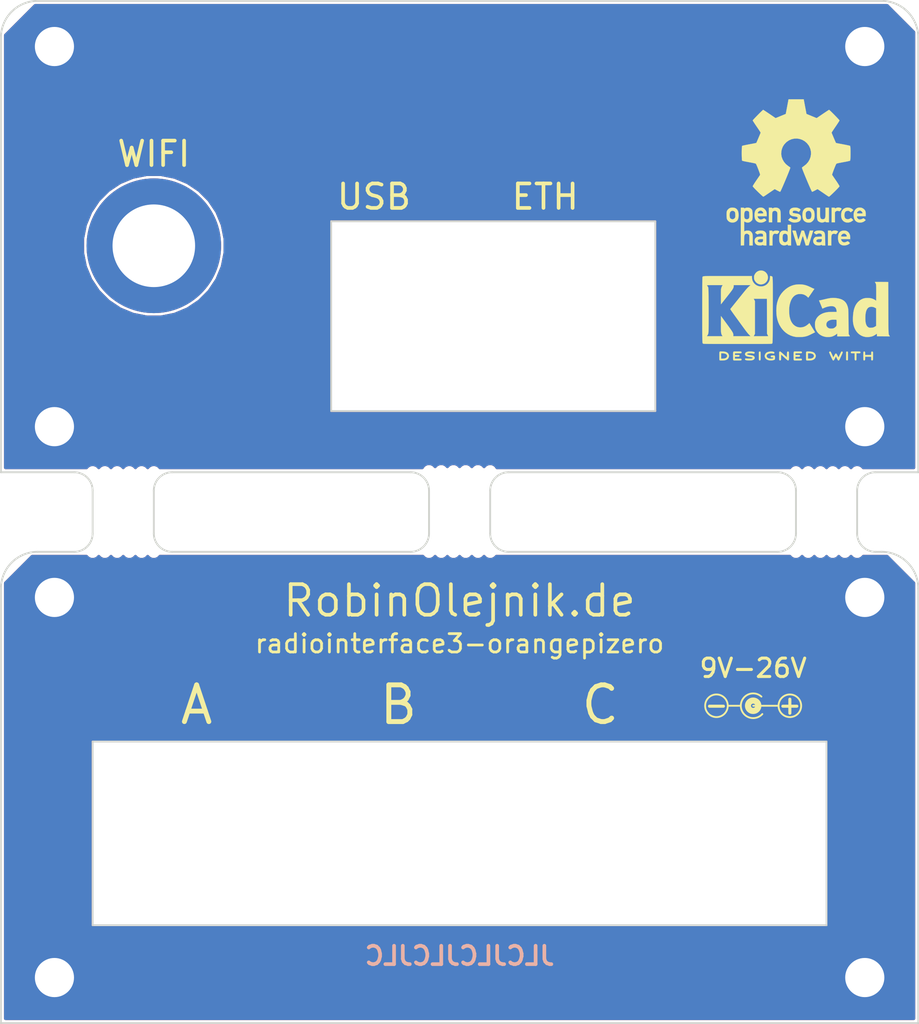
<source format=kicad_pcb>
(kicad_pcb (version 20171130) (host pcbnew "(5.1.5)-3")

  (general
    (thickness 1.6)
    (drawings 66)
    (tracks 0)
    (zones 0)
    (modules 48)
    (nets 2)
  )

  (page A4)
  (layers
    (0 F.Cu signal)
    (31 B.Cu signal)
    (32 B.Adhes user hide)
    (33 F.Adhes user hide)
    (34 B.Paste user hide)
    (35 F.Paste user hide)
    (36 B.SilkS user)
    (37 F.SilkS user)
    (38 B.Mask user)
    (39 F.Mask user)
    (40 Dwgs.User user)
    (41 Cmts.User user hide)
    (42 Eco1.User user hide)
    (43 Eco2.User user hide)
    (44 Edge.Cuts user)
    (45 Margin user hide)
    (46 B.CrtYd user hide)
    (47 F.CrtYd user hide)
    (48 B.Fab user hide)
    (49 F.Fab user hide)
  )

  (setup
    (last_trace_width 0.25)
    (user_trace_width 0.254)
    (trace_clearance 0.2)
    (zone_clearance 0)
    (zone_45_only no)
    (trace_min 0.2)
    (via_size 0.8)
    (via_drill 0.4)
    (via_min_size 0.4)
    (via_min_drill 0.3)
    (user_via 0.7 0.5)
    (user_via 9 6)
    (user_via 9 7)
    (user_via 12 7)
    (uvia_size 0.3)
    (uvia_drill 0.1)
    (uvias_allowed no)
    (uvia_min_size 0.2)
    (uvia_min_drill 0.1)
    (edge_width 0.15)
    (segment_width 0.2)
    (pcb_text_width 0.3)
    (pcb_text_size 1.5 1.5)
    (mod_edge_width 0.15)
    (mod_text_size 1 1)
    (mod_text_width 0.15)
    (pad_size 11 11)
    (pad_drill 6.75)
    (pad_to_mask_clearance 0.051)
    (solder_mask_min_width 0.25)
    (aux_axis_origin 50 50)
    (grid_origin 125 50)
    (visible_elements 7FFFFFFF)
    (pcbplotparams
      (layerselection 0x010f0_ffffffff)
      (usegerberextensions false)
      (usegerberattributes false)
      (usegerberadvancedattributes false)
      (creategerberjobfile false)
      (excludeedgelayer true)
      (linewidth 0.100000)
      (plotframeref false)
      (viasonmask true)
      (mode 1)
      (useauxorigin false)
      (hpglpennumber 1)
      (hpglpenspeed 20)
      (hpglpendiameter 15.000000)
      (psnegative false)
      (psa4output false)
      (plotreference true)
      (plotvalue true)
      (plotinvisibletext false)
      (padsonsilk false)
      (subtractmaskfromsilk false)
      (outputformat 1)
      (mirror false)
      (drillshape 0)
      (scaleselection 1)
      (outputdirectory "gerber/"))
  )

  (net 0 "")
  (net 1 GND)

  (net_class Default "This is the default net class."
    (clearance 0.2)
    (trace_width 0.25)
    (via_dia 0.8)
    (via_drill 0.4)
    (uvia_dia 0.3)
    (uvia_drill 0.1)
    (add_net GND)
  )

  (module Symbol:OSHW-Logo_11.4x12mm_SilkScreen (layer F.Cu) (tedit 0) (tstamp 5E4FC77E)
    (at 115 64)
    (descr "Open Source Hardware Logo")
    (tags "Logo OSHW")
    (attr virtual)
    (fp_text reference REF** (at 0 0) (layer F.SilkS) hide
      (effects (font (size 1 1) (thickness 0.15)))
    )
    (fp_text value OSHW-Logo_11.4x12mm_SilkScreen (at 0.75 0) (layer F.Fab) hide
      (effects (font (size 1 1) (thickness 0.15)))
    )
    (fp_poly (pts (xy 0.746535 -5.366828) (xy 0.859117 -4.769637) (xy 1.274531 -4.59839) (xy 1.689944 -4.427143)
      (xy 2.188302 -4.766022) (xy 2.327868 -4.860378) (xy 2.454028 -4.944625) (xy 2.560895 -5.014917)
      (xy 2.642582 -5.067408) (xy 2.693201 -5.098251) (xy 2.706986 -5.104902) (xy 2.73182 -5.087797)
      (xy 2.784888 -5.040511) (xy 2.86024 -4.969083) (xy 2.951929 -4.879555) (xy 3.054007 -4.777966)
      (xy 3.160526 -4.670357) (xy 3.265536 -4.562768) (xy 3.363091 -4.46124) (xy 3.447242 -4.371814)
      (xy 3.51204 -4.300529) (xy 3.551538 -4.253427) (xy 3.56098 -4.237663) (xy 3.547391 -4.208602)
      (xy 3.509293 -4.144934) (xy 3.450694 -4.052888) (xy 3.375597 -3.938691) (xy 3.288009 -3.808571)
      (xy 3.237254 -3.734354) (xy 3.144745 -3.598833) (xy 3.06254 -3.476539) (xy 2.99463 -3.37356)
      (xy 2.945 -3.295982) (xy 2.91764 -3.249894) (xy 2.913529 -3.240208) (xy 2.922849 -3.212681)
      (xy 2.948254 -3.148527) (xy 2.985911 -3.056765) (xy 3.031986 -2.946416) (xy 3.082646 -2.8265)
      (xy 3.134059 -2.706036) (xy 3.182389 -2.594046) (xy 3.223806 -2.499548) (xy 3.254474 -2.431563)
      (xy 3.270562 -2.399112) (xy 3.271511 -2.397835) (xy 3.296772 -2.391638) (xy 3.364046 -2.377815)
      (xy 3.46636 -2.357723) (xy 3.596741 -2.332721) (xy 3.748216 -2.304169) (xy 3.836594 -2.287704)
      (xy 3.998452 -2.256886) (xy 4.144649 -2.227561) (xy 4.267787 -2.201334) (xy 4.360469 -2.179809)
      (xy 4.415301 -2.16459) (xy 4.426323 -2.159762) (xy 4.437119 -2.127081) (xy 4.445829 -2.05327)
      (xy 4.45246 -1.946963) (xy 4.457018 -1.816788) (xy 4.459509 -1.671379) (xy 4.459938 -1.519365)
      (xy 4.458311 -1.369378) (xy 4.454635 -1.230049) (xy 4.448915 -1.11001) (xy 4.441158 -1.01789)
      (xy 4.431368 -0.962323) (xy 4.425496 -0.950755) (xy 4.390399 -0.93689) (xy 4.316028 -0.917067)
      (xy 4.212223 -0.893616) (xy 4.088819 -0.868864) (xy 4.045741 -0.860857) (xy 3.838047 -0.822814)
      (xy 3.673984 -0.792176) (xy 3.54813 -0.767726) (xy 3.455065 -0.748246) (xy 3.389367 -0.732519)
      (xy 3.345617 -0.719327) (xy 3.318392 -0.707451) (xy 3.302272 -0.695675) (xy 3.300017 -0.693347)
      (xy 3.277503 -0.655855) (xy 3.243158 -0.58289) (xy 3.200411 -0.483388) (xy 3.152692 -0.366282)
      (xy 3.10343 -0.240507) (xy 3.056055 -0.114998) (xy 3.013995 0.00131) (xy 2.98068 0.099484)
      (xy 2.959541 0.170588) (xy 2.954005 0.205687) (xy 2.954466 0.206917) (xy 2.973223 0.235606)
      (xy 3.015776 0.29873) (xy 3.077653 0.389718) (xy 3.154382 0.502) (xy 3.241491 0.629005)
      (xy 3.266299 0.665098) (xy 3.354753 0.795948) (xy 3.432588 0.915336) (xy 3.495566 1.016407)
      (xy 3.539445 1.092304) (xy 3.559985 1.136172) (xy 3.56098 1.141562) (xy 3.543722 1.169889)
      (xy 3.496036 1.226006) (xy 3.42405 1.303882) (xy 3.333897 1.397485) (xy 3.231705 1.500786)
      (xy 3.123606 1.607751) (xy 3.015728 1.712351) (xy 2.914204 1.808554) (xy 2.825162 1.890329)
      (xy 2.754733 1.951645) (xy 2.709047 1.986471) (xy 2.696409 1.992157) (xy 2.666991 1.978765)
      (xy 2.606761 1.942644) (xy 2.52553 1.889881) (xy 2.46303 1.847412) (xy 2.349785 1.769485)
      (xy 2.215674 1.677729) (xy 2.081155 1.58612) (xy 2.008833 1.537091) (xy 1.764038 1.371515)
      (xy 1.558551 1.48262) (xy 1.464936 1.531293) (xy 1.38533 1.569126) (xy 1.331467 1.590703)
      (xy 1.317757 1.593706) (xy 1.30127 1.571538) (xy 1.268745 1.508894) (xy 1.222609 1.411554)
      (xy 1.16529 1.285294) (xy 1.099216 1.135895) (xy 1.026815 0.969133) (xy 0.950516 0.790787)
      (xy 0.872746 0.606636) (xy 0.795934 0.422457) (xy 0.722506 0.24403) (xy 0.654892 0.077132)
      (xy 0.59552 -0.072458) (xy 0.546816 -0.198962) (xy 0.51121 -0.296601) (xy 0.49113 -0.359598)
      (xy 0.4879 -0.381234) (xy 0.513496 -0.408831) (xy 0.569539 -0.45363) (xy 0.644311 -0.506321)
      (xy 0.650587 -0.51049) (xy 0.843845 -0.665186) (xy 0.999674 -0.845664) (xy 1.116724 -1.046153)
      (xy 1.193645 -1.260881) (xy 1.229086 -1.484078) (xy 1.221697 -1.709974) (xy 1.170127 -1.932796)
      (xy 1.073026 -2.146776) (xy 1.044458 -2.193591) (xy 0.895868 -2.382637) (xy 0.720327 -2.534443)
      (xy 0.52391 -2.648221) (xy 0.312693 -2.72318) (xy 0.092753 -2.758533) (xy -0.129837 -2.753488)
      (xy -0.348999 -2.707256) (xy -0.558658 -2.619049) (xy -0.752739 -2.488076) (xy -0.812774 -2.434918)
      (xy -0.965565 -2.268516) (xy -1.076903 -2.093343) (xy -1.153277 -1.896989) (xy -1.195813 -1.702538)
      (xy -1.206314 -1.483913) (xy -1.171299 -1.264203) (xy -1.094327 -1.050835) (xy -0.978953 -0.851233)
      (xy -0.828734 -0.672826) (xy -0.647227 -0.523038) (xy -0.623373 -0.507249) (xy -0.547799 -0.455543)
      (xy -0.490349 -0.410743) (xy -0.462883 -0.382138) (xy -0.462483 -0.381234) (xy -0.46838 -0.350291)
      (xy -0.491755 -0.280064) (xy -0.530179 -0.17633) (xy -0.581223 -0.044865) (xy -0.642458 0.108552)
      (xy -0.711456 0.278146) (xy -0.785786 0.458138) (xy -0.863022 0.642753) (xy -0.940732 0.826213)
      (xy -1.016489 1.002741) (xy -1.087863 1.166559) (xy -1.152426 1.311892) (xy -1.207748 1.432962)
      (xy -1.2514 1.523992) (xy -1.280954 1.579205) (xy -1.292856 1.593706) (xy -1.329223 1.582414)
      (xy -1.39727 1.55213) (xy -1.485263 1.508265) (xy -1.533649 1.48262) (xy -1.739137 1.371515)
      (xy -1.983932 1.537091) (xy -2.108894 1.621915) (xy -2.245705 1.715261) (xy -2.373911 1.803153)
      (xy -2.438129 1.847412) (xy -2.528449 1.908063) (xy -2.604929 1.956126) (xy -2.657593 1.985515)
      (xy -2.674698 1.991727) (xy -2.699595 1.974968) (xy -2.754695 1.928181) (xy -2.834657 1.856225)
      (xy -2.934139 1.763957) (xy -3.0478 1.656235) (xy -3.119685 1.587071) (xy -3.245449 1.463502)
      (xy -3.354137 1.352979) (xy -3.441355 1.26023) (xy -3.502711 1.189982) (xy -3.533809 1.146965)
      (xy -3.536792 1.138235) (xy -3.522947 1.105029) (xy -3.484688 1.037887) (xy -3.426258 0.943608)
      (xy -3.351903 0.82899) (xy -3.265865 0.700828) (xy -3.241397 0.665098) (xy -3.152245 0.535234)
      (xy -3.072262 0.418314) (xy -3.00592 0.320907) (xy -2.957689 0.249584) (xy -2.932043 0.210915)
      (xy -2.929565 0.206917) (xy -2.933271 0.1761) (xy -2.952939 0.108344) (xy -2.98514 0.012584)
      (xy -3.026445 -0.102246) (xy -3.073425 -0.227211) (xy -3.122651 -0.353376) (xy -3.170692 -0.471807)
      (xy -3.214119 -0.57357) (xy -3.249504 -0.649729) (xy -3.273416 -0.691351) (xy -3.275116 -0.693347)
      (xy -3.289738 -0.705242) (xy -3.314435 -0.717005) (xy -3.354628 -0.729854) (xy -3.415737 -0.745006)
      (xy -3.503183 -0.763679) (xy -3.622388 -0.78709) (xy -3.778773 -0.816458) (xy -3.977757 -0.853)
      (xy -4.02084 -0.860857) (xy -4.148529 -0.885528) (xy -4.259847 -0.909662) (xy -4.344955 -0.930931)
      (xy -4.394017 -0.947007) (xy -4.400595 -0.950755) (xy -4.411436 -0.983982) (xy -4.420247 -1.058234)
      (xy -4.427024 -1.164879) (xy -4.43176 -1.295288) (xy -4.43445 -1.440828) (xy -4.435087 -1.592869)
      (xy -4.433666 -1.742779) (xy -4.43018 -1.881927) (xy -4.424624 -2.001683) (xy -4.416992 -2.093414)
      (xy -4.407278 -2.148489) (xy -4.401422 -2.159762) (xy -4.36882 -2.171132) (xy -4.294582 -2.189631)
      (xy -4.186104 -2.213653) (xy -4.050783 -2.241593) (xy -3.896015 -2.271847) (xy -3.811692 -2.287704)
      (xy -3.651704 -2.317611) (xy -3.509033 -2.344705) (xy -3.390652 -2.367624) (xy -3.303535 -2.385012)
      (xy -3.254655 -2.395508) (xy -3.24661 -2.397835) (xy -3.233013 -2.424069) (xy -3.204271 -2.48726)
      (xy -3.164215 -2.578378) (xy -3.116676 -2.688398) (xy -3.065485 -2.80829) (xy -3.014474 -2.929028)
      (xy -2.967474 -3.041584) (xy -2.928316 -3.136929) (xy -2.900831 -3.206038) (xy -2.888851 -3.239881)
      (xy -2.888628 -3.24136) (xy -2.902209 -3.268058) (xy -2.940285 -3.329495) (xy -2.998853 -3.419566)
      (xy -3.073912 -3.532165) (xy -3.16146 -3.661185) (xy -3.212353 -3.735294) (xy -3.305091 -3.871178)
      (xy -3.387459 -3.994546) (xy -3.455439 -4.099158) (xy -3.505012 -4.178772) (xy -3.532158 -4.227148)
      (xy -3.536079 -4.237993) (xy -3.519225 -4.263235) (xy -3.472632 -4.317131) (xy -3.402251 -4.393642)
      (xy -3.314035 -4.486732) (xy -3.213935 -4.59036) (xy -3.107902 -4.698491) (xy -3.001889 -4.805085)
      (xy -2.901848 -4.904105) (xy -2.81373 -4.989513) (xy -2.743487 -5.05527) (xy -2.697072 -5.095339)
      (xy -2.681544 -5.104902) (xy -2.656261 -5.091455) (xy -2.595789 -5.05368) (xy -2.506008 -4.99542)
      (xy -2.392797 -4.920521) (xy -2.262036 -4.83283) (xy -2.1634 -4.766022) (xy -1.665043 -4.427143)
      (xy -1.249629 -4.59839) (xy -0.834216 -4.769637) (xy -0.721634 -5.366828) (xy -0.609051 -5.96402)
      (xy 0.633952 -5.96402) (xy 0.746535 -5.366828)) (layer F.SilkS) (width 0.01))
    (fp_poly (pts (xy 3.563637 2.887472) (xy 3.64929 2.913641) (xy 3.704437 2.946707) (xy 3.722401 2.972855)
      (xy 3.717457 3.003852) (xy 3.685372 3.052547) (xy 3.658243 3.087035) (xy 3.602317 3.149383)
      (xy 3.560299 3.175615) (xy 3.52448 3.173903) (xy 3.418224 3.146863) (xy 3.340189 3.148091)
      (xy 3.27682 3.178735) (xy 3.255546 3.19667) (xy 3.187451 3.259779) (xy 3.187451 4.083922)
      (xy 2.913529 4.083922) (xy 2.913529 2.888628) (xy 3.05049 2.888628) (xy 3.132719 2.891879)
      (xy 3.175144 2.903426) (xy 3.187445 2.925952) (xy 3.187451 2.92662) (xy 3.19326 2.950215)
      (xy 3.219531 2.947138) (xy 3.255931 2.930115) (xy 3.331111 2.898439) (xy 3.392158 2.879381)
      (xy 3.470708 2.874496) (xy 3.563637 2.887472)) (layer F.SilkS) (width 0.01))
    (fp_poly (pts (xy -1.49324 2.909199) (xy -1.431264 2.938802) (xy -1.371241 2.981561) (xy -1.325514 3.030775)
      (xy -1.292207 3.093544) (xy -1.269445 3.176971) (xy -1.255353 3.288159) (xy -1.248058 3.434209)
      (xy -1.245682 3.622223) (xy -1.245645 3.641912) (xy -1.245098 4.083922) (xy -1.51902 4.083922)
      (xy -1.51902 3.676435) (xy -1.519215 3.525471) (xy -1.520564 3.416056) (xy -1.524212 3.339933)
      (xy -1.531304 3.288848) (xy -1.542987 3.254545) (xy -1.560406 3.228768) (xy -1.584671 3.203298)
      (xy -1.669565 3.148571) (xy -1.762239 3.138416) (xy -1.850527 3.173017) (xy -1.88123 3.19877)
      (xy -1.903771 3.222982) (xy -1.919954 3.248912) (xy -1.930832 3.284708) (xy -1.937458 3.338519)
      (xy -1.940885 3.418493) (xy -1.942166 3.532779) (xy -1.942353 3.671907) (xy -1.942353 4.083922)
      (xy -2.216275 4.083922) (xy -2.216275 2.888628) (xy -2.079314 2.888628) (xy -1.997084 2.891879)
      (xy -1.95466 2.903426) (xy -1.942359 2.925952) (xy -1.942353 2.92662) (xy -1.936646 2.948681)
      (xy -1.911473 2.946177) (xy -1.861422 2.921937) (xy -1.747906 2.886271) (xy -1.618055 2.882305)
      (xy -1.49324 2.909199)) (layer F.SilkS) (width 0.01))
    (fp_poly (pts (xy 5.303287 2.884355) (xy 5.367051 2.899845) (xy 5.4893 2.956569) (xy 5.593834 3.043202)
      (xy 5.66618 3.147074) (xy 5.676119 3.170396) (xy 5.689754 3.231484) (xy 5.699298 3.321853)
      (xy 5.702549 3.41319) (xy 5.702549 3.585882) (xy 5.34147 3.585882) (xy 5.192546 3.586445)
      (xy 5.087632 3.589864) (xy 5.020937 3.598731) (xy 4.986666 3.615641) (xy 4.979028 3.643189)
      (xy 4.992229 3.683968) (xy 5.015877 3.731683) (xy 5.081843 3.811314) (xy 5.173512 3.850987)
      (xy 5.285555 3.849695) (xy 5.412472 3.806514) (xy 5.522158 3.753224) (xy 5.613173 3.825191)
      (xy 5.704188 3.897157) (xy 5.618563 3.976269) (xy 5.50425 4.051017) (xy 5.363666 4.096084)
      (xy 5.212449 4.108696) (xy 5.066236 4.086079) (xy 5.042647 4.078405) (xy 4.914141 4.011296)
      (xy 4.818551 3.911247) (xy 4.753861 3.775271) (xy 4.718057 3.60038) (xy 4.71764 3.596632)
      (xy 4.714434 3.406032) (xy 4.727393 3.338035) (xy 4.980392 3.338035) (xy 5.003627 3.348491)
      (xy 5.06671 3.3565) (xy 5.159706 3.361073) (xy 5.218638 3.361765) (xy 5.328537 3.361332)
      (xy 5.397252 3.358578) (xy 5.433405 3.351321) (xy 5.445615 3.337376) (xy 5.442504 3.314562)
      (xy 5.439894 3.305735) (xy 5.395344 3.2228) (xy 5.325279 3.15596) (xy 5.263446 3.126589)
      (xy 5.181301 3.128362) (xy 5.098062 3.16499) (xy 5.028238 3.225634) (xy 4.986337 3.299456)
      (xy 4.980392 3.338035) (xy 4.727393 3.338035) (xy 4.746385 3.238395) (xy 4.809773 3.097711)
      (xy 4.900878 2.987974) (xy 5.015978 2.913174) (xy 5.151355 2.877304) (xy 5.303287 2.884355)) (layer F.SilkS) (width 0.01))
    (fp_poly (pts (xy 4.390976 2.899056) (xy 4.535256 2.960348) (xy 4.580699 2.990185) (xy 4.638779 3.036036)
      (xy 4.675238 3.072089) (xy 4.681568 3.083832) (xy 4.663693 3.109889) (xy 4.61795 3.154105)
      (xy 4.581328 3.184965) (xy 4.481088 3.26552) (xy 4.401935 3.198918) (xy 4.340769 3.155921)
      (xy 4.281129 3.141079) (xy 4.212872 3.144704) (xy 4.104482 3.171652) (xy 4.029872 3.227587)
      (xy 3.98453 3.318014) (xy 3.963947 3.448435) (xy 3.963942 3.448517) (xy 3.965722 3.59429)
      (xy 3.993387 3.701245) (xy 4.048571 3.774064) (xy 4.086192 3.798723) (xy 4.186105 3.829431)
      (xy 4.292822 3.829449) (xy 4.385669 3.799655) (xy 4.407647 3.785098) (xy 4.462765 3.747914)
      (xy 4.505859 3.74182) (xy 4.552335 3.769496) (xy 4.603716 3.819205) (xy 4.685046 3.903116)
      (xy 4.594749 3.977546) (xy 4.455236 4.061549) (xy 4.297912 4.102947) (xy 4.133503 4.09995)
      (xy 4.025531 4.0725) (xy 3.899331 4.00462) (xy 3.798401 3.897831) (xy 3.752548 3.822451)
      (xy 3.71541 3.714297) (xy 3.696827 3.577318) (xy 3.696684 3.428864) (xy 3.714865 3.286281)
      (xy 3.751255 3.166918) (xy 3.756987 3.15468) (xy 3.841865 3.034655) (xy 3.956782 2.947267)
      (xy 4.092659 2.894329) (xy 4.240417 2.877654) (xy 4.390976 2.899056)) (layer F.SilkS) (width 0.01))
    (fp_poly (pts (xy 1.967254 3.276245) (xy 1.969608 3.458879) (xy 1.978207 3.5976) (xy 1.99536 3.698147)
      (xy 2.023374 3.766254) (xy 2.064557 3.807659) (xy 2.121217 3.828097) (xy 2.191372 3.833318)
      (xy 2.264848 3.827468) (xy 2.320657 3.806093) (xy 2.361109 3.763458) (xy 2.388509 3.693825)
      (xy 2.405167 3.59146) (xy 2.413389 3.450624) (xy 2.41549 3.276245) (xy 2.41549 2.888628)
      (xy 2.689411 2.888628) (xy 2.689411 4.083922) (xy 2.552451 4.083922) (xy 2.469884 4.080576)
      (xy 2.427368 4.068826) (xy 2.41549 4.04652) (xy 2.408336 4.026654) (xy 2.379865 4.030857)
      (xy 2.322476 4.058971) (xy 2.190945 4.102342) (xy 2.051438 4.09927) (xy 1.917765 4.052174)
      (xy 1.854108 4.014971) (xy 1.805553 3.974691) (xy 1.770081 3.924291) (xy 1.745674 3.856729)
      (xy 1.730313 3.764965) (xy 1.721982 3.641955) (xy 1.718662 3.480659) (xy 1.718235 3.355928)
      (xy 1.718235 2.888628) (xy 1.967254 2.888628) (xy 1.967254 3.276245)) (layer F.SilkS) (width 0.01))
    (fp_poly (pts (xy 1.209547 2.903364) (xy 1.335502 2.971959) (xy 1.434047 3.080245) (xy 1.480478 3.168315)
      (xy 1.500412 3.246101) (xy 1.513328 3.356993) (xy 1.518863 3.484738) (xy 1.516654 3.613084)
      (xy 1.506337 3.725779) (xy 1.494286 3.785969) (xy 1.453634 3.868311) (xy 1.38323 3.95577)
      (xy 1.298382 4.032251) (xy 1.214397 4.081655) (xy 1.212349 4.082439) (xy 1.108134 4.104027)
      (xy 0.984627 4.104562) (xy 0.867261 4.084908) (xy 0.821942 4.069155) (xy 0.70522 4.002966)
      (xy 0.621624 3.916246) (xy 0.566701 3.801438) (xy 0.535995 3.650982) (xy 0.529047 3.572173)
      (xy 0.529933 3.473145) (xy 0.796862 3.473145) (xy 0.805854 3.617645) (xy 0.831736 3.72776)
      (xy 0.872868 3.798116) (xy 0.902172 3.818235) (xy 0.977251 3.832265) (xy 1.066494 3.828111)
      (xy 1.14365 3.807922) (xy 1.163883 3.796815) (xy 1.217265 3.732123) (xy 1.2525 3.633119)
      (xy 1.267498 3.512632) (xy 1.260172 3.383494) (xy 1.243799 3.305775) (xy 1.19679 3.215771)
      (xy 1.122582 3.159509) (xy 1.033209 3.140057) (xy 0.940707 3.160481) (xy 0.869653 3.210437)
      (xy 0.832312 3.251655) (xy 0.810518 3.292281) (xy 0.80013 3.347264) (xy 0.797006 3.431549)
      (xy 0.796862 3.473145) (xy 0.529933 3.473145) (xy 0.53093 3.361874) (xy 0.56518 3.189423)
      (xy 0.631802 3.054814) (xy 0.730799 2.95804) (xy 0.862175 2.899094) (xy 0.890385 2.892259)
      (xy 1.059926 2.876213) (xy 1.209547 2.903364)) (layer F.SilkS) (width 0.01))
    (fp_poly (pts (xy 0.027759 2.884345) (xy 0.122059 2.902229) (xy 0.21989 2.939633) (xy 0.230343 2.944402)
      (xy 0.304531 2.983412) (xy 0.35591 3.019664) (xy 0.372517 3.042887) (xy 0.356702 3.080761)
      (xy 0.318288 3.136644) (xy 0.301237 3.157505) (xy 0.230969 3.239618) (xy 0.140379 3.186168)
      (xy 0.054164 3.150561) (xy -0.045451 3.131529) (xy -0.140981 3.130326) (xy -0.214939 3.14821)
      (xy -0.232688 3.159373) (xy -0.266488 3.210553) (xy -0.270596 3.269509) (xy -0.245304 3.315567)
      (xy -0.230344 3.324499) (xy -0.185514 3.335592) (xy -0.106714 3.34863) (xy -0.009574 3.361088)
      (xy 0.008346 3.363042) (xy 0.164365 3.39003) (xy 0.277523 3.435873) (xy 0.352569 3.504803)
      (xy 0.394253 3.601054) (xy 0.407238 3.718617) (xy 0.389299 3.852254) (xy 0.33105 3.957195)
      (xy 0.232255 4.03363) (xy 0.092682 4.081748) (xy -0.062255 4.100732) (xy -0.188602 4.100504)
      (xy -0.291087 4.083262) (xy -0.361079 4.059457) (xy -0.449517 4.017978) (xy -0.531246 3.969842)
      (xy -0.560295 3.948655) (xy -0.635 3.887676) (xy -0.544902 3.796508) (xy -0.454804 3.705339)
      (xy -0.352368 3.773128) (xy -0.249626 3.824042) (xy -0.139913 3.850673) (xy -0.034449 3.853483)
      (xy 0.055546 3.832935) (xy 0.118854 3.789493) (xy 0.139296 3.752838) (xy 0.136229 3.694053)
      (xy 0.085434 3.649099) (xy -0.012952 3.618057) (xy -0.120744 3.60371) (xy -0.286635 3.576337)
      (xy -0.409876 3.524693) (xy -0.492114 3.447266) (xy -0.534999 3.342544) (xy -0.54094 3.218387)
      (xy -0.511594 3.088702) (xy -0.444691 2.990677) (xy -0.339629 2.923866) (xy -0.19581 2.88782)
      (xy -0.089262 2.880754) (xy 0.027759 2.884345)) (layer F.SilkS) (width 0.01))
    (fp_poly (pts (xy -2.686796 2.916354) (xy -2.661981 2.928037) (xy -2.576094 2.990951) (xy -2.494879 3.082769)
      (xy -2.434236 3.183868) (xy -2.416988 3.230349) (xy -2.401251 3.313376) (xy -2.391867 3.413713)
      (xy -2.390728 3.455147) (xy -2.390589 3.585882) (xy -3.143047 3.585882) (xy -3.127007 3.654363)
      (xy -3.087637 3.735355) (xy -3.018806 3.805351) (xy -2.936919 3.850441) (xy -2.884737 3.859804)
      (xy -2.813971 3.848441) (xy -2.72954 3.819943) (xy -2.700858 3.806831) (xy -2.594791 3.753858)
      (xy -2.504272 3.822901) (xy -2.452039 3.869597) (xy -2.424247 3.90814) (xy -2.42284 3.919452)
      (xy -2.447668 3.946868) (xy -2.502083 3.988532) (xy -2.551472 4.021037) (xy -2.684748 4.079468)
      (xy -2.834161 4.105915) (xy -2.982249 4.099039) (xy -3.100295 4.063096) (xy -3.221982 3.986101)
      (xy -3.30846 3.884728) (xy -3.362559 3.75357) (xy -3.387109 3.587224) (xy -3.389286 3.511108)
      (xy -3.380573 3.336685) (xy -3.379503 3.331611) (xy -3.130173 3.331611) (xy -3.123306 3.347968)
      (xy -3.095083 3.356988) (xy -3.036873 3.360854) (xy -2.940042 3.361749) (xy -2.902757 3.361765)
      (xy -2.789317 3.360413) (xy -2.717378 3.355505) (xy -2.678687 3.34576) (xy -2.664995 3.329899)
      (xy -2.66451 3.324805) (xy -2.680137 3.284326) (xy -2.719247 3.227621) (xy -2.736061 3.207766)
      (xy -2.798481 3.151611) (xy -2.863547 3.129532) (xy -2.898603 3.127686) (xy -2.993442 3.150766)
      (xy -3.072973 3.212759) (xy -3.123423 3.302802) (xy -3.124317 3.305735) (xy -3.130173 3.331611)
      (xy -3.379503 3.331611) (xy -3.351601 3.199343) (xy -3.29941 3.089461) (xy -3.235579 3.011461)
      (xy -3.117567 2.926882) (xy -2.978842 2.881686) (xy -2.83129 2.8776) (xy -2.686796 2.916354)) (layer F.SilkS) (width 0.01))
    (fp_poly (pts (xy -5.026753 2.901568) (xy -4.896478 2.959163) (xy -4.797581 3.055334) (xy -4.729918 3.190229)
      (xy -4.693345 3.363996) (xy -4.690724 3.391126) (xy -4.68867 3.582408) (xy -4.715301 3.750073)
      (xy -4.768999 3.885967) (xy -4.797753 3.929681) (xy -4.897909 4.022198) (xy -5.025463 4.082119)
      (xy -5.168163 4.106985) (xy -5.31376 4.094339) (xy -5.424438 4.055391) (xy -5.519616 3.989755)
      (xy -5.597406 3.903699) (xy -5.598751 3.901685) (xy -5.630343 3.84857) (xy -5.650873 3.79516)
      (xy -5.663305 3.727754) (xy -5.670603 3.632653) (xy -5.673818 3.554666) (xy -5.675156 3.483944)
      (xy -5.426186 3.483944) (xy -5.423753 3.554348) (xy -5.41492 3.648068) (xy -5.399336 3.708214)
      (xy -5.371234 3.751006) (xy -5.344914 3.776002) (xy -5.251608 3.828338) (xy -5.15398 3.835333)
      (xy -5.063058 3.797676) (xy -5.017598 3.755479) (xy -4.984838 3.712956) (xy -4.965677 3.672267)
      (xy -4.957267 3.619314) (xy -4.956763 3.539997) (xy -4.959355 3.46695) (xy -4.964929 3.362601)
      (xy -4.973766 3.29492) (xy -4.989693 3.250774) (xy -5.016538 3.217031) (xy -5.037811 3.197746)
      (xy -5.126794 3.147086) (xy -5.222789 3.14456) (xy -5.303281 3.174567) (xy -5.371947 3.237231)
      (xy -5.412856 3.340168) (xy -5.426186 3.483944) (xy -5.675156 3.483944) (xy -5.676754 3.399582)
      (xy -5.67174 3.2836) (xy -5.656717 3.196367) (xy -5.629624 3.12753) (xy -5.5884 3.066737)
      (xy -5.573115 3.048686) (xy -5.477546 2.958746) (xy -5.375039 2.906211) (xy -5.249679 2.884201)
      (xy -5.18855 2.882402) (xy -5.026753 2.901568)) (layer F.SilkS) (width 0.01))
    (fp_poly (pts (xy 4.025307 4.762784) (xy 4.144337 4.793731) (xy 4.244021 4.8576) (xy 4.292288 4.905313)
      (xy 4.371408 5.018106) (xy 4.416752 5.14895) (xy 4.43233 5.309792) (xy 4.43241 5.322794)
      (xy 4.432549 5.45353) (xy 3.680091 5.45353) (xy 3.69613 5.52201) (xy 3.725091 5.584031)
      (xy 3.775778 5.648654) (xy 3.786379 5.658971) (xy 3.877494 5.714805) (xy 3.9814 5.724275)
      (xy 4.101 5.68754) (xy 4.121274 5.677647) (xy 4.183456 5.647574) (xy 4.225106 5.63044)
      (xy 4.232373 5.628855) (xy 4.25774 5.644242) (xy 4.30612 5.681887) (xy 4.330679 5.702459)
      (xy 4.38157 5.749714) (xy 4.398281 5.780917) (xy 4.386683 5.80962) (xy 4.380483 5.817468)
      (xy 4.338493 5.851819) (xy 4.269206 5.893565) (xy 4.220882 5.917935) (xy 4.083711 5.960873)
      (xy 3.931847 5.974786) (xy 3.788024 5.9583) (xy 3.747745 5.946496) (xy 3.623078 5.879689)
      (xy 3.530671 5.776892) (xy 3.46999 5.637105) (xy 3.440498 5.45933) (xy 3.43726 5.366373)
      (xy 3.446714 5.231033) (xy 3.68549 5.231033) (xy 3.708584 5.241038) (xy 3.770662 5.248888)
      (xy 3.860914 5.253521) (xy 3.922058 5.254314) (xy 4.03204 5.253549) (xy 4.101457 5.24997)
      (xy 4.139538 5.241649) (xy 4.155515 5.226657) (xy 4.158627 5.204903) (xy 4.137278 5.137892)
      (xy 4.083529 5.071664) (xy 4.012822 5.020832) (xy 3.942089 5.000038) (xy 3.846016 5.018484)
      (xy 3.762849 5.071811) (xy 3.705186 5.148677) (xy 3.68549 5.231033) (xy 3.446714 5.231033)
      (xy 3.451028 5.169291) (xy 3.49352 5.012271) (xy 3.565635 4.894069) (xy 3.668273 4.81344)
      (xy 3.802332 4.769139) (xy 3.874957 4.760607) (xy 4.025307 4.762784)) (layer F.SilkS) (width 0.01))
    (fp_poly (pts (xy 3.238446 4.755883) (xy 3.334177 4.774755) (xy 3.388677 4.802699) (xy 3.446008 4.849123)
      (xy 3.364441 4.952111) (xy 3.31415 5.014479) (xy 3.280001 5.044907) (xy 3.246063 5.049555)
      (xy 3.196406 5.034586) (xy 3.173096 5.026117) (xy 3.078063 5.013622) (xy 2.991032 5.040406)
      (xy 2.927138 5.100915) (xy 2.916759 5.120208) (xy 2.905456 5.171314) (xy 2.896732 5.2655)
      (xy 2.890997 5.396089) (xy 2.88866 5.556405) (xy 2.888627 5.579211) (xy 2.888627 5.976471)
      (xy 2.614705 5.976471) (xy 2.614705 4.756275) (xy 2.751666 4.756275) (xy 2.830638 4.758337)
      (xy 2.871779 4.767513) (xy 2.886992 4.78829) (xy 2.888627 4.807886) (xy 2.888627 4.859497)
      (xy 2.95424 4.807886) (xy 3.029475 4.772675) (xy 3.130544 4.755265) (xy 3.238446 4.755883)) (layer F.SilkS) (width 0.01))
    (fp_poly (pts (xy 2.056459 4.763669) (xy 2.16142 4.789163) (xy 2.191761 4.802669) (xy 2.250573 4.838046)
      (xy 2.295709 4.87789) (xy 2.329106 4.92912) (xy 2.352701 4.998654) (xy 2.368433 5.093409)
      (xy 2.378239 5.220305) (xy 2.384057 5.386258) (xy 2.386266 5.497108) (xy 2.394396 5.976471)
      (xy 2.255531 5.976471) (xy 2.171287 5.972938) (xy 2.127884 5.960866) (xy 2.116666 5.940594)
      (xy 2.110744 5.918674) (xy 2.084266 5.922865) (xy 2.048186 5.940441) (xy 1.957862 5.967382)
      (xy 1.841777 5.974642) (xy 1.71968 5.962767) (xy 1.611321 5.932305) (xy 1.601602 5.928077)
      (xy 1.502568 5.858505) (xy 1.437281 5.761789) (xy 1.40724 5.648738) (xy 1.409535 5.608122)
      (xy 1.654633 5.608122) (xy 1.676229 5.662782) (xy 1.740259 5.701952) (xy 1.843565 5.722974)
      (xy 1.898774 5.725766) (xy 1.990782 5.71862) (xy 2.051941 5.690848) (xy 2.066862 5.677647)
      (xy 2.107287 5.605829) (xy 2.116666 5.540686) (xy 2.116666 5.45353) (xy 1.995269 5.45353)
      (xy 1.854153 5.460722) (xy 1.755173 5.483345) (xy 1.692633 5.522964) (xy 1.678631 5.540628)
      (xy 1.654633 5.608122) (xy 1.409535 5.608122) (xy 1.413941 5.530157) (xy 1.45888 5.416855)
      (xy 1.520196 5.340285) (xy 1.557332 5.307181) (xy 1.593687 5.285425) (xy 1.64099 5.272161)
      (xy 1.710973 5.264528) (xy 1.815364 5.25967) (xy 1.85677 5.258273) (xy 2.116666 5.24978)
      (xy 2.116285 5.171116) (xy 2.106219 5.088428) (xy 2.069829 5.038431) (xy 1.996311 5.006489)
      (xy 1.994339 5.00592) (xy 1.890105 4.993361) (xy 1.788108 5.009766) (xy 1.712305 5.049657)
      (xy 1.68189 5.069354) (xy 1.649132 5.066629) (xy 1.598721 5.038091) (xy 1.569119 5.01795)
      (xy 1.511218 4.974919) (xy 1.475352 4.942662) (xy 1.469597 4.933427) (xy 1.493295 4.885636)
      (xy 1.563313 4.828562) (xy 1.593725 4.809305) (xy 1.681155 4.77614) (xy 1.798983 4.75735)
      (xy 1.929866 4.753129) (xy 2.056459 4.763669)) (layer F.SilkS) (width 0.01))
    (fp_poly (pts (xy 0.557528 4.761332) (xy 0.656014 4.768726) (xy 0.784776 5.154706) (xy 0.913537 5.540686)
      (xy 0.953911 5.403726) (xy 0.978207 5.319083) (xy 1.010167 5.204697) (xy 1.044679 5.078963)
      (xy 1.062928 5.01152) (xy 1.131571 4.756275) (xy 1.414773 4.756275) (xy 1.330122 5.023971)
      (xy 1.288435 5.155638) (xy 1.238074 5.314458) (xy 1.185481 5.480128) (xy 1.13853 5.627843)
      (xy 1.031589 5.96402) (xy 0.800661 5.979044) (xy 0.73805 5.772316) (xy 0.699438 5.643896)
      (xy 0.6573 5.502322) (xy 0.620472 5.377285) (xy 0.619018 5.372309) (xy 0.591511 5.287586)
      (xy 0.567242 5.229778) (xy 0.550243 5.207918) (xy 0.54675 5.210446) (xy 0.53449 5.244336)
      (xy 0.511195 5.31693) (xy 0.4797 5.419101) (xy 0.442842 5.54172) (xy 0.422899 5.609167)
      (xy 0.314895 5.976471) (xy 0.085679 5.976471) (xy -0.097561 5.3975) (xy -0.149037 5.235091)
      (xy -0.19593 5.087602) (xy -0.236023 4.96196) (xy -0.267103 4.865095) (xy -0.286955 4.803934)
      (xy -0.292989 4.786065) (xy -0.288212 4.767768) (xy -0.250703 4.759755) (xy -0.172645 4.760557)
      (xy -0.160426 4.761163) (xy -0.015674 4.768726) (xy 0.07913 5.117353) (xy 0.113977 5.244497)
      (xy 0.145117 5.356265) (xy 0.169809 5.442953) (xy 0.185312 5.494856) (xy 0.188176 5.503318)
      (xy 0.200046 5.493587) (xy 0.223983 5.443172) (xy 0.257239 5.358935) (xy 0.297064 5.247741)
      (xy 0.33073 5.147297) (xy 0.459041 4.753939) (xy 0.557528 4.761332)) (layer F.SilkS) (width 0.01))
    (fp_poly (pts (xy -0.398432 5.976471) (xy -0.535393 5.976471) (xy -0.614889 5.97414) (xy -0.656292 5.964488)
      (xy -0.671199 5.943525) (xy -0.672353 5.929351) (xy -0.674867 5.900927) (xy -0.69072 5.895475)
      (xy -0.732379 5.912998) (xy -0.764776 5.929351) (xy -0.889151 5.968103) (xy -1.024354 5.970346)
      (xy -1.134274 5.941444) (xy -1.236634 5.871619) (xy -1.31466 5.768555) (xy -1.357386 5.646989)
      (xy -1.358474 5.640192) (xy -1.364822 5.566032) (xy -1.367979 5.45957) (xy -1.367725 5.379052)
      (xy -1.095711 5.379052) (xy -1.08941 5.48607) (xy -1.075075 5.574278) (xy -1.055669 5.62409)
      (xy -0.982254 5.692162) (xy -0.895086 5.716564) (xy -0.805196 5.696831) (xy -0.728383 5.637968)
      (xy -0.699292 5.598379) (xy -0.682283 5.551138) (xy -0.674316 5.482181) (xy -0.672353 5.378607)
      (xy -0.675866 5.276039) (xy -0.685143 5.185921) (xy -0.698294 5.125613) (xy -0.700486 5.120208)
      (xy -0.753522 5.05594) (xy -0.830933 5.020656) (xy -0.917546 5.014959) (xy -0.998193 5.039453)
      (xy -1.057703 5.094742) (xy -1.063876 5.105743) (xy -1.083199 5.172827) (xy -1.093726 5.269284)
      (xy -1.095711 5.379052) (xy -1.367725 5.379052) (xy -1.367596 5.338225) (xy -1.365806 5.272918)
      (xy -1.353627 5.111355) (xy -1.328315 4.990053) (xy -1.286207 4.900379) (xy -1.223641 4.833699)
      (xy -1.1629 4.794557) (xy -1.078036 4.76704) (xy -0.972485 4.757603) (xy -0.864402 4.76529)
      (xy -0.771942 4.789146) (xy -0.72309 4.817685) (xy -0.672353 4.863601) (xy -0.672353 4.283137)
      (xy -0.398432 4.283137) (xy -0.398432 5.976471)) (layer F.SilkS) (width 0.01))
    (fp_poly (pts (xy -1.967236 4.758921) (xy -1.92997 4.770091) (xy -1.917957 4.794633) (xy -1.917451 4.805712)
      (xy -1.915296 4.836572) (xy -1.900449 4.841417) (xy -1.860343 4.82026) (xy -1.83652 4.805806)
      (xy -1.761362 4.77485) (xy -1.671594 4.759544) (xy -1.577471 4.758367) (xy -1.489246 4.769799)
      (xy -1.417174 4.79232) (xy -1.371508 4.824409) (xy -1.362502 4.864545) (xy -1.367047 4.875415)
      (xy -1.400179 4.920534) (xy -1.451555 4.976026) (xy -1.460848 4.984996) (xy -1.509818 5.026245)
      (xy -1.552069 5.039572) (xy -1.611159 5.030271) (xy -1.634831 5.02409) (xy -1.708496 5.009246)
      (xy -1.76029 5.015921) (xy -1.804031 5.039465) (xy -1.844098 5.071061) (xy -1.873608 5.110798)
      (xy -1.894116 5.166252) (xy -1.907176 5.245003) (xy -1.914344 5.354629) (xy -1.917176 5.502706)
      (xy -1.917451 5.592111) (xy -1.917451 5.976471) (xy -2.166471 5.976471) (xy -2.166471 4.756275)
      (xy -2.041961 4.756275) (xy -1.967236 4.758921)) (layer F.SilkS) (width 0.01))
    (fp_poly (pts (xy -2.74128 4.765922) (xy -2.62413 4.79718) (xy -2.534949 4.853837) (xy -2.472016 4.928045)
      (xy -2.452452 4.959716) (xy -2.438008 4.992891) (xy -2.427911 5.035329) (xy -2.421385 5.094788)
      (xy -2.417658 5.179029) (xy -2.415954 5.29581) (xy -2.4155 5.45289) (xy -2.415491 5.494565)
      (xy -2.415491 5.976471) (xy -2.53502 5.976471) (xy -2.611261 5.971131) (xy -2.667634 5.957604)
      (xy -2.681758 5.949262) (xy -2.72037 5.934864) (xy -2.759808 5.949262) (xy -2.824738 5.967237)
      (xy -2.919055 5.974472) (xy -3.023593 5.971333) (xy -3.119189 5.958186) (xy -3.175 5.941318)
      (xy -3.283002 5.871986) (xy -3.350497 5.775772) (xy -3.380841 5.647844) (xy -3.381123 5.644559)
      (xy -3.37846 5.587808) (xy -3.137647 5.587808) (xy -3.116595 5.652358) (xy -3.082303 5.688686)
      (xy -3.013468 5.716162) (xy -2.92261 5.727129) (xy -2.829958 5.721731) (xy -2.755744 5.70011)
      (xy -2.734951 5.686239) (xy -2.698619 5.622143) (xy -2.689412 5.549278) (xy -2.689412 5.45353)
      (xy -2.827173 5.45353) (xy -2.958047 5.463605) (xy -3.057259 5.492148) (xy -3.118977 5.536639)
      (xy -3.137647 5.587808) (xy -3.37846 5.587808) (xy -3.374564 5.50479) (xy -3.328466 5.394282)
      (xy -3.2418 5.310712) (xy -3.229821 5.30311) (xy -3.178345 5.278357) (xy -3.114632 5.263368)
      (xy -3.025565 5.256082) (xy -2.919755 5.254407) (xy -2.689412 5.254314) (xy -2.689412 5.157755)
      (xy -2.699183 5.082836) (xy -2.724116 5.032644) (xy -2.727035 5.029972) (xy -2.782519 5.008015)
      (xy -2.866273 4.999505) (xy -2.958833 5.003687) (xy -3.04073 5.019809) (xy -3.089327 5.04399)
      (xy -3.115659 5.063359) (xy -3.143465 5.067057) (xy -3.181839 5.051188) (xy -3.239875 5.011855)
      (xy -3.326669 4.945164) (xy -3.334635 4.938916) (xy -3.330553 4.9158) (xy -3.296499 4.877352)
      (xy -3.24474 4.834627) (xy -3.187545 4.798679) (xy -3.169575 4.790191) (xy -3.104028 4.773252)
      (xy -3.00798 4.76117) (xy -2.900671 4.756323) (xy -2.895653 4.756313) (xy -2.74128 4.765922)) (layer F.SilkS) (width 0.01))
    (fp_poly (pts (xy -3.780091 2.90956) (xy -3.727588 2.935499) (xy -3.662842 2.9807) (xy -3.615653 3.029991)
      (xy -3.583335 3.091885) (xy -3.563203 3.174896) (xy -3.55257 3.287538) (xy -3.548753 3.438324)
      (xy -3.54853 3.503149) (xy -3.549182 3.645221) (xy -3.551888 3.746757) (xy -3.557776 3.817015)
      (xy -3.567973 3.865256) (xy -3.583606 3.900738) (xy -3.599872 3.924943) (xy -3.703705 4.027929)
      (xy -3.825979 4.089874) (xy -3.957886 4.108506) (xy -4.090616 4.081549) (xy -4.132667 4.062486)
      (xy -4.233334 4.010015) (xy -4.233334 4.832259) (xy -4.159865 4.794267) (xy -4.063059 4.764872)
      (xy -3.944072 4.757342) (xy -3.825255 4.771245) (xy -3.735527 4.802476) (xy -3.661101 4.861954)
      (xy -3.59751 4.947066) (xy -3.592729 4.955805) (xy -3.572563 4.996966) (xy -3.557835 5.038454)
      (xy -3.547697 5.088713) (xy -3.541301 5.156184) (xy -3.537799 5.249309) (xy -3.536342 5.376531)
      (xy -3.536079 5.519701) (xy -3.536079 5.976471) (xy -3.81 5.976471) (xy -3.81 5.134231)
      (xy -3.886617 5.069763) (xy -3.966207 5.018194) (xy -4.041578 5.008818) (xy -4.117367 5.032947)
      (xy -4.157759 5.056574) (xy -4.187821 5.090227) (xy -4.209203 5.141087) (xy -4.22355 5.216334)
      (xy -4.23251 5.323146) (xy -4.23773 5.468704) (xy -4.239569 5.565588) (xy -4.245785 5.96402)
      (xy -4.37652 5.971547) (xy -4.507255 5.979073) (xy -4.507255 3.506582) (xy -4.233334 3.506582)
      (xy -4.22635 3.644423) (xy -4.202818 3.740107) (xy -4.158865 3.799641) (xy -4.090618 3.829029)
      (xy -4.021667 3.834902) (xy -3.943614 3.828154) (xy -3.891811 3.801594) (xy -3.859417 3.766499)
      (xy -3.833916 3.728752) (xy -3.818735 3.6867) (xy -3.811981 3.627779) (xy -3.811759 3.539428)
      (xy -3.814032 3.465448) (xy -3.819251 3.354) (xy -3.827021 3.280833) (xy -3.840105 3.234422)
      (xy -3.861268 3.203244) (xy -3.88124 3.185223) (xy -3.964686 3.145925) (xy -4.063449 3.139579)
      (xy -4.120159 3.153116) (xy -4.176308 3.201233) (xy -4.213501 3.294833) (xy -4.231528 3.433254)
      (xy -4.233334 3.506582) (xy -4.507255 3.506582) (xy -4.507255 2.888628) (xy -4.370295 2.888628)
      (xy -4.288065 2.891879) (xy -4.24564 2.903426) (xy -4.233339 2.925952) (xy -4.233334 2.92662)
      (xy -4.227626 2.948681) (xy -4.202453 2.946176) (xy -4.152402 2.921935) (xy -4.035781 2.884851)
      (xy -3.904571 2.880953) (xy -3.780091 2.90956)) (layer F.SilkS) (width 0.01))
  )

  (module MountingHole:MountingHole_3.2mm_M3_Pad (layer F.Cu) (tedit 5E4FA892) (tstamp 5E4FA8FF)
    (at 58.125 70)
    (descr "Mounting Hole 3.2mm, M3")
    (tags "mounting hole 3.2mm m3")
    (path /5CC0447E)
    (attr virtual)
    (fp_text reference H4 (at 4.375 0) (layer F.SilkS) hide
      (effects (font (size 1 1) (thickness 0.15)))
    )
    (fp_text value MountingHole_Pad (at 0 4.2) (layer F.Fab)
      (effects (font (size 1 1) (thickness 0.15)))
    )
    (fp_text user %R (at 0.3 0) (layer F.Fab)
      (effects (font (size 1 1) (thickness 0.15)))
    )
    (fp_circle (center 0 0) (end 3.2 0) (layer Cmts.User) (width 0.15))
    (fp_circle (center 0 0) (end 3.45 0) (layer F.CrtYd) (width 0.05))
    (pad 1 thru_hole circle (at 4.375 0) (size 11 11) (drill 6.75) (layers *.Cu *.Mask))
  )

  (module Symbol:Symbol_Barrel_Polarity (layer F.Cu) (tedit 5765E9A7) (tstamp 5CE14302)
    (at 111.5 107.5)
    (descr "Barrel connector polarity indicator")
    (tags "barrel polarity")
    (attr virtual)
    (fp_text reference REF** (at 0 -2) (layer F.SilkS) hide
      (effects (font (size 1 1) (thickness 0.15)))
    )
    (fp_text value Symbol_Barrel_Polarity (at 0 2) (layer F.Fab)
      (effects (font (size 1 1) (thickness 0.15)))
    )
    (fp_arc (start 0 0.075) (end 0.75 0.75) (angle 270) (layer F.SilkS) (width 0.15))
    (fp_circle (center 0 0.075) (end 0 0.25) (layer F.SilkS) (width 0.5))
    (fp_circle (center 3 0.075) (end 3 1) (layer F.SilkS) (width 0.15))
    (fp_circle (center -3 0.075) (end -3 1) (layer F.SilkS) (width 0.15))
    (fp_line (start -2 0.075) (end -1.1 0.075) (layer F.SilkS) (width 0.15))
    (fp_line (start 0 0.075) (end 2 0.075) (layer F.SilkS) (width 0.15))
  )

  (module Symbol:KiCad-Logo2_6mm_SilkScreen (layer F.Cu) (tedit 0) (tstamp 5E341B1C)
    (at 115 75)
    (descr "KiCad Logo")
    (tags "Logo KiCad")
    (attr virtual)
    (fp_text reference REF** (at 0 -5.08) (layer F.SilkS) hide
      (effects (font (size 1 1) (thickness 0.15)))
    )
    (fp_text value KiCad-Logo2_6mm_SilkScreen (at 0 6.35) (layer F.Fab) hide
      (effects (font (size 1 1) (thickness 0.15)))
    )
    (fp_poly (pts (xy -6.109663 3.635258) (xy -6.070181 3.635659) (xy -5.954492 3.638451) (xy -5.857603 3.646742)
      (xy -5.776211 3.661424) (xy -5.707015 3.683385) (xy -5.646712 3.713514) (xy -5.592 3.752702)
      (xy -5.572459 3.769724) (xy -5.540042 3.809555) (xy -5.510812 3.863605) (xy -5.488283 3.923515)
      (xy -5.475971 3.980931) (xy -5.474692 4.002148) (xy -5.482709 4.060961) (xy -5.504191 4.125205)
      (xy -5.535291 4.186013) (xy -5.572158 4.234522) (xy -5.578146 4.240374) (xy -5.628871 4.281513)
      (xy -5.684417 4.313627) (xy -5.747988 4.337557) (xy -5.822786 4.354145) (xy -5.912014 4.364233)
      (xy -6.018874 4.368661) (xy -6.06782 4.369037) (xy -6.130054 4.368737) (xy -6.17382 4.367484)
      (xy -6.203223 4.364746) (xy -6.222371 4.359993) (xy -6.235369 4.352693) (xy -6.242337 4.346459)
      (xy -6.248918 4.338886) (xy -6.25408 4.329116) (xy -6.257995 4.314532) (xy -6.260835 4.292518)
      (xy -6.262772 4.260456) (xy -6.263976 4.215728) (xy -6.26462 4.155718) (xy -6.264875 4.077809)
      (xy -6.264914 4.002148) (xy -6.265162 3.901233) (xy -6.265109 3.820619) (xy -6.264149 3.782014)
      (xy -6.118159 3.782014) (xy -6.118159 4.222281) (xy -6.025026 4.222196) (xy -5.968985 4.220588)
      (xy -5.910291 4.216448) (xy -5.86132 4.210656) (xy -5.85983 4.210418) (xy -5.780684 4.191282)
      (xy -5.719294 4.161479) (xy -5.672597 4.11907) (xy -5.642927 4.073153) (xy -5.624645 4.022218)
      (xy -5.626063 3.974392) (xy -5.64728 3.923125) (xy -5.688781 3.870091) (xy -5.74629 3.830792)
      (xy -5.821042 3.804523) (xy -5.871 3.795227) (xy -5.927708 3.788699) (xy -5.987811 3.783974)
      (xy -6.038931 3.782009) (xy -6.041959 3.782) (xy -6.118159 3.782014) (xy -6.264149 3.782014)
      (xy -6.263552 3.758043) (xy -6.25929 3.711247) (xy -6.251122 3.67797) (xy -6.237848 3.655951)
      (xy -6.218266 3.642931) (xy -6.191175 3.636649) (xy -6.155374 3.634845) (xy -6.109663 3.635258)) (layer F.SilkS) (width 0.01))
    (fp_poly (pts (xy -4.701086 3.635338) (xy -4.631678 3.63571) (xy -4.579289 3.636577) (xy -4.541139 3.638138)
      (xy -4.514451 3.640595) (xy -4.496445 3.644149) (xy -4.484341 3.649002) (xy -4.475361 3.655353)
      (xy -4.47211 3.658276) (xy -4.452335 3.689334) (xy -4.448774 3.72502) (xy -4.461783 3.756702)
      (xy -4.467798 3.763105) (xy -4.477527 3.769313) (xy -4.493193 3.774102) (xy -4.5177 3.777706)
      (xy -4.553953 3.780356) (xy -4.604857 3.782287) (xy -4.673318 3.783731) (xy -4.735909 3.78461)
      (xy -4.983626 3.787659) (xy -4.987011 3.85257) (xy -4.990397 3.917481) (xy -4.82225 3.917481)
      (xy -4.749251 3.918111) (xy -4.695809 3.920745) (xy -4.65892 3.926501) (xy -4.63558 3.936496)
      (xy -4.622786 3.951848) (xy -4.617534 3.973674) (xy -4.616737 3.99393) (xy -4.619215 4.018784)
      (xy -4.628569 4.037098) (xy -4.647675 4.049829) (xy -4.67941 4.057933) (xy -4.726651 4.062368)
      (xy -4.792275 4.064091) (xy -4.828093 4.064237) (xy -4.98927 4.064237) (xy -4.98927 4.222281)
      (xy -4.740914 4.222281) (xy -4.659505 4.222394) (xy -4.597634 4.222904) (xy -4.55226 4.224062)
      (xy -4.520346 4.226122) (xy -4.498851 4.229338) (xy -4.484735 4.233964) (xy -4.47496 4.240251)
      (xy -4.469981 4.244859) (xy -4.452902 4.271752) (xy -4.447403 4.295659) (xy -4.455255 4.324859)
      (xy -4.469981 4.346459) (xy -4.477838 4.353258) (xy -4.48798 4.358538) (xy -4.503136 4.36249)
      (xy -4.526033 4.365305) (xy -4.559401 4.367174) (xy -4.605967 4.36829) (xy -4.668459 4.368843)
      (xy -4.749606 4.369025) (xy -4.791714 4.369037) (xy -4.88189 4.368957) (xy -4.952216 4.36859)
      (xy -5.005421 4.367744) (xy -5.044232 4.366228) (xy -5.071379 4.363851) (xy -5.08959 4.360421)
      (xy -5.101592 4.355746) (xy -5.110114 4.349636) (xy -5.113448 4.346459) (xy -5.120047 4.338862)
      (xy -5.125219 4.329062) (xy -5.129138 4.314431) (xy -5.131976 4.292344) (xy -5.133907 4.260174)
      (xy -5.135104 4.215295) (xy -5.13574 4.155081) (xy -5.135989 4.076905) (xy -5.136026 4.004115)
      (xy -5.135992 3.910899) (xy -5.135757 3.837623) (xy -5.135122 3.78165) (xy -5.133886 3.740343)
      (xy -5.131848 3.711064) (xy -5.128809 3.691176) (xy -5.124569 3.678042) (xy -5.118927 3.669024)
      (xy -5.111683 3.661485) (xy -5.109898 3.659804) (xy -5.101237 3.652364) (xy -5.091174 3.646601)
      (xy -5.076917 3.642304) (xy -5.055675 3.639256) (xy -5.024656 3.637243) (xy -4.981069 3.636052)
      (xy -4.922123 3.635467) (xy -4.845026 3.635275) (xy -4.790293 3.635259) (xy -4.701086 3.635338)) (layer F.SilkS) (width 0.01))
    (fp_poly (pts (xy -3.679995 3.636543) (xy -3.60518 3.641773) (xy -3.535598 3.649942) (xy -3.475294 3.660742)
      (xy -3.428312 3.673865) (xy -3.398698 3.689005) (xy -3.394152 3.693461) (xy -3.378346 3.728042)
      (xy -3.383139 3.763543) (xy -3.407656 3.793917) (xy -3.408826 3.794788) (xy -3.423246 3.804146)
      (xy -3.4383 3.809068) (xy -3.459297 3.809665) (xy -3.491549 3.806053) (xy -3.540365 3.798346)
      (xy -3.544292 3.797697) (xy -3.617031 3.788761) (xy -3.695509 3.784353) (xy -3.774219 3.784311)
      (xy -3.847653 3.788471) (xy -3.910303 3.796671) (xy -3.956662 3.808749) (xy -3.959708 3.809963)
      (xy -3.99334 3.828807) (xy -4.005156 3.847877) (xy -3.995906 3.866631) (xy -3.966339 3.884529)
      (xy -3.917203 3.901029) (xy -3.849249 3.915588) (xy -3.803937 3.922598) (xy -3.709748 3.936081)
      (xy -3.634836 3.948406) (xy -3.576009 3.960641) (xy -3.530077 3.973853) (xy -3.493847 3.989109)
      (xy -3.46413 4.007477) (xy -3.437734 4.030023) (xy -3.416522 4.052163) (xy -3.391357 4.083011)
      (xy -3.378973 4.109537) (xy -3.3751 4.142218) (xy -3.374959 4.154187) (xy -3.377868 4.193904)
      (xy -3.389494 4.223451) (xy -3.409615 4.249678) (xy -3.450508 4.289768) (xy -3.496109 4.320341)
      (xy -3.549805 4.342395) (xy -3.614984 4.356927) (xy -3.695036 4.364933) (xy -3.793349 4.36741)
      (xy -3.809581 4.367369) (xy -3.875141 4.36601) (xy -3.940158 4.362922) (xy -3.997544 4.358548)
      (xy -4.040214 4.353332) (xy -4.043664 4.352733) (xy -4.086088 4.342683) (xy -4.122072 4.329988)
      (xy -4.142442 4.318382) (xy -4.161399 4.287764) (xy -4.162719 4.25211) (xy -4.146377 4.220336)
      (xy -4.142721 4.216743) (xy -4.127607 4.206068) (xy -4.108707 4.201468) (xy -4.079454 4.202251)
      (xy -4.043943 4.206319) (xy -4.004262 4.209954) (xy -3.948637 4.21302) (xy -3.883698 4.215245)
      (xy -3.816077 4.216356) (xy -3.798292 4.216429) (xy -3.73042 4.216156) (xy -3.680746 4.214838)
      (xy -3.644902 4.212019) (xy -3.618516 4.207242) (xy -3.597218 4.200049) (xy -3.584418 4.194059)
      (xy -3.556292 4.177425) (xy -3.53836 4.16236) (xy -3.535739 4.158089) (xy -3.541268 4.140455)
      (xy -3.567552 4.123384) (xy -3.61277 4.10765) (xy -3.6751 4.09403) (xy -3.693463 4.090996)
      (xy -3.789382 4.07593) (xy -3.865933 4.063338) (xy -3.926072 4.052303) (xy -3.972752 4.041912)
      (xy -4.008929 4.031248) (xy -4.037557 4.019397) (xy -4.06159 4.005443) (xy -4.083984 3.988473)
      (xy -4.107694 3.96757) (xy -4.115672 3.960241) (xy -4.143645 3.932891) (xy -4.158452 3.911221)
      (xy -4.164244 3.886424) (xy -4.165181 3.855175) (xy -4.154867 3.793897) (xy -4.124044 3.741832)
      (xy -4.072887 3.69915) (xy -4.001575 3.666017) (xy -3.950692 3.651156) (xy -3.895392 3.641558)
      (xy -3.829145 3.636128) (xy -3.755998 3.634559) (xy -3.679995 3.636543)) (layer F.SilkS) (width 0.01))
    (fp_poly (pts (xy -2.912114 3.657837) (xy -2.905534 3.66541) (xy -2.900371 3.675179) (xy -2.896456 3.689763)
      (xy -2.893616 3.711777) (xy -2.891679 3.74384) (xy -2.890475 3.788567) (xy -2.889831 3.848577)
      (xy -2.889576 3.926486) (xy -2.889537 4.002148) (xy -2.889606 4.095994) (xy -2.88993 4.169881)
      (xy -2.890678 4.226424) (xy -2.892024 4.268241) (xy -2.894138 4.297949) (xy -2.897192 4.318165)
      (xy -2.901358 4.331506) (xy -2.906808 4.34059) (xy -2.912114 4.346459) (xy -2.945118 4.366139)
      (xy -2.980283 4.364373) (xy -3.011747 4.342909) (xy -3.018976 4.334529) (xy -3.024626 4.324806)
      (xy -3.028891 4.311053) (xy -3.031965 4.290581) (xy -3.034044 4.260704) (xy -3.035322 4.218733)
      (xy -3.035993 4.161981) (xy -3.036251 4.087759) (xy -3.036292 4.003729) (xy -3.036292 3.690677)
      (xy -3.008583 3.662968) (xy -2.974429 3.639655) (xy -2.941298 3.638815) (xy -2.912114 3.657837)) (layer F.SilkS) (width 0.01))
    (fp_poly (pts (xy -1.938373 3.640791) (xy -1.869857 3.652287) (xy -1.817235 3.670159) (xy -1.783 3.693691)
      (xy -1.773671 3.707116) (xy -1.764185 3.73834) (xy -1.770569 3.766587) (xy -1.790722 3.793374)
      (xy -1.822037 3.805905) (xy -1.867475 3.804888) (xy -1.902618 3.798098) (xy -1.980711 3.785163)
      (xy -2.060518 3.783934) (xy -2.149847 3.794433) (xy -2.174521 3.798882) (xy -2.257583 3.8223)
      (xy -2.322565 3.857137) (xy -2.368753 3.902796) (xy -2.395437 3.958686) (xy -2.400955 3.98758)
      (xy -2.397343 4.046204) (xy -2.374021 4.098071) (xy -2.333116 4.14217) (xy -2.276751 4.177491)
      (xy -2.207052 4.203021) (xy -2.126144 4.217751) (xy -2.036152 4.22067) (xy -1.939202 4.210767)
      (xy -1.933728 4.209833) (xy -1.895167 4.202651) (xy -1.873786 4.195713) (xy -1.864519 4.185419)
      (xy -1.862298 4.168168) (xy -1.862248 4.159033) (xy -1.862248 4.120681) (xy -1.930723 4.120681)
      (xy -1.991192 4.116539) (xy -2.032457 4.103339) (xy -2.056467 4.079922) (xy -2.065169 4.045128)
      (xy -2.065275 4.040586) (xy -2.060184 4.010846) (xy -2.042725 3.989611) (xy -2.010231 3.975558)
      (xy -1.960035 3.967365) (xy -1.911415 3.964353) (xy -1.840748 3.962625) (xy -1.78949 3.965262)
      (xy -1.754531 3.974992) (xy -1.732762 3.994545) (xy -1.721072 4.026648) (xy -1.716352 4.07403)
      (xy -1.715492 4.136263) (xy -1.716901 4.205727) (xy -1.72114 4.252978) (xy -1.728228 4.278204)
      (xy -1.729603 4.28018) (xy -1.76852 4.3117) (xy -1.825578 4.336662) (xy -1.897161 4.354532)
      (xy -1.97965 4.364778) (xy -2.069431 4.366865) (xy -2.162884 4.36026) (xy -2.217848 4.352148)
      (xy -2.304058 4.327746) (xy -2.384184 4.287854) (xy -2.451269 4.236079) (xy -2.461465 4.225731)
      (xy -2.494594 4.182227) (xy -2.524486 4.12831) (xy -2.547649 4.071784) (xy -2.56059 4.020451)
      (xy -2.56215 4.000736) (xy -2.55551 3.959611) (xy -2.53786 3.908444) (xy -2.512589 3.854586)
      (xy -2.483081 3.805387) (xy -2.457011 3.772526) (xy -2.396057 3.723644) (xy -2.317261 3.684737)
      (xy -2.223449 3.656686) (xy -2.117442 3.640371) (xy -2.020292 3.636384) (xy -1.938373 3.640791)) (layer F.SilkS) (width 0.01))
    (fp_poly (pts (xy -1.288406 3.63964) (xy -1.26484 3.653465) (xy -1.234027 3.676073) (xy -1.19437 3.70853)
      (xy -1.144272 3.7519) (xy -1.082135 3.80725) (xy -1.006364 3.875643) (xy -0.919626 3.954276)
      (xy -0.739003 4.11807) (xy -0.733359 3.898221) (xy -0.731321 3.822543) (xy -0.729355 3.766186)
      (xy -0.727026 3.725898) (xy -0.723898 3.698427) (xy -0.719537 3.680521) (xy -0.713508 3.668929)
      (xy -0.705376 3.6604) (xy -0.701064 3.656815) (xy -0.666533 3.637862) (xy -0.633675 3.640633)
      (xy -0.60761 3.656825) (xy -0.580959 3.678391) (xy -0.577644 3.993343) (xy -0.576727 4.085971)
      (xy -0.57626 4.158736) (xy -0.576405 4.214353) (xy -0.577324 4.255534) (xy -0.579179 4.284995)
      (xy -0.582131 4.305447) (xy -0.586342 4.319605) (xy -0.591974 4.330183) (xy -0.598219 4.338666)
      (xy -0.611731 4.354399) (xy -0.625175 4.364828) (xy -0.640416 4.368831) (xy -0.659318 4.365286)
      (xy -0.683747 4.353071) (xy -0.715565 4.331063) (xy -0.75664 4.298141) (xy -0.808834 4.253183)
      (xy -0.874014 4.195067) (xy -0.947848 4.128291) (xy -1.213137 3.88765) (xy -1.218781 4.106781)
      (xy -1.220823 4.18232) (xy -1.222794 4.238546) (xy -1.225131 4.278716) (xy -1.228273 4.306088)
      (xy -1.232656 4.32392) (xy -1.238716 4.335471) (xy -1.246892 4.343999) (xy -1.251076 4.347474)
      (xy -1.288057 4.366564) (xy -1.323 4.363685) (xy -1.353428 4.339292) (xy -1.360389 4.329478)
      (xy -1.365815 4.318018) (xy -1.369895 4.30216) (xy -1.372821 4.279155) (xy -1.374784 4.246254)
      (xy -1.375975 4.200708) (xy -1.376584 4.139765) (xy -1.376803 4.060678) (xy -1.376826 4.002148)
      (xy -1.376752 3.910599) (xy -1.376405 3.838879) (xy -1.375593 3.784237) (xy -1.374125 3.743924)
      (xy -1.371811 3.71519) (xy -1.368459 3.695285) (xy -1.36388 3.68146) (xy -1.357881 3.670964)
      (xy -1.353428 3.665003) (xy -1.342142 3.650883) (xy -1.331593 3.640221) (xy -1.320185 3.634084)
      (xy -1.306322 3.633535) (xy -1.288406 3.63964)) (layer F.SilkS) (width 0.01))
    (fp_poly (pts (xy 0.242051 3.635452) (xy 0.318409 3.636366) (xy 0.376925 3.638503) (xy 0.419963 3.642367)
      (xy 0.449891 3.648459) (xy 0.469076 3.657282) (xy 0.479884 3.669338) (xy 0.484681 3.685131)
      (xy 0.485835 3.705162) (xy 0.485841 3.707527) (xy 0.484839 3.730184) (xy 0.480104 3.747695)
      (xy 0.469041 3.760766) (xy 0.449056 3.770105) (xy 0.417554 3.776419) (xy 0.37194 3.780414)
      (xy 0.309621 3.782798) (xy 0.228001 3.784278) (xy 0.202985 3.784606) (xy -0.039092 3.787659)
      (xy -0.042478 3.85257) (xy -0.045863 3.917481) (xy 0.122284 3.917481) (xy 0.187974 3.917723)
      (xy 0.23488 3.918748) (xy 0.266791 3.921003) (xy 0.287499 3.924934) (xy 0.300792 3.93099)
      (xy 0.310463 3.939616) (xy 0.310525 3.939685) (xy 0.328064 3.973304) (xy 0.32743 4.00964)
      (xy 0.309022 4.040615) (xy 0.305379 4.043799) (xy 0.292449 4.052004) (xy 0.274732 4.057713)
      (xy 0.248278 4.061354) (xy 0.20914 4.063359) (xy 0.15337 4.064156) (xy 0.117702 4.064237)
      (xy -0.044737 4.064237) (xy -0.044737 4.222281) (xy 0.201869 4.222281) (xy 0.283288 4.222423)
      (xy 0.345118 4.223006) (xy 0.390345 4.22426) (xy 0.421956 4.226419) (xy 0.442939 4.229715)
      (xy 0.456281 4.234381) (xy 0.464969 4.240649) (xy 0.467158 4.242925) (xy 0.483322 4.274472)
      (xy 0.484505 4.31036) (xy 0.471244 4.341477) (xy 0.460751 4.351463) (xy 0.449837 4.356961)
      (xy 0.432925 4.361214) (xy 0.407341 4.364372) (xy 0.370409 4.366584) (xy 0.319454 4.367998)
      (xy 0.251802 4.368764) (xy 0.164777 4.36903) (xy 0.145102 4.369037) (xy 0.056619 4.368979)
      (xy -0.012065 4.368659) (xy -0.063728 4.367859) (xy -0.101147 4.366359) (xy -0.127102 4.363941)
      (xy -0.14437 4.360386) (xy -0.15573 4.355474) (xy -0.16396 4.348987) (xy -0.168475 4.34433)
      (xy -0.175271 4.336081) (xy -0.18058 4.325861) (xy -0.184586 4.310992) (xy -0.187471 4.288794)
      (xy -0.189418 4.256585) (xy -0.190611 4.211688) (xy -0.191231 4.15142) (xy -0.191463 4.073103)
      (xy -0.191492 4.007186) (xy -0.191421 3.91482) (xy -0.191084 3.842309) (xy -0.190294 3.786929)
      (xy -0.188866 3.745957) (xy -0.186613 3.71667) (xy -0.183349 3.696345) (xy -0.178888 3.682258)
      (xy -0.173044 3.671687) (xy -0.168095 3.665003) (xy -0.144698 3.635259) (xy 0.145482 3.635259)
      (xy 0.242051 3.635452)) (layer F.SilkS) (width 0.01))
    (fp_poly (pts (xy 1.030017 3.635467) (xy 1.158996 3.639828) (xy 1.268699 3.653053) (xy 1.360934 3.675933)
      (xy 1.43751 3.709262) (xy 1.500235 3.75383) (xy 1.55092 3.810428) (xy 1.591371 3.87985)
      (xy 1.592167 3.881543) (xy 1.616309 3.943675) (xy 1.624911 3.998701) (xy 1.617939 4.054079)
      (xy 1.595362 4.117265) (xy 1.59108 4.126881) (xy 1.56188 4.183158) (xy 1.529064 4.226643)
      (xy 1.48671 4.263609) (xy 1.428898 4.300327) (xy 1.425539 4.302244) (xy 1.375212 4.326419)
      (xy 1.318329 4.344474) (xy 1.251235 4.357031) (xy 1.170273 4.364714) (xy 1.07179 4.368145)
      (xy 1.036994 4.368443) (xy 0.871302 4.369037) (xy 0.847905 4.339292) (xy 0.840965 4.329511)
      (xy 0.83555 4.318089) (xy 0.831473 4.302287) (xy 0.828545 4.279367) (xy 0.826575 4.246588)
      (xy 0.825933 4.222281) (xy 0.982552 4.222281) (xy 1.076434 4.222281) (xy 1.131372 4.220675)
      (xy 1.187768 4.216447) (xy 1.234053 4.210484) (xy 1.236847 4.209982) (xy 1.319056 4.187928)
      (xy 1.382822 4.154792) (xy 1.43016 4.109039) (xy 1.46309 4.049131) (xy 1.468816 4.033253)
      (xy 1.474429 4.008525) (xy 1.471999 3.984094) (xy 1.460175 3.951592) (xy 1.453048 3.935626)
      (xy 1.429708 3.893198) (xy 1.401588 3.863432) (xy 1.370648 3.842703) (xy 1.308674 3.815729)
      (xy 1.229359 3.79619) (xy 1.136961 3.784938) (xy 1.070041 3.782462) (xy 0.982552 3.782014)
      (xy 0.982552 4.222281) (xy 0.825933 4.222281) (xy 0.825376 4.201213) (xy 0.824758 4.140503)
      (xy 0.824533 4.061718) (xy 0.824508 4.000112) (xy 0.824508 3.690677) (xy 0.852217 3.662968)
      (xy 0.864514 3.651736) (xy 0.877811 3.644045) (xy 0.89638 3.639232) (xy 0.924494 3.636638)
      (xy 0.966425 3.635602) (xy 1.026445 3.635462) (xy 1.030017 3.635467)) (layer F.SilkS) (width 0.01))
    (fp_poly (pts (xy 3.756373 3.637226) (xy 3.775963 3.644227) (xy 3.776718 3.644569) (xy 3.803321 3.66487)
      (xy 3.817978 3.685753) (xy 3.820846 3.695544) (xy 3.820704 3.708553) (xy 3.816669 3.727087)
      (xy 3.807854 3.753449) (xy 3.793377 3.789944) (xy 3.772353 3.838879) (xy 3.743896 3.902557)
      (xy 3.707123 3.983285) (xy 3.686883 4.027408) (xy 3.650333 4.106177) (xy 3.616023 4.178615)
      (xy 3.58526 4.242072) (xy 3.559356 4.2939) (xy 3.539618 4.331451) (xy 3.527358 4.352076)
      (xy 3.524932 4.354925) (xy 3.493891 4.367494) (xy 3.458829 4.365811) (xy 3.430708 4.350524)
      (xy 3.429562 4.349281) (xy 3.418376 4.332346) (xy 3.399612 4.299362) (xy 3.375583 4.254572)
      (xy 3.348605 4.202224) (xy 3.338909 4.182934) (xy 3.265722 4.036342) (xy 3.185948 4.195585)
      (xy 3.157475 4.250607) (xy 3.131058 4.298324) (xy 3.108856 4.335085) (xy 3.093027 4.357236)
      (xy 3.087662 4.361933) (xy 3.045965 4.368294) (xy 3.011557 4.354925) (xy 3.001436 4.340638)
      (xy 2.983922 4.308884) (xy 2.960443 4.262789) (xy 2.932428 4.205477) (xy 2.901307 4.140072)
      (xy 2.868507 4.069699) (xy 2.835458 3.997483) (xy 2.803589 3.926547) (xy 2.774327 3.860017)
      (xy 2.749103 3.801018) (xy 2.729344 3.752673) (xy 2.71648 3.718107) (xy 2.711939 3.700445)
      (xy 2.711985 3.699805) (xy 2.723034 3.67758) (xy 2.745118 3.654945) (xy 2.746418 3.65396)
      (xy 2.773561 3.638617) (xy 2.798666 3.638766) (xy 2.808076 3.641658) (xy 2.819542 3.64791)
      (xy 2.831718 3.660206) (xy 2.846065 3.6811) (xy 2.864044 3.713141) (xy 2.887115 3.75888)
      (xy 2.916738 3.820869) (xy 2.943453 3.87809) (xy 2.974188 3.944418) (xy 3.001729 4.004066)
      (xy 3.024646 4.053917) (xy 3.041506 4.090856) (xy 3.050881 4.111765) (xy 3.052248 4.115037)
      (xy 3.058397 4.109689) (xy 3.07253 4.087301) (xy 3.092765 4.051138) (xy 3.117223 4.004469)
      (xy 3.126956 3.985214) (xy 3.159925 3.920196) (xy 3.185351 3.872846) (xy 3.20532 3.840411)
      (xy 3.221918 3.820138) (xy 3.237232 3.809274) (xy 3.253348 3.805067) (xy 3.263851 3.804592)
      (xy 3.282378 3.806234) (xy 3.298612 3.813023) (xy 3.314743 3.827758) (xy 3.332959 3.853236)
      (xy 3.355447 3.892253) (xy 3.384397 3.947606) (xy 3.40037 3.979095) (xy 3.426278 4.029279)
      (xy 3.448875 4.070896) (xy 3.466166 4.100434) (xy 3.476158 4.114381) (xy 3.477517 4.114962)
      (xy 3.483969 4.103985) (xy 3.498416 4.075482) (xy 3.519411 4.032436) (xy 3.545505 3.97783)
      (xy 3.575254 3.914646) (xy 3.589888 3.883263) (xy 3.627958 3.80227) (xy 3.658613 3.739948)
      (xy 3.683445 3.694263) (xy 3.704045 3.663181) (xy 3.722006 3.64467) (xy 3.738918 3.636696)
      (xy 3.756373 3.637226)) (layer F.SilkS) (width 0.01))
    (fp_poly (pts (xy 4.200322 3.642069) (xy 4.224035 3.656839) (xy 4.250686 3.678419) (xy 4.250686 3.999965)
      (xy 4.250601 4.094022) (xy 4.250237 4.168124) (xy 4.249432 4.224896) (xy 4.248021 4.26696)
      (xy 4.245841 4.29694) (xy 4.242729 4.317459) (xy 4.238522 4.331141) (xy 4.233056 4.340608)
      (xy 4.22918 4.345274) (xy 4.197742 4.365767) (xy 4.161941 4.364931) (xy 4.130581 4.347456)
      (xy 4.10393 4.325876) (xy 4.10393 3.678419) (xy 4.130581 3.656839) (xy 4.156302 3.641141)
      (xy 4.177308 3.635259) (xy 4.200322 3.642069)) (layer F.SilkS) (width 0.01))
    (fp_poly (pts (xy 4.974773 3.635355) (xy 5.05348 3.635734) (xy 5.114571 3.636525) (xy 5.160525 3.637862)
      (xy 5.193822 3.639875) (xy 5.216944 3.642698) (xy 5.23237 3.646461) (xy 5.242579 3.651297)
      (xy 5.247521 3.655014) (xy 5.273165 3.68755) (xy 5.276267 3.72133) (xy 5.260419 3.752018)
      (xy 5.250056 3.764281) (xy 5.238904 3.772642) (xy 5.222743 3.777849) (xy 5.19735 3.780649)
      (xy 5.158506 3.781788) (xy 5.101988 3.782013) (xy 5.090888 3.782014) (xy 4.944952 3.782014)
      (xy 4.944952 4.052948) (xy 4.944856 4.138346) (xy 4.944419 4.204056) (xy 4.94342 4.252966)
      (xy 4.941636 4.287965) (xy 4.938845 4.311941) (xy 4.934825 4.327785) (xy 4.929353 4.338383)
      (xy 4.922374 4.346459) (xy 4.889442 4.366304) (xy 4.855062 4.36474) (xy 4.823884 4.342098)
      (xy 4.821594 4.339292) (xy 4.814137 4.328684) (xy 4.808455 4.316273) (xy 4.804309 4.299042)
      (xy 4.801458 4.273976) (xy 4.799662 4.238059) (xy 4.79868 4.188275) (xy 4.798272 4.121609)
      (xy 4.798197 4.045781) (xy 4.798197 3.782014) (xy 4.658835 3.782014) (xy 4.59903 3.78161)
      (xy 4.557626 3.780032) (xy 4.530456 3.776739) (xy 4.513354 3.771184) (xy 4.502151 3.762823)
      (xy 4.500791 3.76137) (xy 4.484433 3.728131) (xy 4.48588 3.690554) (xy 4.504686 3.657837)
      (xy 4.511958 3.65149) (xy 4.521335 3.646458) (xy 4.535317 3.642588) (xy 4.556404 3.639729)
      (xy 4.587097 3.637727) (xy 4.629897 3.636431) (xy 4.687303 3.63569) (xy 4.761818 3.63535)
      (xy 4.855941 3.63526) (xy 4.875968 3.635259) (xy 4.974773 3.635355)) (layer F.SilkS) (width 0.01))
    (fp_poly (pts (xy 6.240531 3.640725) (xy 6.27191 3.662968) (xy 6.299619 3.690677) (xy 6.299619 4.000112)
      (xy 6.299546 4.091991) (xy 6.299203 4.164032) (xy 6.2984 4.218972) (xy 6.296949 4.259552)
      (xy 6.29466 4.288509) (xy 6.291344 4.308583) (xy 6.286813 4.322513) (xy 6.280877 4.333037)
      (xy 6.276222 4.339292) (xy 6.245491 4.363865) (xy 6.210204 4.366533) (xy 6.177953 4.351463)
      (xy 6.167296 4.342566) (xy 6.160172 4.330749) (xy 6.155875 4.311718) (xy 6.153699 4.281184)
      (xy 6.152936 4.234854) (xy 6.152863 4.199063) (xy 6.152863 4.064237) (xy 5.656152 4.064237)
      (xy 5.656152 4.186892) (xy 5.655639 4.242979) (xy 5.653584 4.281525) (xy 5.649216 4.307553)
      (xy 5.641764 4.326089) (xy 5.632755 4.339292) (xy 5.601852 4.363796) (xy 5.566904 4.366698)
      (xy 5.533446 4.349281) (xy 5.524312 4.340151) (xy 5.51786 4.328047) (xy 5.513605 4.309193)
      (xy 5.51106 4.279812) (xy 5.509737 4.236129) (xy 5.509151 4.174367) (xy 5.509083 4.160192)
      (xy 5.508599 4.043823) (xy 5.508349 3.947919) (xy 5.508431 3.870369) (xy 5.508939 3.809061)
      (xy 5.50997 3.761882) (xy 5.511621 3.726722) (xy 5.513987 3.701468) (xy 5.517165 3.684009)
      (xy 5.521252 3.672233) (xy 5.526342 3.664027) (xy 5.531974 3.657837) (xy 5.563836 3.638036)
      (xy 5.597065 3.640725) (xy 5.628443 3.662968) (xy 5.641141 3.677318) (xy 5.649234 3.69317)
      (xy 5.65375 3.715746) (xy 5.655714 3.75027) (xy 5.656152 3.801968) (xy 5.656152 3.917481)
      (xy 6.152863 3.917481) (xy 6.152863 3.798948) (xy 6.15337 3.74434) (xy 6.155406 3.707467)
      (xy 6.159743 3.683499) (xy 6.167155 3.667607) (xy 6.175441 3.657837) (xy 6.207302 3.638036)
      (xy 6.240531 3.640725)) (layer F.SilkS) (width 0.01))
    (fp_poly (pts (xy -2.726079 -2.96351) (xy -2.622973 -2.927762) (xy -2.526978 -2.871493) (xy -2.441247 -2.794712)
      (xy -2.36893 -2.697427) (xy -2.336445 -2.636108) (xy -2.308332 -2.55034) (xy -2.294705 -2.451323)
      (xy -2.296214 -2.349529) (xy -2.312969 -2.257286) (xy -2.358763 -2.144568) (xy -2.425168 -2.046793)
      (xy -2.508809 -1.965885) (xy -2.606312 -1.903768) (xy -2.7143 -1.862366) (xy -2.829399 -1.843603)
      (xy -2.948234 -1.849402) (xy -3.006811 -1.861794) (xy -3.120972 -1.906203) (xy -3.222365 -1.973967)
      (xy -3.308545 -2.062999) (xy -3.377066 -2.171209) (xy -3.382864 -2.183027) (xy -3.402904 -2.227372)
      (xy -3.415487 -2.26472) (xy -3.422319 -2.30412) (xy -3.425105 -2.354619) (xy -3.425568 -2.409567)
      (xy -3.424803 -2.475585) (xy -3.421352 -2.523311) (xy -3.413477 -2.561897) (xy -3.399443 -2.600494)
      (xy -3.38212 -2.638574) (xy -3.317505 -2.746672) (xy -3.237934 -2.834197) (xy -3.14656 -2.901159)
      (xy -3.046536 -2.947564) (xy -2.941012 -2.973419) (xy -2.833142 -2.978732) (xy -2.726079 -2.96351)) (layer F.SilkS) (width 0.01))
    (fp_poly (pts (xy 6.84227 -2.043175) (xy 6.959041 -2.042696) (xy 6.998729 -2.042455) (xy 7.544486 -2.038865)
      (xy 7.551351 0.054919) (xy 7.552258 0.338842) (xy 7.553062 0.59664) (xy 7.553815 0.829646)
      (xy 7.554569 1.039194) (xy 7.555375 1.226618) (xy 7.556285 1.39325) (xy 7.557351 1.540425)
      (xy 7.558624 1.669477) (xy 7.560156 1.781739) (xy 7.561998 1.878544) (xy 7.564203 1.961226)
      (xy 7.566822 2.031119) (xy 7.569906 2.089557) (xy 7.573508 2.137872) (xy 7.577678 2.1774)
      (xy 7.582469 2.209473) (xy 7.587931 2.235424) (xy 7.594118 2.256589) (xy 7.60108 2.274299)
      (xy 7.608869 2.289889) (xy 7.617537 2.304693) (xy 7.627135 2.320044) (xy 7.637715 2.337276)
      (xy 7.639884 2.340946) (xy 7.676268 2.403031) (xy 7.150431 2.399434) (xy 6.624594 2.395838)
      (xy 6.617729 2.280331) (xy 6.613992 2.224899) (xy 6.610097 2.192851) (xy 6.604811 2.180135)
      (xy 6.596903 2.182696) (xy 6.59027 2.190024) (xy 6.561374 2.216714) (xy 6.514279 2.251021)
      (xy 6.45562 2.288846) (xy 6.392031 2.32609) (xy 6.330149 2.358653) (xy 6.282634 2.380077)
      (xy 6.171316 2.415283) (xy 6.043596 2.440222) (xy 5.908901 2.453941) (xy 5.776663 2.455486)
      (xy 5.656308 2.443906) (xy 5.654326 2.443574) (xy 5.489641 2.40225) (xy 5.335479 2.336412)
      (xy 5.193328 2.247474) (xy 5.064675 2.136852) (xy 4.951007 2.005961) (xy 4.85381 1.856216)
      (xy 4.774572 1.689033) (xy 4.73143 1.56519) (xy 4.702979 1.461581) (xy 4.68188 1.361252)
      (xy 4.667488 1.258109) (xy 4.659158 1.146057) (xy 4.656245 1.019001) (xy 4.657535 0.915252)
      (xy 5.67065 0.915252) (xy 5.675444 1.089222) (xy 5.690568 1.238895) (xy 5.716485 1.365597)
      (xy 5.753663 1.470658) (xy 5.802565 1.555406) (xy 5.863658 1.621169) (xy 5.934177 1.667659)
      (xy 5.970871 1.685014) (xy 6.002696 1.695419) (xy 6.038177 1.700179) (xy 6.085841 1.700601)
      (xy 6.137189 1.698748) (xy 6.238169 1.689841) (xy 6.318035 1.672398) (xy 6.343135 1.663661)
      (xy 6.400448 1.637857) (xy 6.460897 1.605453) (xy 6.487297 1.589233) (xy 6.555946 1.544205)
      (xy 6.555946 0.116982) (xy 6.480432 0.071718) (xy 6.375121 0.020572) (xy 6.267525 -0.009676)
      (xy 6.161581 -0.019205) (xy 6.061224 -0.008193) (xy 5.970387 0.023181) (xy 5.893007 0.07474)
      (xy 5.868039 0.099488) (xy 5.807856 0.180577) (xy 5.759145 0.278734) (xy 5.721499 0.395643)
      (xy 5.694512 0.532985) (xy 5.677775 0.692444) (xy 5.670883 0.8757) (xy 5.67065 0.915252)
      (xy 4.657535 0.915252) (xy 4.658073 0.872067) (xy 4.669647 0.646053) (xy 4.69292 0.442192)
      (xy 4.728504 0.257513) (xy 4.777013 0.089048) (xy 4.83906 -0.066174) (xy 4.861201 -0.112192)
      (xy 4.950385 -0.262261) (xy 5.058159 -0.395623) (xy 5.18199 -0.510123) (xy 5.319342 -0.603611)
      (xy 5.467683 -0.673932) (xy 5.556604 -0.70294) (xy 5.643933 -0.72016) (xy 5.749011 -0.730406)
      (xy 5.863029 -0.733682) (xy 5.977177 -0.729991) (xy 6.082648 -0.71934) (xy 6.167334 -0.70263)
      (xy 6.268128 -0.66986) (xy 6.365822 -0.627721) (xy 6.451296 -0.580481) (xy 6.496789 -0.548419)
      (xy 6.528169 -0.524578) (xy 6.550142 -0.510061) (xy 6.555141 -0.508) (xy 6.55669 -0.521282)
      (xy 6.558135 -0.559337) (xy 6.559443 -0.619481) (xy 6.560583 -0.699027) (xy 6.561521 -0.795289)
      (xy 6.562226 -0.905581) (xy 6.562667 -1.027219) (xy 6.562811 -1.151115) (xy 6.56273 -1.309804)
      (xy 6.562335 -1.443592) (xy 6.561395 -1.55504) (xy 6.55968 -1.646705) (xy 6.556957 -1.721147)
      (xy 6.552997 -1.780925) (xy 6.547569 -1.828598) (xy 6.540441 -1.866726) (xy 6.531384 -1.897866)
      (xy 6.520167 -1.924579) (xy 6.506558 -1.949423) (xy 6.490328 -1.974957) (xy 6.48824 -1.978119)
      (xy 6.467306 -2.01119) (xy 6.454667 -2.033931) (xy 6.452973 -2.038728) (xy 6.466216 -2.040241)
      (xy 6.504002 -2.041472) (xy 6.563416 -2.042401) (xy 6.641542 -2.043008) (xy 6.735465 -2.043273)
      (xy 6.84227 -2.043175)) (layer F.SilkS) (width 0.01))
    (fp_poly (pts (xy 3.167505 -0.735771) (xy 3.235531 -0.730622) (xy 3.430163 -0.704727) (xy 3.602529 -0.663425)
      (xy 3.75347 -0.606147) (xy 3.883825 -0.532326) (xy 3.994434 -0.441392) (xy 4.086135 -0.332778)
      (xy 4.15977 -0.205915) (xy 4.213539 -0.068648) (xy 4.227187 -0.024863) (xy 4.239073 0.016141)
      (xy 4.249334 0.056569) (xy 4.258113 0.09863) (xy 4.265548 0.144531) (xy 4.27178 0.19648)
      (xy 4.27695 0.256685) (xy 4.281196 0.327352) (xy 4.28466 0.410689) (xy 4.287481 0.508905)
      (xy 4.2898 0.624205) (xy 4.291757 0.758799) (xy 4.293491 0.914893) (xy 4.295143 1.094695)
      (xy 4.296324 1.235676) (xy 4.30427 2.203622) (xy 4.355756 2.29677) (xy 4.380137 2.341645)
      (xy 4.39828 2.376501) (xy 4.406935 2.395054) (xy 4.407243 2.396311) (xy 4.394014 2.397749)
      (xy 4.356326 2.399074) (xy 4.297183 2.400249) (xy 4.219586 2.401237) (xy 4.126536 2.401999)
      (xy 4.021035 2.4025) (xy 3.906084 2.402701) (xy 3.892378 2.402703) (xy 3.377513 2.402703)
      (xy 3.377513 2.286) (xy 3.376635 2.23326) (xy 3.374292 2.192926) (xy 3.370921 2.1713)
      (xy 3.369431 2.169298) (xy 3.355804 2.177683) (xy 3.327757 2.199692) (xy 3.291303 2.230601)
      (xy 3.290485 2.231316) (xy 3.223962 2.280843) (xy 3.139948 2.330575) (xy 3.047937 2.375626)
      (xy 2.957421 2.41111) (xy 2.917567 2.423236) (xy 2.838255 2.438637) (xy 2.740935 2.448465)
      (xy 2.634516 2.45258) (xy 2.527907 2.450841) (xy 2.430017 2.443108) (xy 2.361513 2.431981)
      (xy 2.19352 2.382648) (xy 2.042281 2.312342) (xy 1.908782 2.221933) (xy 1.794006 2.112295)
      (xy 1.698937 1.984299) (xy 1.62456 1.838818) (xy 1.592474 1.750541) (xy 1.572365 1.664739)
      (xy 1.559038 1.561736) (xy 1.552872 1.451034) (xy 1.553074 1.434925) (xy 2.481648 1.434925)
      (xy 2.489348 1.517184) (xy 2.514989 1.585546) (xy 2.562378 1.64897) (xy 2.580579 1.667567)
      (xy 2.645282 1.717846) (xy 2.720066 1.750056) (xy 2.809662 1.765648) (xy 2.904012 1.766796)
      (xy 2.993501 1.759216) (xy 3.062018 1.744389) (xy 3.091775 1.733253) (xy 3.145408 1.702904)
      (xy 3.202235 1.660221) (xy 3.254082 1.612317) (xy 3.292778 1.566301) (xy 3.303054 1.549421)
      (xy 3.311042 1.525782) (xy 3.316721 1.488168) (xy 3.320356 1.432985) (xy 3.322211 1.35664)
      (xy 3.322594 1.283981) (xy 3.322335 1.19927) (xy 3.321287 1.138018) (xy 3.319045 1.096227)
      (xy 3.315206 1.069899) (xy 3.309365 1.055035) (xy 3.301118 1.047639) (xy 3.298567 1.046461)
      (xy 3.2764 1.042833) (xy 3.23268 1.039866) (xy 3.173311 1.037827) (xy 3.104196 1.036983)
      (xy 3.089189 1.036982) (xy 2.996805 1.038457) (xy 2.925432 1.042842) (xy 2.868719 1.050738)
      (xy 2.821872 1.06227) (xy 2.705669 1.106215) (xy 2.614543 1.160243) (xy 2.547705 1.225219)
      (xy 2.504365 1.302005) (xy 2.483734 1.391467) (xy 2.481648 1.434925) (xy 1.553074 1.434925)
      (xy 1.554244 1.342133) (xy 1.563532 1.244536) (xy 1.570777 1.205105) (xy 1.617039 1.058701)
      (xy 1.687384 0.923995) (xy 1.780484 0.80228) (xy 1.895012 0.694847) (xy 2.02964 0.602988)
      (xy 2.18304 0.527996) (xy 2.313459 0.482458) (xy 2.400623 0.458533) (xy 2.483996 0.439943)
      (xy 2.568976 0.426084) (xy 2.660965 0.416351) (xy 2.765362 0.410141) (xy 2.887568 0.406851)
      (xy 2.998055 0.405924) (xy 3.325677 0.405027) (xy 3.319401 0.306547) (xy 3.301579 0.199695)
      (xy 3.263667 0.107852) (xy 3.20728 0.03331) (xy 3.134031 -0.021636) (xy 3.069535 -0.048448)
      (xy 2.977123 -0.065346) (xy 2.867111 -0.067773) (xy 2.744656 -0.056622) (xy 2.614914 -0.03279)
      (xy 2.483042 0.00283) (xy 2.354198 0.049343) (xy 2.260566 0.091883) (xy 2.215517 0.113728)
      (xy 2.181156 0.128984) (xy 2.163681 0.134937) (xy 2.162733 0.134746) (xy 2.156703 0.121412)
      (xy 2.141645 0.086068) (xy 2.118977 0.032101) (xy 2.090115 -0.037104) (xy 2.056477 -0.11816)
      (xy 2.022284 -0.200882) (xy 1.885586 -0.532197) (xy 1.98282 -0.548167) (xy 2.024964 -0.55618)
      (xy 2.088319 -0.569639) (xy 2.167457 -0.587321) (xy 2.256951 -0.608004) (xy 2.351373 -0.630468)
      (xy 2.388973 -0.639597) (xy 2.551637 -0.677326) (xy 2.69405 -0.705612) (xy 2.821527 -0.725028)
      (xy 2.939384 -0.736146) (xy 3.052938 -0.739536) (xy 3.167505 -0.735771)) (layer F.SilkS) (width 0.01))
    (fp_poly (pts (xy 0.439962 -1.839501) (xy 0.588014 -1.823293) (xy 0.731452 -1.794282) (xy 0.87611 -1.750955)
      (xy 1.027824 -1.691799) (xy 1.192428 -1.6153) (xy 1.222071 -1.600483) (xy 1.290098 -1.566969)
      (xy 1.354256 -1.536792) (xy 1.408215 -1.512834) (xy 1.44564 -1.497976) (xy 1.451389 -1.496105)
      (xy 1.506486 -1.479598) (xy 1.259851 -1.120799) (xy 1.199552 -1.033107) (xy 1.144422 -0.952988)
      (xy 1.096336 -0.883164) (xy 1.057168 -0.826353) (xy 1.028794 -0.785277) (xy 1.013087 -0.762654)
      (xy 1.010536 -0.759072) (xy 1.000171 -0.766562) (xy 0.97466 -0.789082) (xy 0.938563 -0.822539)
      (xy 0.918642 -0.84145) (xy 0.805773 -0.931222) (xy 0.679014 -0.999439) (xy 0.569783 -1.036805)
      (xy 0.504214 -1.04854) (xy 0.422116 -1.055692) (xy 0.333144 -1.058126) (xy 0.246956 -1.055712)
      (xy 0.173205 -1.048317) (xy 0.143776 -1.042653) (xy 0.011133 -0.997018) (xy -0.108394 -0.927337)
      (xy -0.214717 -0.83374) (xy -0.307747 -0.716351) (xy -0.387395 -0.5753) (xy -0.453574 -0.410714)
      (xy -0.506194 -0.22272) (xy -0.537467 -0.061783) (xy -0.545626 0.009263) (xy -0.551185 0.101046)
      (xy -0.554198 0.206968) (xy -0.554719 0.320434) (xy -0.5528 0.434849) (xy -0.548497 0.543617)
      (xy -0.541863 0.640143) (xy -0.532951 0.717831) (xy -0.531021 0.729817) (xy -0.488501 0.922892)
      (xy -0.430567 1.093773) (xy -0.356867 1.243224) (xy -0.267049 1.372011) (xy -0.203293 1.441639)
      (xy -0.088714 1.536173) (xy 0.036942 1.606246) (xy 0.171557 1.651477) (xy 0.313011 1.671484)
      (xy 0.459183 1.665885) (xy 0.607955 1.6343) (xy 0.695911 1.603394) (xy 0.817629 1.541506)
      (xy 0.94308 1.452729) (xy 1.013353 1.392694) (xy 1.052811 1.357947) (xy 1.083812 1.332454)
      (xy 1.101458 1.32017) (xy 1.103648 1.319795) (xy 1.111524 1.332347) (xy 1.131932 1.365516)
      (xy 1.163132 1.416458) (xy 1.203386 1.482331) (xy 1.250957 1.560289) (xy 1.304104 1.64749)
      (xy 1.333687 1.696067) (xy 1.559648 2.067215) (xy 1.277527 2.206639) (xy 1.175522 2.256719)
      (xy 1.092889 2.29621) (xy 1.024578 2.327073) (xy 0.965537 2.351268) (xy 0.910714 2.370758)
      (xy 0.85506 2.387503) (xy 0.793523 2.403465) (xy 0.73454 2.417482) (xy 0.682115 2.428329)
      (xy 0.627288 2.436526) (xy 0.564572 2.442528) (xy 0.488477 2.44679) (xy 0.393516 2.449767)
      (xy 0.329513 2.451052) (xy 0.238192 2.45193) (xy 0.150627 2.451487) (xy 0.072612 2.449852)
      (xy 0.009942 2.447149) (xy -0.031587 2.443505) (xy -0.034048 2.443142) (xy -0.249697 2.396487)
      (xy -0.452207 2.325729) (xy -0.641505 2.230914) (xy -0.817521 2.112089) (xy -0.980184 1.9693)
      (xy -1.129422 1.802594) (xy -1.237504 1.654433) (xy -1.352566 1.460502) (xy -1.445577 1.255699)
      (xy -1.516987 1.038383) (xy -1.567244 0.806912) (xy -1.596799 0.559643) (xy -1.606111 0.308559)
      (xy -1.598452 0.06567) (xy -1.574387 -0.15843) (xy -1.533148 -0.367523) (xy -1.473973 -0.565387)
      (xy -1.396096 -0.755804) (xy -1.386797 -0.775532) (xy -1.284352 -0.959941) (xy -1.158528 -1.135424)
      (xy -1.012888 -1.29835) (xy -0.850999 -1.445086) (xy -0.676424 -1.571999) (xy -0.513756 -1.665095)
      (xy -0.349427 -1.738009) (xy -0.184749 -1.790826) (xy -0.013348 -1.824985) (xy 0.171153 -1.841922)
      (xy 0.281459 -1.84442) (xy 0.439962 -1.839501)) (layer F.SilkS) (width 0.01))
    (fp_poly (pts (xy -5.955743 -2.526311) (xy -5.69122 -2.526275) (xy -5.568088 -2.52627) (xy -3.597189 -2.52627)
      (xy -3.597189 -2.41009) (xy -3.584789 -2.268709) (xy -3.547364 -2.138316) (xy -3.484577 -2.018138)
      (xy -3.396094 -1.907398) (xy -3.366157 -1.877489) (xy -3.258466 -1.792652) (xy -3.139725 -1.730779)
      (xy -3.01346 -1.691841) (xy -2.883197 -1.67581) (xy -2.752465 -1.682658) (xy -2.624788 -1.712357)
      (xy -2.503695 -1.76488) (xy -2.392712 -1.840197) (xy -2.342868 -1.885637) (xy -2.249983 -1.997048)
      (xy -2.181873 -2.119565) (xy -2.139129 -2.251785) (xy -2.122347 -2.392308) (xy -2.122124 -2.406133)
      (xy -2.121244 -2.526266) (xy -2.068443 -2.526268) (xy -2.021604 -2.519911) (xy -1.978817 -2.504444)
      (xy -1.975989 -2.502846) (xy -1.966325 -2.497832) (xy -1.957451 -2.493927) (xy -1.949335 -2.489993)
      (xy -1.941943 -2.484894) (xy -1.935245 -2.477492) (xy -1.929208 -2.466649) (xy -1.923801 -2.451228)
      (xy -1.91899 -2.430091) (xy -1.914745 -2.402101) (xy -1.911032 -2.366121) (xy -1.907821 -2.321013)
      (xy -1.905078 -2.26564) (xy -1.902772 -2.198863) (xy -1.900871 -2.119547) (xy -1.899342 -2.026553)
      (xy -1.898154 -1.918743) (xy -1.897274 -1.794981) (xy -1.89667 -1.654129) (xy -1.896311 -1.49505)
      (xy -1.896165 -1.316605) (xy -1.896198 -1.117658) (xy -1.89638 -0.897071) (xy -1.896677 -0.653707)
      (xy -1.897059 -0.386428) (xy -1.897492 -0.094097) (xy -1.897945 0.224424) (xy -1.897998 0.26323)
      (xy -1.898404 0.583782) (xy -1.898749 0.878012) (xy -1.899069 1.147056) (xy -1.8994 1.392052)
      (xy -1.899779 1.614137) (xy -1.900243 1.814447) (xy -1.900828 1.994119) (xy -1.90157 2.15429)
      (xy -1.902506 2.296098) (xy -1.903673 2.420679) (xy -1.905107 2.52917) (xy -1.906844 2.622707)
      (xy -1.908922 2.702429) (xy -1.911376 2.769472) (xy -1.914244 2.824973) (xy -1.917561 2.870068)
      (xy -1.921364 2.905895) (xy -1.92569 2.933591) (xy -1.930575 2.954293) (xy -1.936055 2.969137)
      (xy -1.942168 2.97926) (xy -1.94895 2.9858) (xy -1.956437 2.989893) (xy -1.964666 2.992676)
      (xy -1.973673 2.995287) (xy -1.983495 2.998862) (xy -1.985894 2.99995) (xy -1.993435 3.002396)
      (xy -2.006056 3.004642) (xy -2.024859 3.006698) (xy -2.050947 3.008572) (xy -2.085422 3.010271)
      (xy -2.129385 3.011803) (xy -2.183939 3.013177) (xy -2.250185 3.0144) (xy -2.329226 3.015481)
      (xy -2.422163 3.016427) (xy -2.530099 3.017247) (xy -2.654136 3.017947) (xy -2.795376 3.018538)
      (xy -2.954921 3.019025) (xy -3.133872 3.019419) (xy -3.333332 3.019725) (xy -3.554404 3.019953)
      (xy -3.798188 3.02011) (xy -4.065787 3.020205) (xy -4.358303 3.020245) (xy -4.676839 3.020238)
      (xy -4.780021 3.020228) (xy -5.105623 3.020176) (xy -5.404881 3.020091) (xy -5.678909 3.019963)
      (xy -5.928824 3.019785) (xy -6.15574 3.019548) (xy -6.360773 3.019242) (xy -6.545038 3.01886)
      (xy -6.70965 3.018392) (xy -6.855725 3.01783) (xy -6.984376 3.017165) (xy -7.096721 3.016388)
      (xy -7.193874 3.015491) (xy -7.27695 3.014465) (xy -7.347064 3.013301) (xy -7.405332 3.011991)
      (xy -7.452869 3.010525) (xy -7.49079 3.008896) (xy -7.52021 3.007093) (xy -7.542245 3.00511)
      (xy -7.55801 3.002936) (xy -7.56862 3.000563) (xy -7.574404 2.998391) (xy -7.584684 2.994056)
      (xy -7.594122 2.990859) (xy -7.602755 2.987665) (xy -7.610619 2.983338) (xy -7.617748 2.976744)
      (xy -7.624179 2.966747) (xy -7.629947 2.952212) (xy -7.635089 2.932003) (xy -7.63964 2.904985)
      (xy -7.643635 2.870023) (xy -7.647111 2.825981) (xy -7.650102 2.771724) (xy -7.652646 2.706117)
      (xy -7.654777 2.628024) (xy -7.656532 2.53631) (xy -7.657945 2.42984) (xy -7.658315 2.388973)
      (xy -7.291884 2.388973) (xy -5.996734 2.388973) (xy -6.021655 2.351217) (xy -6.046447 2.312417)
      (xy -6.06744 2.275469) (xy -6.084935 2.237788) (xy -6.09923 2.196788) (xy -6.110623 2.149883)
      (xy -6.119413 2.094487) (xy -6.125898 2.028016) (xy -6.130377 1.947883) (xy -6.13315 1.851502)
      (xy -6.134513 1.736289) (xy -6.134767 1.599657) (xy -6.134209 1.43902) (xy -6.133893 1.379382)
      (xy -6.130325 0.740041) (xy -5.725298 1.291449) (xy -5.610554 1.447876) (xy -5.511143 1.584088)
      (xy -5.42599 1.70189) (xy -5.354022 1.803084) (xy -5.294166 1.889477) (xy -5.245348 1.962874)
      (xy -5.206495 2.025077) (xy -5.176534 2.077893) (xy -5.154391 2.123125) (xy -5.138993 2.162578)
      (xy -5.129266 2.198058) (xy -5.124137 2.231368) (xy -5.122532 2.264313) (xy -5.123379 2.298697)
      (xy -5.123595 2.303019) (xy -5.128054 2.389031) (xy -3.708692 2.388973) (xy -3.814265 2.282522)
      (xy -3.842913 2.253406) (xy -3.87009 2.225076) (xy -3.896989 2.195968) (xy -3.924803 2.16452)
      (xy -3.954725 2.129169) (xy -3.987946 2.088354) (xy -4.025661 2.040511) (xy -4.06906 1.984079)
      (xy -4.119338 1.917494) (xy -4.177688 1.839195) (xy -4.2453 1.747619) (xy -4.323369 1.641204)
      (xy -4.413088 1.518387) (xy -4.515648 1.377605) (xy -4.632242 1.217297) (xy -4.727809 1.085798)
      (xy -4.847749 0.920596) (xy -4.95238 0.776152) (xy -5.042648 0.651094) (xy -5.119503 0.544052)
      (xy -5.183891 0.453654) (xy -5.236761 0.378529) (xy -5.27906 0.317304) (xy -5.311736 0.26861)
      (xy -5.335738 0.231074) (xy -5.352013 0.203325) (xy -5.361508 0.183992) (xy -5.365173 0.171703)
      (xy -5.364071 0.165242) (xy -5.350724 0.148048) (xy -5.321866 0.111655) (xy -5.27924 0.058224)
      (xy -5.224585 -0.010081) (xy -5.159644 -0.091097) (xy -5.086158 -0.18266) (xy -5.005868 -0.282608)
      (xy -4.920515 -0.388776) (xy -4.83184 -0.499003) (xy -4.741586 -0.611124) (xy -4.691944 -0.672756)
      (xy -3.459373 -0.672756) (xy -3.408146 -0.580081) (xy -3.356919 -0.487405) (xy -3.356919 2.203622)
      (xy -3.408146 2.296298) (xy -3.459373 2.388973) (xy -2.853396 2.388973) (xy -2.708734 2.388931)
      (xy -2.589244 2.388741) (xy -2.492642 2.388308) (xy -2.416642 2.387536) (xy -2.358957 2.38633)
      (xy -2.317301 2.384594) (xy -2.289389 2.382232) (xy -2.272935 2.37915) (xy -2.265652 2.375251)
      (xy -2.265255 2.37044) (xy -2.269458 2.364622) (xy -2.269501 2.364574) (xy -2.286813 2.339532)
      (xy -2.309736 2.298815) (xy -2.329981 2.258168) (xy -2.368379 2.176162) (xy -2.376211 -0.672756)
      (xy -3.459373 -0.672756) (xy -4.691944 -0.672756) (xy -4.651493 -0.722976) (xy -4.563302 -0.832396)
      (xy -4.478754 -0.937222) (xy -4.399592 -1.035289) (xy -4.327556 -1.124434) (xy -4.264387 -1.202495)
      (xy -4.211827 -1.267308) (xy -4.171617 -1.31671) (xy -4.148 -1.345513) (xy -4.05629 -1.453222)
      (xy -3.96806 -1.55042) (xy -3.886403 -1.633924) (xy -3.81441 -1.700552) (xy -3.763319 -1.741401)
      (xy -3.702907 -1.784865) (xy -5.092298 -1.784865) (xy -5.091908 -1.703334) (xy -5.095791 -1.643394)
      (xy -5.11039 -1.587823) (xy -5.132988 -1.535145) (xy -5.147678 -1.505385) (xy -5.163472 -1.475897)
      (xy -5.181814 -1.444724) (xy -5.204145 -1.409907) (xy -5.231909 -1.36949) (xy -5.266549 -1.321514)
      (xy -5.309507 -1.264022) (xy -5.362227 -1.195057) (xy -5.426151 -1.112661) (xy -5.502721 -1.014876)
      (xy -5.593381 -0.899745) (xy -5.699574 -0.76531) (xy -5.711568 -0.750141) (xy -6.130325 -0.220588)
      (xy -6.134378 -0.807078) (xy -6.135195 -0.982749) (xy -6.135021 -1.131468) (xy -6.133849 -1.253725)
      (xy -6.131669 -1.350011) (xy -6.128474 -1.420817) (xy -6.124256 -1.466631) (xy -6.122838 -1.475321)
      (xy -6.100591 -1.566865) (xy -6.071443 -1.649392) (xy -6.038182 -1.715747) (xy -6.0182 -1.74389)
      (xy -5.983722 -1.784865) (xy -6.637914 -1.784865) (xy -6.793969 -1.784731) (xy -6.924467 -1.784297)
      (xy -7.03131 -1.783511) (xy -7.116398 -1.782324) (xy -7.181635 -1.780683) (xy -7.228921 -1.778539)
      (xy -7.260157 -1.775841) (xy -7.277246 -1.772538) (xy -7.282088 -1.768579) (xy -7.281753 -1.767702)
      (xy -7.267885 -1.746769) (xy -7.244732 -1.713588) (xy -7.232754 -1.696807) (xy -7.220369 -1.68006)
      (xy -7.209237 -1.665085) (xy -7.199288 -1.650406) (xy -7.190451 -1.634551) (xy -7.182657 -1.616045)
      (xy -7.175835 -1.593415) (xy -7.169916 -1.565187) (xy -7.164829 -1.529887) (xy -7.160504 -1.486042)
      (xy -7.156871 -1.432178) (xy -7.15386 -1.36682) (xy -7.151401 -1.288496) (xy -7.149423 -1.195732)
      (xy -7.147858 -1.087053) (xy -7.146634 -0.960987) (xy -7.145681 -0.816058) (xy -7.14493 -0.650794)
      (xy -7.144311 -0.463721) (xy -7.143752 -0.253365) (xy -7.143185 -0.018252) (xy -7.142655 0.197741)
      (xy -7.142155 0.438535) (xy -7.141895 0.668274) (xy -7.141868 0.885493) (xy -7.142067 1.088722)
      (xy -7.142486 1.276496) (xy -7.143118 1.447345) (xy -7.143956 1.599803) (xy -7.144992 1.732403)
      (xy -7.14622 1.843676) (xy -7.147633 1.932156) (xy -7.149225 1.996375) (xy -7.150987 2.034865)
      (xy -7.151321 2.038933) (xy -7.163466 2.132248) (xy -7.182427 2.20719) (xy -7.211302 2.272594)
      (xy -7.25319 2.337293) (xy -7.258429 2.344352) (xy -7.291884 2.388973) (xy -7.658315 2.388973)
      (xy -7.659054 2.307479) (xy -7.659893 2.16809) (xy -7.660498 2.010539) (xy -7.660905 1.833691)
      (xy -7.66115 1.63641) (xy -7.661267 1.41756) (xy -7.661295 1.176007) (xy -7.661267 0.910615)
      (xy -7.66122 0.620249) (xy -7.66119 0.303773) (xy -7.661189 0.240946) (xy -7.661172 -0.078863)
      (xy -7.661112 -0.372339) (xy -7.661002 -0.64061) (xy -7.660833 -0.884802) (xy -7.660597 -1.106043)
      (xy -7.660284 -1.30546) (xy -7.659885 -1.48418) (xy -7.659393 -1.643329) (xy -7.658797 -1.784034)
      (xy -7.65809 -1.907424) (xy -7.657263 -2.014624) (xy -7.656307 -2.106762) (xy -7.655213 -2.184965)
      (xy -7.653973 -2.250359) (xy -7.652578 -2.304072) (xy -7.651018 -2.347231) (xy -7.649286 -2.380963)
      (xy -7.647372 -2.406395) (xy -7.645268 -2.424653) (xy -7.642966 -2.436866) (xy -7.640455 -2.444159)
      (xy -7.640363 -2.444341) (xy -7.635192 -2.455482) (xy -7.630885 -2.465569) (xy -7.626121 -2.474654)
      (xy -7.619578 -2.482788) (xy -7.609935 -2.490024) (xy -7.595871 -2.496414) (xy -7.576063 -2.502011)
      (xy -7.549191 -2.506867) (xy -7.513933 -2.511034) (xy -7.468968 -2.514564) (xy -7.412974 -2.517509)
      (xy -7.344629 -2.519923) (xy -7.262614 -2.521856) (xy -7.165605 -2.523362) (xy -7.052282 -2.524492)
      (xy -6.921323 -2.525298) (xy -6.771407 -2.525834) (xy -6.601213 -2.526151) (xy -6.409418 -2.526301)
      (xy -6.194702 -2.526337) (xy -5.955743 -2.526311)) (layer F.SilkS) (width 0.01))
  )

  (module MountingHole:MountingHole_2.1mm (layer F.Cu) (tedit 5CDD2808) (tstamp 5CDD290D)
    (at 120 95)
    (descr "Mounting Hole 2.1mm, no annular")
    (tags "mounting hole 2.1mm no annular")
    (attr virtual)
    (fp_text reference "" (at 0 -3.2) (layer F.SilkS) hide
      (effects (font (size 1 1) (thickness 0.15)))
    )
    (fp_text value "" (at 0 3.2) (layer F.Fab) hide
      (effects (font (size 1 1) (thickness 0.15)))
    )
    (pad "" np_thru_hole circle (at 0 0) (size 0.6 0.6) (drill 0.6) (layers *.Cu *.Mask))
  )

  (module MountingHole:MountingHole_2.1mm (layer F.Cu) (tedit 5CDD2808) (tstamp 5CC09582)
    (at 119 95)
    (descr "Mounting Hole 2.1mm, no annular")
    (tags "mounting hole 2.1mm no annular")
    (attr virtual)
    (fp_text reference "" (at 0 -3.2) (layer F.SilkS) hide
      (effects (font (size 1 1) (thickness 0.15)))
    )
    (fp_text value "" (at 0 3.2) (layer F.Fab) hide
      (effects (font (size 1 1) (thickness 0.15)))
    )
    (pad "" np_thru_hole circle (at 0 0) (size 0.6 0.6) (drill 0.6) (layers *.Cu *.Mask))
  )

  (module MountingHole:MountingHole_2.1mm (layer F.Cu) (tedit 5CDD2800) (tstamp 5CC0957A)
    (at 118 95)
    (descr "Mounting Hole 2.1mm, no annular")
    (tags "mounting hole 2.1mm no annular")
    (attr virtual)
    (fp_text reference "" (at 0 -3.2) (layer F.SilkS) hide
      (effects (font (size 1 1) (thickness 0.15)))
    )
    (fp_text value "" (at 0 3.2) (layer F.Fab) hide
      (effects (font (size 1 1) (thickness 0.15)))
    )
    (pad "" np_thru_hole circle (at 0 0) (size 0.6 0.6) (drill 0.6) (layers *.Cu *.Mask))
  )

  (module MountingHole:MountingHole_2.1mm (layer F.Cu) (tedit 5CDD27F7) (tstamp 5CC09572)
    (at 117 95)
    (descr "Mounting Hole 2.1mm, no annular")
    (tags "mounting hole 2.1mm no annular")
    (attr virtual)
    (fp_text reference "" (at 0 -3.2) (layer F.SilkS) hide
      (effects (font (size 1 1) (thickness 0.15)))
    )
    (fp_text value "" (at 0 3.2) (layer F.Fab) hide
      (effects (font (size 1 1) (thickness 0.15)))
    )
    (pad "" np_thru_hole circle (at 0 0) (size 0.6 0.6) (drill 0.6) (layers *.Cu *.Mask))
  )

  (module MountingHole:MountingHole_2.1mm (layer F.Cu) (tedit 5CDD27EF) (tstamp 5CC0956A)
    (at 116 95)
    (descr "Mounting Hole 2.1mm, no annular")
    (tags "mounting hole 2.1mm no annular")
    (attr virtual)
    (fp_text reference "" (at 0 -3.2) (layer F.SilkS) hide
      (effects (font (size 1 1) (thickness 0.15)))
    )
    (fp_text value "" (at 0 3.2) (layer F.Fab) hide
      (effects (font (size 1 1) (thickness 0.15)))
    )
    (pad "" np_thru_hole circle (at 0 0) (size 0.6 0.6) (drill 0.6) (layers *.Cu *.Mask))
  )

  (module MountingHole:MountingHole_2.1mm (layer F.Cu) (tedit 5CDD27E8) (tstamp 5CC09562)
    (at 115 95)
    (descr "Mounting Hole 2.1mm, no annular")
    (tags "mounting hole 2.1mm no annular")
    (attr virtual)
    (fp_text reference "" (at 0 -3.2) (layer F.SilkS) hide
      (effects (font (size 1 1) (thickness 0.15)))
    )
    (fp_text value "" (at 0 3.2) (layer F.Fab) hide
      (effects (font (size 1 1) (thickness 0.15)))
    )
    (pad "" np_thru_hole circle (at 0 0) (size 0.6 0.6) (drill 0.6) (layers *.Cu *.Mask))
  )

  (module MountingHole:MountingHole_2.1mm (layer F.Cu) (tedit 5CDD27DD) (tstamp 5CC0955A)
    (at 120 88.5)
    (descr "Mounting Hole 2.1mm, no annular")
    (tags "mounting hole 2.1mm no annular")
    (attr virtual)
    (fp_text reference "" (at 0 -3.2) (layer F.SilkS) hide
      (effects (font (size 1 1) (thickness 0.15)))
    )
    (fp_text value "" (at 0 3.2) (layer F.Fab) hide
      (effects (font (size 1 1) (thickness 0.15)))
    )
    (pad "" np_thru_hole circle (at 0 0) (size 0.6 0.6) (drill 0.6) (layers *.Cu *.Mask))
  )

  (module MountingHole:MountingHole_2.1mm (layer F.Cu) (tedit 5CDD27D6) (tstamp 5CC09552)
    (at 119 88.5)
    (descr "Mounting Hole 2.1mm, no annular")
    (tags "mounting hole 2.1mm no annular")
    (attr virtual)
    (fp_text reference "" (at 0 -3.2) (layer F.SilkS) hide
      (effects (font (size 1 1) (thickness 0.15)))
    )
    (fp_text value "" (at 0 3.2) (layer F.Fab) hide
      (effects (font (size 1 1) (thickness 0.15)))
    )
    (pad "" np_thru_hole circle (at 0 0) (size 0.6 0.6) (drill 0.6) (layers *.Cu *.Mask))
  )

  (module MountingHole:MountingHole_2.1mm (layer F.Cu) (tedit 5CDD27CF) (tstamp 5CC0954A)
    (at 118 88.5)
    (descr "Mounting Hole 2.1mm, no annular")
    (tags "mounting hole 2.1mm no annular")
    (attr virtual)
    (fp_text reference "" (at 0 -3.2) (layer F.SilkS) hide
      (effects (font (size 1 1) (thickness 0.15)))
    )
    (fp_text value "" (at 0 3.2) (layer F.Fab) hide
      (effects (font (size 1 1) (thickness 0.15)))
    )
    (pad "" np_thru_hole circle (at 0 0) (size 0.6 0.6) (drill 0.6) (layers *.Cu *.Mask))
  )

  (module MountingHole:MountingHole_2.1mm (layer F.Cu) (tedit 5CDD27C7) (tstamp 5CC09542)
    (at 117 88.5)
    (descr "Mounting Hole 2.1mm, no annular")
    (tags "mounting hole 2.1mm no annular")
    (attr virtual)
    (fp_text reference "" (at 0 -3.2) (layer F.SilkS) hide
      (effects (font (size 1 1) (thickness 0.15)))
    )
    (fp_text value "" (at 0 3.2) (layer F.Fab) hide
      (effects (font (size 1 1) (thickness 0.15)))
    )
    (pad "" np_thru_hole circle (at 0 0) (size 0.6 0.6) (drill 0.6) (layers *.Cu *.Mask))
  )

  (module MountingHole:MountingHole_2.1mm (layer F.Cu) (tedit 5CDD27C1) (tstamp 5CC0953A)
    (at 116 88.5)
    (descr "Mounting Hole 2.1mm, no annular")
    (tags "mounting hole 2.1mm no annular")
    (attr virtual)
    (fp_text reference "" (at 0 -3.2) (layer F.SilkS) hide
      (effects (font (size 1 1) (thickness 0.15)))
    )
    (fp_text value "" (at 0 3.2) (layer F.Fab) hide
      (effects (font (size 1 1) (thickness 0.15)))
    )
    (pad "" np_thru_hole circle (at 0 0) (size 0.6 0.6) (drill 0.6) (layers *.Cu *.Mask))
  )

  (module MountingHole:MountingHole_2.1mm (layer F.Cu) (tedit 5CDD27BB) (tstamp 5CC09532)
    (at 115 88.5)
    (descr "Mounting Hole 2.1mm, no annular")
    (tags "mounting hole 2.1mm no annular")
    (attr virtual)
    (fp_text reference "" (at 0 -3.2) (layer F.SilkS) hide
      (effects (font (size 1 1) (thickness 0.15)))
    )
    (fp_text value "" (at 0 3.2) (layer F.Fab) hide
      (effects (font (size 1 1) (thickness 0.15)))
    )
    (pad "" np_thru_hole circle (at 0 0) (size 0.6 0.6) (drill 0.6) (layers *.Cu *.Mask))
  )

  (module MountingHole:MountingHole_2.1mm (layer F.Cu) (tedit 5CDD2731) (tstamp 5CC0952A)
    (at 62.5 95)
    (descr "Mounting Hole 2.1mm, no annular")
    (tags "mounting hole 2.1mm no annular")
    (attr virtual)
    (fp_text reference "" (at 0 -3.2) (layer F.SilkS) hide
      (effects (font (size 1 1) (thickness 0.15)))
    )
    (fp_text value "" (at 0 3.2) (layer F.Fab) hide
      (effects (font (size 1 1) (thickness 0.15)))
    )
    (pad "" np_thru_hole circle (at 0 0) (size 0.6 0.6) (drill 0.6) (layers *.Cu *.Mask))
  )

  (module MountingHole:MountingHole_2.1mm (layer F.Cu) (tedit 5CDD2736) (tstamp 5CC09522)
    (at 61.5 95)
    (descr "Mounting Hole 2.1mm, no annular")
    (tags "mounting hole 2.1mm no annular")
    (attr virtual)
    (fp_text reference "" (at 0 -3.2) (layer F.SilkS) hide
      (effects (font (size 1 1) (thickness 0.15)))
    )
    (fp_text value "" (at 0 3.2) (layer F.Fab) hide
      (effects (font (size 1 1) (thickness 0.15)))
    )
    (pad "" np_thru_hole circle (at 0 0) (size 0.6 0.6) (drill 0.6) (layers *.Cu *.Mask))
  )

  (module MountingHole:MountingHole_2.1mm (layer F.Cu) (tedit 5CDD273B) (tstamp 5CC0951A)
    (at 60.5 95)
    (descr "Mounting Hole 2.1mm, no annular")
    (tags "mounting hole 2.1mm no annular")
    (attr virtual)
    (fp_text reference "" (at 0 -3.2) (layer F.SilkS) hide
      (effects (font (size 1 1) (thickness 0.15)))
    )
    (fp_text value "" (at 0 3.2) (layer F.Fab) hide
      (effects (font (size 1 1) (thickness 0.15)))
    )
    (pad "" np_thru_hole circle (at 0 0) (size 0.6 0.6) (drill 0.6) (layers *.Cu *.Mask))
  )

  (module MountingHole:MountingHole_2.1mm (layer F.Cu) (tedit 5CDD2744) (tstamp 5CC09512)
    (at 59.5 95)
    (descr "Mounting Hole 2.1mm, no annular")
    (tags "mounting hole 2.1mm no annular")
    (attr virtual)
    (fp_text reference "" (at 0 -3.2) (layer F.SilkS) hide
      (effects (font (size 1 1) (thickness 0.15)))
    )
    (fp_text value "" (at 0 3.2) (layer F.Fab) hide
      (effects (font (size 1 1) (thickness 0.15)))
    )
    (pad "" np_thru_hole circle (at 0 0) (size 0.6 0.6) (drill 0.6) (layers *.Cu *.Mask))
  )

  (module MountingHole:MountingHole_2.1mm (layer F.Cu) (tedit 5CDD270D) (tstamp 5CC0950A)
    (at 58.5 95)
    (descr "Mounting Hole 2.1mm, no annular")
    (tags "mounting hole 2.1mm no annular")
    (attr virtual)
    (fp_text reference "" (at 0 -3.2) (layer F.SilkS) hide
      (effects (font (size 1 1) (thickness 0.15)))
    )
    (fp_text value "" (at 0 3.2) (layer F.Fab) hide
      (effects (font (size 1 1) (thickness 0.15)))
    )
    (pad "" np_thru_hole circle (at 0 0) (size 0.6 0.6) (drill 0.6) (layers *.Cu *.Mask))
  )

  (module MountingHole:MountingHole_2.1mm (layer F.Cu) (tedit 5CDD2707) (tstamp 5CC09502)
    (at 57.5 95)
    (descr "Mounting Hole 2.1mm, no annular")
    (tags "mounting hole 2.1mm no annular")
    (attr virtual)
    (fp_text reference "" (at 0 -3.2) (layer F.SilkS) hide
      (effects (font (size 1 1) (thickness 0.15)))
    )
    (fp_text value "" (at 0 3.2) (layer F.Fab) hide
      (effects (font (size 1 1) (thickness 0.15)))
    )
    (pad "" np_thru_hole circle (at 0 0) (size 0.6 0.6) (drill 0.6) (layers *.Cu *.Mask))
  )

  (module MountingHole:MountingHole_2.1mm (layer F.Cu) (tedit 5CDD26D4) (tstamp 5E340CDC)
    (at 57.5 88.5)
    (descr "Mounting Hole 2.1mm, no annular")
    (tags "mounting hole 2.1mm no annular")
    (attr virtual)
    (fp_text reference "" (at 0 -3.2) (layer F.SilkS) hide
      (effects (font (size 1 1) (thickness 0.15)))
    )
    (fp_text value "" (at 0 3.2) (layer F.Fab) hide
      (effects (font (size 1 1) (thickness 0.15)))
    )
    (pad "" np_thru_hole circle (at 0 0) (size 0.6 0.6) (drill 0.6) (layers *.Cu *.Mask))
  )

  (module MountingHole:MountingHole_2.1mm (layer F.Cu) (tedit 5CDD26DC) (tstamp 5CC09461)
    (at 58.5 88.5)
    (descr "Mounting Hole 2.1mm, no annular")
    (tags "mounting hole 2.1mm no annular")
    (attr virtual)
    (fp_text reference "" (at 0 -3.2) (layer F.SilkS) hide
      (effects (font (size 1 1) (thickness 0.15)))
    )
    (fp_text value "" (at 0 3.2) (layer F.Fab) hide
      (effects (font (size 1 1) (thickness 0.15)))
    )
    (pad "" np_thru_hole circle (at 0 0) (size 0.6 0.6) (drill 0.6) (layers *.Cu *.Mask))
  )

  (module MountingHole:MountingHole_2.1mm (layer F.Cu) (tedit 5CDD26E6) (tstamp 5CC09445)
    (at 59.5 88.5)
    (descr "Mounting Hole 2.1mm, no annular")
    (tags "mounting hole 2.1mm no annular")
    (attr virtual)
    (fp_text reference "" (at 0 -3.2) (layer F.SilkS) hide
      (effects (font (size 1 1) (thickness 0.15)))
    )
    (fp_text value "" (at 0 3.2) (layer F.Fab) hide
      (effects (font (size 1 1) (thickness 0.15)))
    )
    (pad "" np_thru_hole circle (at 0 0) (size 0.6 0.6) (drill 0.6) (layers *.Cu *.Mask))
  )

  (module MountingHole:MountingHole_2.1mm (layer F.Cu) (tedit 5CDD26F3) (tstamp 5CC0943D)
    (at 60.5 88.5)
    (descr "Mounting Hole 2.1mm, no annular")
    (tags "mounting hole 2.1mm no annular")
    (attr virtual)
    (fp_text reference "" (at 0 -3.2) (layer F.SilkS) hide
      (effects (font (size 1 1) (thickness 0.15)))
    )
    (fp_text value "" (at 0 3.2) (layer F.Fab) hide
      (effects (font (size 1 1) (thickness 0.15)))
    )
    (pad "" np_thru_hole circle (at 0 0) (size 0.6 0.6) (drill 0.6) (layers *.Cu *.Mask))
  )

  (module MountingHole:MountingHole_2.1mm (layer F.Cu) (tedit 5CDD26F9) (tstamp 5CC0942D)
    (at 61.5 88.5)
    (descr "Mounting Hole 2.1mm, no annular")
    (tags "mounting hole 2.1mm no annular")
    (attr virtual)
    (fp_text reference "" (at 0 -3.2) (layer F.SilkS) hide
      (effects (font (size 1 1) (thickness 0.15)))
    )
    (fp_text value "" (at 0 3.2) (layer F.Fab) hide
      (effects (font (size 1 1) (thickness 0.15)))
    )
    (pad "" np_thru_hole circle (at 0 0) (size 0.6 0.6) (drill 0.6) (layers *.Cu *.Mask))
  )

  (module MountingHole:MountingHole_2.1mm (layer F.Cu) (tedit 5CDD26FF) (tstamp 5CC094B0)
    (at 62.5 88.5)
    (descr "Mounting Hole 2.1mm, no annular")
    (tags "mounting hole 2.1mm no annular")
    (attr virtual)
    (fp_text reference "" (at 0 -3.2) (layer F.SilkS) hide
      (effects (font (size 1 1) (thickness 0.15)))
    )
    (fp_text value "" (at 0 3.2) (layer F.Fab) hide
      (effects (font (size 1 1) (thickness 0.15)))
    )
    (pad "" np_thru_hole circle (at 0 0) (size 0.6 0.6) (drill 0.6) (layers *.Cu *.Mask))
  )

  (module MountingHole:MountingHole_2.1mm (layer F.Cu) (tedit 5CDD278D) (tstamp 5CC09408)
    (at 90 95)
    (descr "Mounting Hole 2.1mm, no annular")
    (tags "mounting hole 2.1mm no annular")
    (attr virtual)
    (fp_text reference "" (at 0 -3.2) (layer F.SilkS) hide
      (effects (font (size 1 1) (thickness 0.15)))
    )
    (fp_text value "" (at 0 3.2) (layer F.Fab) hide
      (effects (font (size 1 1) (thickness 0.15)))
    )
    (pad "" np_thru_hole circle (at 0 0) (size 0.6 0.6) (drill 0.6) (layers *.Cu *.Mask))
  )

  (module MountingHole:MountingHole_2.1mm (layer F.Cu) (tedit 5CDD2787) (tstamp 5CDD2827)
    (at 89 95)
    (descr "Mounting Hole 2.1mm, no annular")
    (tags "mounting hole 2.1mm no annular")
    (attr virtual)
    (fp_text reference "" (at 0 -3.2) (layer F.SilkS) hide
      (effects (font (size 1 1) (thickness 0.15)))
    )
    (fp_text value "" (at 0 3.2) (layer F.Fab) hide
      (effects (font (size 1 1) (thickness 0.15)))
    )
    (pad "" np_thru_hole circle (at 0 0) (size 0.6 0.6) (drill 0.6) (layers *.Cu *.Mask))
  )

  (module MountingHole:MountingHole_2.1mm (layer F.Cu) (tedit 5CDD2780) (tstamp 5CDD2833)
    (at 88 95)
    (descr "Mounting Hole 2.1mm, no annular")
    (tags "mounting hole 2.1mm no annular")
    (attr virtual)
    (fp_text reference "" (at 0 -3.2) (layer F.SilkS) hide
      (effects (font (size 1 1) (thickness 0.15)))
    )
    (fp_text value "" (at 0 3.2) (layer F.Fab) hide
      (effects (font (size 1 1) (thickness 0.15)))
    )
    (pad "" np_thru_hole circle (at 0 0) (size 0.6 0.6) (drill 0.6) (layers *.Cu *.Mask))
  )

  (module MountingHole:MountingHole_2.1mm (layer F.Cu) (tedit 5CDD2778) (tstamp 5CDD280F)
    (at 87 95)
    (descr "Mounting Hole 2.1mm, no annular")
    (tags "mounting hole 2.1mm no annular")
    (attr virtual)
    (fp_text reference "" (at 0 -3.2) (layer F.SilkS) hide
      (effects (font (size 1 1) (thickness 0.15)))
    )
    (fp_text value "" (at 0 3.2) (layer F.Fab) hide
      (effects (font (size 1 1) (thickness 0.15)))
    )
    (pad "" np_thru_hole circle (at 0 0) (size 0.6 0.6) (drill 0.6) (layers *.Cu *.Mask))
  )

  (module MountingHole:MountingHole_2.1mm (layer F.Cu) (tedit 5CDD2771) (tstamp 5CDD2803)
    (at 86 95)
    (descr "Mounting Hole 2.1mm, no annular")
    (tags "mounting hole 2.1mm no annular")
    (attr virtual)
    (fp_text reference "" (at 0 -3.2) (layer F.SilkS) hide
      (effects (font (size 1 1) (thickness 0.15)))
    )
    (fp_text value "" (at 0 3.2) (layer F.Fab) hide
      (effects (font (size 1 1) (thickness 0.15)))
    )
    (pad "" np_thru_hole circle (at 0 0) (size 0.6 0.6) (drill 0.6) (layers *.Cu *.Mask))
  )

  (module MountingHole:MountingHole_2.1mm (layer F.Cu) (tedit 5CDD2768) (tstamp 5CDD281B)
    (at 85 95)
    (descr "Mounting Hole 2.1mm, no annular")
    (tags "mounting hole 2.1mm no annular")
    (attr virtual)
    (fp_text reference "" (at 0 -3.2) (layer F.SilkS) hide
      (effects (font (size 1 1) (thickness 0.15)))
    )
    (fp_text value "" (at 0 3.2) (layer F.Fab) hide
      (effects (font (size 1 1) (thickness 0.15)))
    )
    (pad "" np_thru_hole circle (at 0 0) (size 0.6 0.6) (drill 0.6) (layers *.Cu *.Mask))
  )

  (module MountingHole:MountingHole_2.1mm (layer F.Cu) (tedit 5CDD274E) (tstamp 5CC093D8)
    (at 88 88.4175)
    (descr "Mounting Hole 2.1mm, no annular")
    (tags "mounting hole 2.1mm no annular")
    (attr virtual)
    (fp_text reference "" (at 0 -3.2) (layer F.SilkS) hide
      (effects (font (size 1 1) (thickness 0.15)))
    )
    (fp_text value "" (at 0 3.2) (layer F.Fab) hide
      (effects (font (size 1 1) (thickness 0.15)))
    )
    (pad "" np_thru_hole circle (at 0 0) (size 0.6 0.6) (drill 0.6) (layers *.Cu *.Mask))
  )

  (module MountingHole:MountingHole_2.1mm (layer F.Cu) (tedit 5CDD2691) (tstamp 5CC093D0)
    (at 87 88.4175)
    (descr "Mounting Hole 2.1mm, no annular")
    (tags "mounting hole 2.1mm no annular")
    (attr virtual)
    (fp_text reference "" (at 0 -3.2) (layer F.SilkS) hide
      (effects (font (size 1 1) (thickness 0.15)))
    )
    (fp_text value "" (at 0 3.2) (layer F.Fab) hide
      (effects (font (size 1 1) (thickness 0.15)))
    )
    (pad "" np_thru_hole circle (at 0 0) (size 0.6 0.6) (drill 0.6) (layers *.Cu *.Mask))
  )

  (module MountingHole:MountingHole_2.1mm (layer F.Cu) (tedit 5CDD26AE) (tstamp 5CC093C8)
    (at 86 88.4175)
    (descr "Mounting Hole 2.1mm, no annular")
    (tags "mounting hole 2.1mm no annular")
    (attr virtual)
    (fp_text reference "" (at 0 -3.2) (layer F.SilkS) hide
      (effects (font (size 1 1) (thickness 0.15)))
    )
    (fp_text value "" (at 0 3.2) (layer F.Fab) hide
      (effects (font (size 1 1) (thickness 0.15)))
    )
    (pad "" np_thru_hole circle (at 0 0) (size 0.6 0.6) (drill 0.6) (layers *.Cu *.Mask))
  )

  (module MountingHole:MountingHole_2.1mm (layer F.Cu) (tedit 5CDD2758) (tstamp 5CC0932E)
    (at 89 88.4175)
    (descr "Mounting Hole 2.1mm, no annular")
    (tags "mounting hole 2.1mm no annular")
    (attr virtual)
    (fp_text reference "" (at 0 -3.2) (layer F.SilkS) hide
      (effects (font (size 1 1) (thickness 0.15)))
    )
    (fp_text value "" (at 0 3.2) (layer F.Fab) hide
      (effects (font (size 1 1) (thickness 0.15)))
    )
    (pad "" np_thru_hole circle (at 0 0) (size 0.6 0.6) (drill 0.6) (layers *.Cu *.Mask))
  )

  (module MountingHole:MountingHole_2.1mm (layer F.Cu) (tedit 5CDD2799) (tstamp 5CC09326)
    (at 90 88.4175)
    (descr "Mounting Hole 2.1mm, no annular")
    (tags "mounting hole 2.1mm no annular")
    (attr virtual)
    (fp_text reference "" (at 0 -3.2) (layer F.SilkS) hide
      (effects (font (size 1 1) (thickness 0.15)))
    )
    (fp_text value "" (at 0 3.2) (layer F.Fab) hide
      (effects (font (size 1 1) (thickness 0.15)))
    )
    (pad "" np_thru_hole circle (at 0 0) (size 0.6 0.6) (drill 0.6) (layers *.Cu *.Mask))
  )

  (module MountingHole:MountingHole_2.1mm (layer F.Cu) (tedit 5CDD26A3) (tstamp 5CC0911E)
    (at 85 88.4175)
    (descr "Mounting Hole 2.1mm, no annular")
    (tags "mounting hole 2.1mm no annular")
    (attr virtual)
    (fp_text reference "" (at 0 -3.2) (layer F.SilkS) hide
      (effects (font (size 1 1) (thickness 0.15)))
    )
    (fp_text value "" (at 0 3.2) (layer F.Fab) hide
      (effects (font (size 1 1) (thickness 0.15)))
    )
    (pad "" np_thru_hole circle (at 0 0) (size 0.6 0.6) (drill 0.6) (layers *.Cu *.Mask))
  )

  (module MountingHole:MountingHole_3.2mm_M3_Pad locked (layer F.Cu) (tedit 56D1B4CB) (tstamp 5C3B55A7)
    (at 120.625 98.725)
    (descr "Mounting Hole 3.2mm, M3")
    (tags "mounting hole 3.2mm m3")
    (path /5CC048CA)
    (attr virtual)
    (fp_text reference H6 (at 0 -4.2) (layer F.SilkS) hide
      (effects (font (size 1 1) (thickness 0.15)))
    )
    (fp_text value MountingHole_Pad (at 0 4.2) (layer F.Fab)
      (effects (font (size 1 1) (thickness 0.15)))
    )
    (fp_text user %R (at 0.3 0) (layer F.Fab)
      (effects (font (size 1 1) (thickness 0.15)))
    )
    (fp_circle (center 0 0) (end 3.2 0) (layer Cmts.User) (width 0.15))
    (fp_circle (center 0 0) (end 3.45 0) (layer F.CrtYd) (width 0.05))
    (pad 1 thru_hole circle (at 0 0) (size 6.4 6.4) (drill 3.2) (layers *.Cu *.Mask)
      (net 1 GND))
  )

  (module MountingHole:MountingHole_3.2mm_M3_Pad locked (layer F.Cu) (tedit 56D1B4CB) (tstamp 5C3B55A0)
    (at 54.375 98.725)
    (descr "Mounting Hole 3.2mm, M3")
    (tags "mounting hole 3.2mm m3")
    (path /5CC046CF)
    (attr virtual)
    (fp_text reference H5 (at 0 -4.2) (layer F.SilkS) hide
      (effects (font (size 1 1) (thickness 0.15)))
    )
    (fp_text value MountingHole_Pad (at 0 4.2) (layer F.Fab)
      (effects (font (size 1 1) (thickness 0.15)))
    )
    (fp_text user %R (at 0.3 0) (layer F.Fab)
      (effects (font (size 1 1) (thickness 0.15)))
    )
    (fp_circle (center 0 0) (end 3.2 0) (layer Cmts.User) (width 0.15))
    (fp_circle (center 0 0) (end 3.45 0) (layer F.CrtYd) (width 0.05))
    (pad 1 thru_hole circle (at 0 0) (size 6.4 6.4) (drill 3.2) (layers *.Cu *.Mask)
      (net 1 GND))
  )

  (module MountingHole:MountingHole_3.2mm_M3_Pad locked (layer F.Cu) (tedit 56D1B4CB) (tstamp 5C3B5599)
    (at 120.625 129.775)
    (descr "Mounting Hole 3.2mm, M3")
    (tags "mounting hole 3.2mm m3")
    (path /5CC04BF1)
    (attr virtual)
    (fp_text reference H8 (at 0 -4.2) (layer F.SilkS) hide
      (effects (font (size 1 1) (thickness 0.15)))
    )
    (fp_text value MountingHole_Pad (at 0 4.2) (layer F.Fab)
      (effects (font (size 1 1) (thickness 0.15)))
    )
    (fp_text user %R (at 0.3 0) (layer F.Fab)
      (effects (font (size 1 1) (thickness 0.15)))
    )
    (fp_circle (center 0 0) (end 3.2 0) (layer Cmts.User) (width 0.15))
    (fp_circle (center 0 0) (end 3.45 0) (layer F.CrtYd) (width 0.05))
    (pad 1 thru_hole circle (at 0 0) (size 6.4 6.4) (drill 3.2) (layers *.Cu *.Mask)
      (net 1 GND))
  )

  (module MountingHole:MountingHole_3.2mm_M3_Pad locked (layer F.Cu) (tedit 56D1B4CB) (tstamp 5C3B5592)
    (at 54.375 129.775)
    (descr "Mounting Hole 3.2mm, M3")
    (tags "mounting hole 3.2mm m3")
    (path /5CC04A91)
    (attr virtual)
    (fp_text reference H7 (at 0 -4.2) (layer F.SilkS) hide
      (effects (font (size 1 1) (thickness 0.15)))
    )
    (fp_text value MountingHole_Pad (at 0 4.2) (layer F.Fab)
      (effects (font (size 1 1) (thickness 0.15)))
    )
    (fp_text user %R (at 0.3 0) (layer F.Fab)
      (effects (font (size 1 1) (thickness 0.15)))
    )
    (fp_circle (center 0 0) (end 3.2 0) (layer Cmts.User) (width 0.15))
    (fp_circle (center 0 0) (end 3.45 0) (layer F.CrtYd) (width 0.05))
    (pad 1 thru_hole circle (at 0 0) (size 6.4 6.4) (drill 3.2) (layers *.Cu *.Mask)
      (net 1 GND))
  )

  (module MountingHole:MountingHole_3.2mm_M3_Pad locked (layer F.Cu) (tedit 56D1B4CB) (tstamp 5C3B4937)
    (at 54.375 53.725)
    (descr "Mounting Hole 3.2mm, M3")
    (tags "mounting hole 3.2mm m3")
    (path /5CC034D3)
    (attr virtual)
    (fp_text reference H1 (at 0 -4.2) (layer F.SilkS) hide
      (effects (font (size 1 1) (thickness 0.15)))
    )
    (fp_text value MountingHole_Pad (at 0 4.2) (layer F.Fab)
      (effects (font (size 1 1) (thickness 0.15)))
    )
    (fp_circle (center 0 0) (end 3.45 0) (layer F.CrtYd) (width 0.05))
    (fp_circle (center 0 0) (end 3.2 0) (layer Cmts.User) (width 0.15))
    (fp_text user %R (at 0.3 0) (layer F.Fab)
      (effects (font (size 1 1) (thickness 0.15)))
    )
    (pad 1 thru_hole circle (at 0 0) (size 6.4 6.4) (drill 3.2) (layers *.Cu *.Mask)
      (net 1 GND))
  )

  (module MountingHole:MountingHole_3.2mm_M3_Pad locked (layer F.Cu) (tedit 56D1B4CB) (tstamp 5C3B4948)
    (at 120.625 53.725)
    (descr "Mounting Hole 3.2mm, M3")
    (tags "mounting hole 3.2mm m3")
    (path /5CC0409C)
    (attr virtual)
    (fp_text reference H2 (at 0 -4.2) (layer F.SilkS) hide
      (effects (font (size 1 1) (thickness 0.15)))
    )
    (fp_text value MountingHole_Pad (at 0 4.2) (layer F.Fab)
      (effects (font (size 1 1) (thickness 0.15)))
    )
    (fp_circle (center 0 0) (end 3.45 0) (layer F.CrtYd) (width 0.05))
    (fp_circle (center 0 0) (end 3.2 0) (layer Cmts.User) (width 0.15))
    (fp_text user %R (at 0.3 0) (layer F.Fab)
      (effects (font (size 1 1) (thickness 0.15)))
    )
    (pad 1 thru_hole circle (at 0 0) (size 6.4 6.4) (drill 3.2) (layers *.Cu *.Mask)
      (net 1 GND))
  )

  (module MountingHole:MountingHole_3.2mm_M3_Pad locked (layer F.Cu) (tedit 56D1B4CB) (tstamp 5C3B4957)
    (at 54.375 84.775)
    (descr "Mounting Hole 3.2mm, M3")
    (tags "mounting hole 3.2mm m3")
    (path /5CC042EA)
    (attr virtual)
    (fp_text reference H3 (at 0 -4.2) (layer F.SilkS) hide
      (effects (font (size 1 1) (thickness 0.15)))
    )
    (fp_text value MountingHole_Pad (at 0 4.2) (layer F.Fab)
      (effects (font (size 1 1) (thickness 0.15)))
    )
    (fp_circle (center 0 0) (end 3.45 0) (layer F.CrtYd) (width 0.05))
    (fp_circle (center 0 0) (end 3.2 0) (layer Cmts.User) (width 0.15))
    (fp_text user %R (at 0.3 0) (layer F.Fab)
      (effects (font (size 1 1) (thickness 0.15)))
    )
    (pad 1 thru_hole circle (at 0 0) (size 6.4 6.4) (drill 3.2) (layers *.Cu *.Mask)
      (net 1 GND))
  )

  (module MountingHole:MountingHole_3.2mm_M3_Pad locked (layer F.Cu) (tedit 56D1B4CB) (tstamp 5C3B4966)
    (at 120.625 84.775)
    (descr "Mounting Hole 3.2mm, M3")
    (tags "mounting hole 3.2mm m3")
    (path /5CC0447E)
    (attr virtual)
    (fp_text reference H4 (at 0 -4.2) (layer F.SilkS) hide
      (effects (font (size 1 1) (thickness 0.15)))
    )
    (fp_text value MountingHole_Pad (at 0 4.2) (layer F.Fab)
      (effects (font (size 1 1) (thickness 0.15)))
    )
    (fp_circle (center 0 0) (end 3.45 0) (layer F.CrtYd) (width 0.05))
    (fp_circle (center 0 0) (end 3.2 0) (layer Cmts.User) (width 0.15))
    (fp_text user %R (at 0.3 0) (layer F.Fab)
      (effects (font (size 1 1) (thickness 0.15)))
    )
    (pad 1 thru_hole circle (at 0 0) (size 6.4 6.4) (drill 3.2) (layers *.Cu *.Mask)
      (net 1 GND))
  )

  (gr_text radiointerface3-orangepizero (at 87.5 102.5) (layer F.SilkS)
    (effects (font (size 1.5 1.5) (thickness 0.225)))
  )
  (gr_text JLCJLCJLCJLC (at 87.5 128) (layer B.SilkS) (tstamp 5E341897)
    (effects (font (size 1.5 1.5) (thickness 0.3)) (justify mirror))
  )
  (gr_text RobinOlejnik.de (at 87.5 99) (layer F.SilkS) (tstamp 5E341914)
    (effects (font (size 2.5 2.5) (thickness 0.3)))
  )
  (gr_text C (at 99 107.5) (layer F.SilkS) (tstamp 5CE142D8)
    (effects (font (size 3 3) (thickness 0.4)))
  )
  (gr_text B (at 82.5 107.5) (layer F.SilkS) (tstamp 5CE14233)
    (effects (font (size 3 3) (thickness 0.4)))
  )
  (gr_text A (at 66 107.5) (layer F.SilkS) (tstamp 5CE14236)
    (effects (font (size 3 3) (thickness 0.4)))
  )
  (gr_text WIFI (at 62.5 62.5) (layer F.SilkS) (tstamp 5CDD8B6D)
    (effects (font (size 2 2) (thickness 0.3)))
  )
  (gr_text + (at 114.5 107.5) (layer F.SilkS)
    (effects (font (size 1.5 1.5) (thickness 0.25)))
  )
  (gr_text - (at 108.5 107.5) (layer F.SilkS)
    (effects (font (size 1.5 1.5) (thickness 0.25)))
  )
  (gr_text 9V-26V (at 111.5 104.5) (layer F.SilkS) (tstamp 5E4FC622)
    (effects (font (size 1.5 1.5) (thickness 0.25)))
  )
  (gr_arc (start 122 98) (end 125 98) (angle -90) (layer Edge.Cuts) (width 0.15))
  (gr_arc (start 53 98) (end 53 95) (angle -90) (layer Edge.Cuts) (width 0.15))
  (gr_arc (start 122 53) (end 125 53) (angle -90) (layer Edge.Cuts) (width 0.15))
  (gr_arc (start 53 53) (end 53 50) (angle -90) (layer Edge.Cuts) (width 0.15))
  (gr_line (start 86 69) (end 102.5 81.5) (layer Dwgs.User) (width 0.15) (tstamp 5CD9702D))
  (gr_line (start 86 81.5) (end 102.5 69) (layer Dwgs.User) (width 0.15) (tstamp 5CD97028))
  (gr_line (start 77.5 69.5) (end 83.5 69.5) (layer Dwgs.User) (width 0.15) (tstamp 5CD97006))
  (gr_line (start 83.5 82.5) (end 83.5 69.5) (layer Dwgs.User) (width 0.15))
  (gr_line (start 77.5 82.5) (end 83.5 82.5) (layer Dwgs.User) (width 0.15))
  (gr_line (start 77.5 69.5) (end 77.5 82.5) (layer Dwgs.User) (width 0.15))
  (gr_line (start 102.5 81.5) (end 102.5 69) (layer Dwgs.User) (width 0.15) (tstamp 5CD96FC0))
  (gr_line (start 86 81.5) (end 102.5 81.5) (layer Dwgs.User) (width 0.15))
  (gr_line (start 86 69) (end 86 81.5) (layer Dwgs.User) (width 0.15))
  (gr_line (start 102.5 69) (end 86 69) (layer Dwgs.User) (width 0.15))
  (gr_line (start 103.5 68) (end 77 68) (layer Edge.Cuts) (width 0.15) (tstamp 5CD96D52))
  (gr_line (start 103.5 83.5) (end 103.5 68) (layer Edge.Cuts) (width 0.15))
  (gr_line (start 77 83.5) (end 103.5 83.5) (layer Edge.Cuts) (width 0.15))
  (gr_line (start 77 68) (end 77 83.5) (layer Edge.Cuts) (width 0.15))
  (gr_line (start 57.5 125.5) (end 57.5 110.5) (layer Edge.Cuts) (width 0.15) (tstamp 5CD96C74))
  (gr_line (start 117.5 125.5) (end 57.5 125.5) (layer Edge.Cuts) (width 0.15))
  (gr_line (start 117.5 110.5) (end 117.5 125.5) (layer Edge.Cuts) (width 0.15))
  (gr_line (start 57.5 110.5) (end 117.5 110.5) (layer Edge.Cuts) (width 0.15))
  (gr_text ETH (at 94.5 66) (layer F.SilkS)
    (effects (font (size 2 2) (thickness 0.3)))
  )
  (gr_text USB (at 80.5 66) (layer F.SilkS)
    (effects (font (size 2 2) (thickness 0.3)))
  )
  (gr_line (start 121.5 88.5) (end 125 88.5) (layer Edge.Cuts) (width 0.15))
  (gr_line (start 121.5 95) (end 122 95) (layer Edge.Cuts) (width 0.15))
  (gr_line (start 120 90) (end 120 93.5) (layer Edge.Cuts) (width 0.15))
  (gr_arc (start 121.5 93.5) (end 120 93.5) (angle -90) (layer Edge.Cuts) (width 0.15) (tstamp 5C3B5EC3))
  (gr_arc (start 121.5 90) (end 121.5 88.5) (angle -90) (layer Edge.Cuts) (width 0.15) (tstamp 5C3B5EC0))
  (gr_line (start 56 95) (end 53 95) (layer Edge.Cuts) (width 0.15))
  (gr_line (start 57.5 90) (end 57.5 93.5) (layer Edge.Cuts) (width 0.15))
  (gr_line (start 50 88.5) (end 56 88.5) (layer Edge.Cuts) (width 0.15))
  (gr_arc (start 56 93.5) (end 56 95) (angle -90) (layer Edge.Cuts) (width 0.15) (tstamp 5C3B5EB0))
  (gr_arc (start 56 90) (end 57.5 90) (angle -90) (layer Edge.Cuts) (width 0.15) (tstamp 5C3B5E8B))
  (gr_line (start 85 93.5) (end 85 90) (layer Edge.Cuts) (width 0.15))
  (gr_line (start 64 95) (end 83.5 95) (layer Edge.Cuts) (width 0.15))
  (gr_line (start 62.5 90) (end 62.5 93.5) (layer Edge.Cuts) (width 0.15))
  (gr_line (start 83.5 88.5) (end 64 88.5) (layer Edge.Cuts) (width 0.15))
  (gr_arc (start 83.5 93.5) (end 83.5 95) (angle -90) (layer Edge.Cuts) (width 0.15) (tstamp 5C3B579E))
  (gr_arc (start 83.5 90) (end 85 90) (angle -90) (layer Edge.Cuts) (width 0.15) (tstamp 5C3B579C))
  (gr_arc (start 64 90) (end 64 88.5) (angle -90) (layer Edge.Cuts) (width 0.15) (tstamp 5C3B579A))
  (gr_arc (start 64 93.5) (end 62.5 93.5) (angle -90) (layer Edge.Cuts) (width 0.15) (tstamp 5C3B5798))
  (gr_line (start 113.5 88.5) (end 91.5 88.5) (layer Edge.Cuts) (width 0.15))
  (gr_line (start 115 93.5) (end 115 90) (layer Edge.Cuts) (width 0.15))
  (gr_line (start 91.5 95) (end 113.5 95) (layer Edge.Cuts) (width 0.15))
  (gr_line (start 90 90) (end 90 93.5) (layer Edge.Cuts) (width 0.15))
  (gr_arc (start 91.5 90) (end 91.5 88.5) (angle -90) (layer Edge.Cuts) (width 0.15) (tstamp 5C3B573F))
  (gr_arc (start 113.5 90) (end 115 90) (angle -90) (layer Edge.Cuts) (width 0.15) (tstamp 5C3B573E))
  (gr_arc (start 113.5 93.5) (end 113.5 95) (angle -90) (layer Edge.Cuts) (width 0.15) (tstamp 5C3B573A))
  (gr_arc (start 91.5 93.5) (end 90 93.5) (angle -90) (layer Edge.Cuts) (width 0.15))
  (gr_line (start 125 133.5) (end 50 133.5) (layer Edge.Cuts) (width 0.15))
  (gr_line (start 50 53) (end 50 88.5) (layer Edge.Cuts) (width 0.15))
  (gr_line (start 50 98) (end 50 133.5) (layer Edge.Cuts) (width 0.15) (tstamp 5C3B558D))
  (gr_line (start 125 53) (end 125 88.5) (layer Edge.Cuts) (width 0.15))
  (gr_line (start 125 98) (end 125 133.5) (layer Edge.Cuts) (width 0.15) (tstamp 5C3B558C))
  (gr_line (start 53 50) (end 122 50) (layer Edge.Cuts) (width 0.15))

  (zone (net 0) (net_name "") (layer B.Mask) (tstamp 5CDD8B49) (hatch edge 0.508)
    (connect_pads yes (clearance 0))
    (min_thickness 0.25)
    (fill yes (arc_segments 32) (thermal_gap 0.5) (thermal_bridge_width 0.5))
    (polygon
      (pts
        (xy 121 53) (xy 54 53) (xy 54 85.5) (xy 121 85.5) (xy 121 53.25)
        (xy 125 53.25) (xy 125 88.5) (xy 50 88.5) (xy 50 50) (xy 125 50)
        (xy 125 53.25) (xy 121 53.25)
      )
    )
    (filled_polygon
      (pts
        (xy 122.990837 50.16835) (xy 123.301651 50.297093) (xy 123.596096 50.459827) (xy 123.870469 50.654506) (xy 124.12132 50.87868)
        (xy 124.345494 51.129531) (xy 124.540173 51.403904) (xy 124.702907 51.698349) (xy 124.83165 52.009163) (xy 124.875 52.159634)
        (xy 124.875 53.125) (xy 121.125 53.125) (xy 121.125 53) (xy 121.122598 52.975614) (xy 121.115485 52.952165)
        (xy 121.103934 52.930554) (xy 121.088388 52.911612) (xy 121.069446 52.896066) (xy 121.047835 52.884515) (xy 121.024386 52.877402)
        (xy 121 52.875) (xy 54 52.875) (xy 53.975614 52.877402) (xy 53.952165 52.884515) (xy 53.930554 52.896066)
        (xy 53.911612 52.911612) (xy 53.896066 52.930554) (xy 53.884515 52.952165) (xy 53.877402 52.975614) (xy 53.875 53)
        (xy 53.875 85.5) (xy 53.877402 85.524386) (xy 53.884515 85.547835) (xy 53.896066 85.569446) (xy 53.911612 85.588388)
        (xy 53.930554 85.603934) (xy 53.952165 85.615485) (xy 53.975614 85.622598) (xy 54 85.625) (xy 121 85.625)
        (xy 121.024386 85.622598) (xy 121.047835 85.615485) (xy 121.069446 85.603934) (xy 121.088388 85.588388) (xy 121.103934 85.569446)
        (xy 121.115485 85.547835) (xy 121.122598 85.524386) (xy 121.125 85.5) (xy 121.125 53.375) (xy 124.875 53.375)
        (xy 124.875 88.375) (xy 50.125 88.375) (xy 50.125 52.159634) (xy 50.16835 52.009163) (xy 50.297093 51.698349)
        (xy 50.459827 51.403904) (xy 50.654506 51.129531) (xy 50.87868 50.87868) (xy 51.129531 50.654506) (xy 51.403904 50.459827)
        (xy 51.698349 50.297093) (xy 52.009163 50.16835) (xy 52.159634 50.125) (xy 122.840366 50.125)
      )
    )
  )
  (zone (net 0) (net_name "") (layer B.Mask) (tstamp 5E341924) (hatch edge 0.508)
    (connect_pads yes (clearance 0))
    (min_thickness 0.25)
    (fill yes (arc_segments 32) (thermal_gap 0.5) (thermal_bridge_width 0.5))
    (polygon
      (pts
        (xy 121 98) (xy 54 98) (xy 54 130.5) (xy 121 130.5) (xy 121 98.25)
        (xy 125 98.25) (xy 125 133.5) (xy 50 133.5) (xy 50 95) (xy 125 95)
        (xy 125 98.25) (xy 121 98.25)
      )
    )
    (filled_polygon
      (pts
        (xy 122.990837 95.16835) (xy 123.301651 95.297093) (xy 123.596096 95.459827) (xy 123.870469 95.654506) (xy 124.12132 95.87868)
        (xy 124.345494 96.129531) (xy 124.540173 96.403904) (xy 124.702907 96.698349) (xy 124.83165 97.009163) (xy 124.875 97.159634)
        (xy 124.875 98.125) (xy 121.125 98.125) (xy 121.125 98) (xy 121.122598 97.975614) (xy 121.115485 97.952165)
        (xy 121.103934 97.930554) (xy 121.088388 97.911612) (xy 121.069446 97.896066) (xy 121.047835 97.884515) (xy 121.024386 97.877402)
        (xy 121 97.875) (xy 54 97.875) (xy 53.975614 97.877402) (xy 53.952165 97.884515) (xy 53.930554 97.896066)
        (xy 53.911612 97.911612) (xy 53.896066 97.930554) (xy 53.884515 97.952165) (xy 53.877402 97.975614) (xy 53.875 98)
        (xy 53.875 130.5) (xy 53.877402 130.524386) (xy 53.884515 130.547835) (xy 53.896066 130.569446) (xy 53.911612 130.588388)
        (xy 53.930554 130.603934) (xy 53.952165 130.615485) (xy 53.975614 130.622598) (xy 54 130.625) (xy 121 130.625)
        (xy 121.024386 130.622598) (xy 121.047835 130.615485) (xy 121.069446 130.603934) (xy 121.088388 130.588388) (xy 121.103934 130.569446)
        (xy 121.115485 130.547835) (xy 121.122598 130.524386) (xy 121.125 130.5) (xy 121.125 98.375) (xy 124.875 98.375)
        (xy 124.875 133.375) (xy 50.125 133.375) (xy 50.125 97.159634) (xy 50.16835 97.009163) (xy 50.297093 96.698349)
        (xy 50.459827 96.403904) (xy 50.654506 96.129531) (xy 50.87868 95.87868) (xy 51.129531 95.654506) (xy 51.403904 95.459827)
        (xy 51.698349 95.297093) (xy 52.009163 95.16835) (xy 52.159634 95.125) (xy 122.840366 95.125)
      )
    )
  )
  (zone (net 1) (net_name GND) (layer B.Cu) (tstamp 5CDD8B43) (hatch edge 0.508)
    (connect_pads yes (clearance 0))
    (min_thickness 0.25)
    (fill yes (arc_segments 32) (thermal_gap 0.5) (thermal_bridge_width 0.5))
    (polygon
      (pts
        (xy 50.25 95.25) (xy 50.25 133.25) (xy 124.75 133.25) (xy 124.75 95.25)
      )
    )
    (filled_polygon
      (pts
        (xy 57.014531 95.398414) (xy 57.101586 95.485469) (xy 57.203952 95.553868) (xy 57.317694 95.600981) (xy 57.438443 95.625)
        (xy 57.561557 95.625) (xy 57.682306 95.600981) (xy 57.796048 95.553868) (xy 57.898414 95.485469) (xy 57.985469 95.398414)
        (xy 58 95.376667) (xy 58.014531 95.398414) (xy 58.101586 95.485469) (xy 58.203952 95.553868) (xy 58.317694 95.600981)
        (xy 58.438443 95.625) (xy 58.561557 95.625) (xy 58.682306 95.600981) (xy 58.796048 95.553868) (xy 58.898414 95.485469)
        (xy 58.985469 95.398414) (xy 59 95.376667) (xy 59.014531 95.398414) (xy 59.101586 95.485469) (xy 59.203952 95.553868)
        (xy 59.317694 95.600981) (xy 59.438443 95.625) (xy 59.561557 95.625) (xy 59.682306 95.600981) (xy 59.796048 95.553868)
        (xy 59.898414 95.485469) (xy 59.985469 95.398414) (xy 60 95.376667) (xy 60.014531 95.398414) (xy 60.101586 95.485469)
        (xy 60.203952 95.553868) (xy 60.317694 95.600981) (xy 60.438443 95.625) (xy 60.561557 95.625) (xy 60.682306 95.600981)
        (xy 60.796048 95.553868) (xy 60.898414 95.485469) (xy 60.985469 95.398414) (xy 61 95.376667) (xy 61.014531 95.398414)
        (xy 61.101586 95.485469) (xy 61.203952 95.553868) (xy 61.317694 95.600981) (xy 61.438443 95.625) (xy 61.561557 95.625)
        (xy 61.682306 95.600981) (xy 61.796048 95.553868) (xy 61.898414 95.485469) (xy 61.985469 95.398414) (xy 62 95.376667)
        (xy 62.014531 95.398414) (xy 62.101586 95.485469) (xy 62.203952 95.553868) (xy 62.317694 95.600981) (xy 62.438443 95.625)
        (xy 62.561557 95.625) (xy 62.682306 95.600981) (xy 62.796048 95.553868) (xy 62.898414 95.485469) (xy 62.985469 95.398414)
        (xy 63.001114 95.375) (xy 84.498886 95.375) (xy 84.514531 95.398414) (xy 84.601586 95.485469) (xy 84.703952 95.553868)
        (xy 84.817694 95.600981) (xy 84.938443 95.625) (xy 85.061557 95.625) (xy 85.182306 95.600981) (xy 85.296048 95.553868)
        (xy 85.398414 95.485469) (xy 85.485469 95.398414) (xy 85.5 95.376667) (xy 85.514531 95.398414) (xy 85.601586 95.485469)
        (xy 85.703952 95.553868) (xy 85.817694 95.600981) (xy 85.938443 95.625) (xy 86.061557 95.625) (xy 86.182306 95.600981)
        (xy 86.296048 95.553868) (xy 86.398414 95.485469) (xy 86.485469 95.398414) (xy 86.5 95.376667) (xy 86.514531 95.398414)
        (xy 86.601586 95.485469) (xy 86.703952 95.553868) (xy 86.817694 95.600981) (xy 86.938443 95.625) (xy 87.061557 95.625)
        (xy 87.182306 95.600981) (xy 87.296048 95.553868) (xy 87.398414 95.485469) (xy 87.485469 95.398414) (xy 87.5 95.376667)
        (xy 87.514531 95.398414) (xy 87.601586 95.485469) (xy 87.703952 95.553868) (xy 87.817694 95.600981) (xy 87.938443 95.625)
        (xy 88.061557 95.625) (xy 88.182306 95.600981) (xy 88.296048 95.553868) (xy 88.398414 95.485469) (xy 88.485469 95.398414)
        (xy 88.5 95.376667) (xy 88.514531 95.398414) (xy 88.601586 95.485469) (xy 88.703952 95.553868) (xy 88.817694 95.600981)
        (xy 88.938443 95.625) (xy 89.061557 95.625) (xy 89.182306 95.600981) (xy 89.296048 95.553868) (xy 89.398414 95.485469)
        (xy 89.485469 95.398414) (xy 89.5 95.376667) (xy 89.514531 95.398414) (xy 89.601586 95.485469) (xy 89.703952 95.553868)
        (xy 89.817694 95.600981) (xy 89.938443 95.625) (xy 90.061557 95.625) (xy 90.182306 95.600981) (xy 90.296048 95.553868)
        (xy 90.398414 95.485469) (xy 90.485469 95.398414) (xy 90.501114 95.375) (xy 114.498886 95.375) (xy 114.514531 95.398414)
        (xy 114.601586 95.485469) (xy 114.703952 95.553868) (xy 114.817694 95.600981) (xy 114.938443 95.625) (xy 115.061557 95.625)
        (xy 115.182306 95.600981) (xy 115.296048 95.553868) (xy 115.398414 95.485469) (xy 115.485469 95.398414) (xy 115.5 95.376667)
        (xy 115.514531 95.398414) (xy 115.601586 95.485469) (xy 115.703952 95.553868) (xy 115.817694 95.600981) (xy 115.938443 95.625)
        (xy 116.061557 95.625) (xy 116.182306 95.600981) (xy 116.296048 95.553868) (xy 116.398414 95.485469) (xy 116.485469 95.398414)
        (xy 116.5 95.376667) (xy 116.514531 95.398414) (xy 116.601586 95.485469) (xy 116.703952 95.553868) (xy 116.817694 95.600981)
        (xy 116.938443 95.625) (xy 117.061557 95.625) (xy 117.182306 95.600981) (xy 117.296048 95.553868) (xy 117.398414 95.485469)
        (xy 117.485469 95.398414) (xy 117.5 95.376667) (xy 117.514531 95.398414) (xy 117.601586 95.485469) (xy 117.703952 95.553868)
        (xy 117.817694 95.600981) (xy 117.938443 95.625) (xy 118.061557 95.625) (xy 118.182306 95.600981) (xy 118.296048 95.553868)
        (xy 118.398414 95.485469) (xy 118.485469 95.398414) (xy 118.5 95.376667) (xy 118.514531 95.398414) (xy 118.601586 95.485469)
        (xy 118.703952 95.553868) (xy 118.817694 95.600981) (xy 118.938443 95.625) (xy 119.061557 95.625) (xy 119.182306 95.600981)
        (xy 119.296048 95.553868) (xy 119.398414 95.485469) (xy 119.485469 95.398414) (xy 119.5 95.376667) (xy 119.514531 95.398414)
        (xy 119.601586 95.485469) (xy 119.703952 95.553868) (xy 119.817694 95.600981) (xy 119.938443 95.625) (xy 120.061557 95.625)
        (xy 120.182306 95.600981) (xy 120.296048 95.553868) (xy 120.398414 95.485469) (xy 120.485469 95.398414) (xy 120.501114 95.375)
        (xy 122.448224 95.375) (xy 124.625 97.551776) (xy 124.625 133.125) (xy 50.375 133.125) (xy 50.375 110.5)
        (xy 57.299033 110.5) (xy 57.300001 110.509827) (xy 57.3 125.490183) (xy 57.299033 125.5) (xy 57.302895 125.539207)
        (xy 57.314331 125.576907) (xy 57.332902 125.611651) (xy 57.357895 125.642105) (xy 57.388349 125.667098) (xy 57.423093 125.685669)
        (xy 57.460793 125.697105) (xy 57.5 125.700967) (xy 57.509817 125.7) (xy 117.490183 125.7) (xy 117.5 125.700967)
        (xy 117.539207 125.697105) (xy 117.576907 125.685669) (xy 117.611651 125.667098) (xy 117.642105 125.642105) (xy 117.667098 125.611651)
        (xy 117.685669 125.576907) (xy 117.697105 125.539207) (xy 117.7 125.509817) (xy 117.7 125.509816) (xy 117.700967 125.5)
        (xy 117.7 125.490183) (xy 117.7 110.509817) (xy 117.700967 110.5) (xy 117.697105 110.460793) (xy 117.685669 110.423093)
        (xy 117.667098 110.388349) (xy 117.642105 110.357895) (xy 117.611651 110.332902) (xy 117.576907 110.314331) (xy 117.539207 110.302895)
        (xy 117.509817 110.3) (xy 117.5 110.299033) (xy 117.490183 110.3) (xy 57.509817 110.3) (xy 57.5 110.299033)
        (xy 57.490183 110.3) (xy 57.460793 110.302895) (xy 57.423093 110.314331) (xy 57.388349 110.332902) (xy 57.357895 110.357895)
        (xy 57.332902 110.388349) (xy 57.314331 110.423093) (xy 57.302895 110.460793) (xy 57.299033 110.5) (xy 50.375 110.5)
        (xy 50.375 97.551776) (xy 52.551776 95.375) (xy 56.998886 95.375)
      )
    )
  )
  (zone (net 1) (net_name GND) (layer F.Cu) (tstamp 5CDD8B40) (hatch edge 0.508)
    (connect_pads yes (clearance 0))
    (min_thickness 0.25)
    (fill yes (arc_segments 32) (thermal_gap 0.5) (thermal_bridge_width 0.5))
    (polygon
      (pts
        (xy 50.25 95.25) (xy 50.25 133.25) (xy 124.75 133.25) (xy 124.75 95.25)
      )
    )
    (filled_polygon
      (pts
        (xy 57.014531 95.398414) (xy 57.101586 95.485469) (xy 57.203952 95.553868) (xy 57.317694 95.600981) (xy 57.438443 95.625)
        (xy 57.561557 95.625) (xy 57.682306 95.600981) (xy 57.796048 95.553868) (xy 57.898414 95.485469) (xy 57.985469 95.398414)
        (xy 58 95.376667) (xy 58.014531 95.398414) (xy 58.101586 95.485469) (xy 58.203952 95.553868) (xy 58.317694 95.600981)
        (xy 58.438443 95.625) (xy 58.561557 95.625) (xy 58.682306 95.600981) (xy 58.796048 95.553868) (xy 58.898414 95.485469)
        (xy 58.985469 95.398414) (xy 59 95.376667) (xy 59.014531 95.398414) (xy 59.101586 95.485469) (xy 59.203952 95.553868)
        (xy 59.317694 95.600981) (xy 59.438443 95.625) (xy 59.561557 95.625) (xy 59.682306 95.600981) (xy 59.796048 95.553868)
        (xy 59.898414 95.485469) (xy 59.985469 95.398414) (xy 60 95.376667) (xy 60.014531 95.398414) (xy 60.101586 95.485469)
        (xy 60.203952 95.553868) (xy 60.317694 95.600981) (xy 60.438443 95.625) (xy 60.561557 95.625) (xy 60.682306 95.600981)
        (xy 60.796048 95.553868) (xy 60.898414 95.485469) (xy 60.985469 95.398414) (xy 61 95.376667) (xy 61.014531 95.398414)
        (xy 61.101586 95.485469) (xy 61.203952 95.553868) (xy 61.317694 95.600981) (xy 61.438443 95.625) (xy 61.561557 95.625)
        (xy 61.682306 95.600981) (xy 61.796048 95.553868) (xy 61.898414 95.485469) (xy 61.985469 95.398414) (xy 62 95.376667)
        (xy 62.014531 95.398414) (xy 62.101586 95.485469) (xy 62.203952 95.553868) (xy 62.317694 95.600981) (xy 62.438443 95.625)
        (xy 62.561557 95.625) (xy 62.682306 95.600981) (xy 62.796048 95.553868) (xy 62.898414 95.485469) (xy 62.985469 95.398414)
        (xy 63.001114 95.375) (xy 84.498886 95.375) (xy 84.514531 95.398414) (xy 84.601586 95.485469) (xy 84.703952 95.553868)
        (xy 84.817694 95.600981) (xy 84.938443 95.625) (xy 85.061557 95.625) (xy 85.182306 95.600981) (xy 85.296048 95.553868)
        (xy 85.398414 95.485469) (xy 85.485469 95.398414) (xy 85.5 95.376667) (xy 85.514531 95.398414) (xy 85.601586 95.485469)
        (xy 85.703952 95.553868) (xy 85.817694 95.600981) (xy 85.938443 95.625) (xy 86.061557 95.625) (xy 86.182306 95.600981)
        (xy 86.296048 95.553868) (xy 86.398414 95.485469) (xy 86.485469 95.398414) (xy 86.5 95.376667) (xy 86.514531 95.398414)
        (xy 86.601586 95.485469) (xy 86.703952 95.553868) (xy 86.817694 95.600981) (xy 86.938443 95.625) (xy 87.061557 95.625)
        (xy 87.182306 95.600981) (xy 87.296048 95.553868) (xy 87.398414 95.485469) (xy 87.485469 95.398414) (xy 87.5 95.376667)
        (xy 87.514531 95.398414) (xy 87.601586 95.485469) (xy 87.703952 95.553868) (xy 87.817694 95.600981) (xy 87.938443 95.625)
        (xy 88.061557 95.625) (xy 88.182306 95.600981) (xy 88.296048 95.553868) (xy 88.398414 95.485469) (xy 88.485469 95.398414)
        (xy 88.5 95.376667) (xy 88.514531 95.398414) (xy 88.601586 95.485469) (xy 88.703952 95.553868) (xy 88.817694 95.600981)
        (xy 88.938443 95.625) (xy 89.061557 95.625) (xy 89.182306 95.600981) (xy 89.296048 95.553868) (xy 89.398414 95.485469)
        (xy 89.485469 95.398414) (xy 89.5 95.376667) (xy 89.514531 95.398414) (xy 89.601586 95.485469) (xy 89.703952 95.553868)
        (xy 89.817694 95.600981) (xy 89.938443 95.625) (xy 90.061557 95.625) (xy 90.182306 95.600981) (xy 90.296048 95.553868)
        (xy 90.398414 95.485469) (xy 90.485469 95.398414) (xy 90.501114 95.375) (xy 114.498886 95.375) (xy 114.514531 95.398414)
        (xy 114.601586 95.485469) (xy 114.703952 95.553868) (xy 114.817694 95.600981) (xy 114.938443 95.625) (xy 115.061557 95.625)
        (xy 115.182306 95.600981) (xy 115.296048 95.553868) (xy 115.398414 95.485469) (xy 115.485469 95.398414) (xy 115.5 95.376667)
        (xy 115.514531 95.398414) (xy 115.601586 95.485469) (xy 115.703952 95.553868) (xy 115.817694 95.600981) (xy 115.938443 95.625)
        (xy 116.061557 95.625) (xy 116.182306 95.600981) (xy 116.296048 95.553868) (xy 116.398414 95.485469) (xy 116.485469 95.398414)
        (xy 116.5 95.376667) (xy 116.514531 95.398414) (xy 116.601586 95.485469) (xy 116.703952 95.553868) (xy 116.817694 95.600981)
        (xy 116.938443 95.625) (xy 117.061557 95.625) (xy 117.182306 95.600981) (xy 117.296048 95.553868) (xy 117.398414 95.485469)
        (xy 117.485469 95.398414) (xy 117.5 95.376667) (xy 117.514531 95.398414) (xy 117.601586 95.485469) (xy 117.703952 95.553868)
        (xy 117.817694 95.600981) (xy 117.938443 95.625) (xy 118.061557 95.625) (xy 118.182306 95.600981) (xy 118.296048 95.553868)
        (xy 118.398414 95.485469) (xy 118.485469 95.398414) (xy 118.5 95.376667) (xy 118.514531 95.398414) (xy 118.601586 95.485469)
        (xy 118.703952 95.553868) (xy 118.817694 95.600981) (xy 118.938443 95.625) (xy 119.061557 95.625) (xy 119.182306 95.600981)
        (xy 119.296048 95.553868) (xy 119.398414 95.485469) (xy 119.485469 95.398414) (xy 119.5 95.376667) (xy 119.514531 95.398414)
        (xy 119.601586 95.485469) (xy 119.703952 95.553868) (xy 119.817694 95.600981) (xy 119.938443 95.625) (xy 120.061557 95.625)
        (xy 120.182306 95.600981) (xy 120.296048 95.553868) (xy 120.398414 95.485469) (xy 120.485469 95.398414) (xy 120.501114 95.375)
        (xy 122.448224 95.375) (xy 124.625 97.551776) (xy 124.625 133.125) (xy 50.375 133.125) (xy 50.375 110.5)
        (xy 57.299033 110.5) (xy 57.300001 110.509827) (xy 57.3 125.490183) (xy 57.299033 125.5) (xy 57.302895 125.539207)
        (xy 57.314331 125.576907) (xy 57.332902 125.611651) (xy 57.357895 125.642105) (xy 57.388349 125.667098) (xy 57.423093 125.685669)
        (xy 57.460793 125.697105) (xy 57.5 125.700967) (xy 57.509817 125.7) (xy 117.490183 125.7) (xy 117.5 125.700967)
        (xy 117.539207 125.697105) (xy 117.576907 125.685669) (xy 117.611651 125.667098) (xy 117.642105 125.642105) (xy 117.667098 125.611651)
        (xy 117.685669 125.576907) (xy 117.697105 125.539207) (xy 117.7 125.509817) (xy 117.7 125.509816) (xy 117.700967 125.5)
        (xy 117.7 125.490183) (xy 117.7 110.509817) (xy 117.700967 110.5) (xy 117.697105 110.460793) (xy 117.685669 110.423093)
        (xy 117.667098 110.388349) (xy 117.642105 110.357895) (xy 117.611651 110.332902) (xy 117.576907 110.314331) (xy 117.539207 110.302895)
        (xy 117.509817 110.3) (xy 117.5 110.299033) (xy 117.490183 110.3) (xy 57.509817 110.3) (xy 57.5 110.299033)
        (xy 57.490183 110.3) (xy 57.460793 110.302895) (xy 57.423093 110.314331) (xy 57.388349 110.332902) (xy 57.357895 110.357895)
        (xy 57.332902 110.388349) (xy 57.314331 110.423093) (xy 57.302895 110.460793) (xy 57.299033 110.5) (xy 50.375 110.5)
        (xy 50.375 97.551776) (xy 52.551776 95.375) (xy 56.998886 95.375)
      )
    )
  )
  (zone (net 1) (net_name GND) (layer F.Cu) (tstamp 5CDD8B3D) (hatch edge 0.508)
    (connect_pads yes (clearance 0))
    (min_thickness 0.25)
    (fill yes (arc_segments 32) (thermal_gap 0.5) (thermal_bridge_width 0.5))
    (polygon
      (pts
        (xy 50.25 88.25) (xy 50.25 50.25) (xy 124.75 50.25) (xy 124.75 88.25)
      )
    )
    (filled_polygon
      (pts
        (xy 124.625 52.551776) (xy 124.625 88.125) (xy 120.501114 88.125) (xy 120.485469 88.101586) (xy 120.398414 88.014531)
        (xy 120.296048 87.946132) (xy 120.182306 87.899019) (xy 120.061557 87.875) (xy 119.938443 87.875) (xy 119.817694 87.899019)
        (xy 119.703952 87.946132) (xy 119.601586 88.014531) (xy 119.514531 88.101586) (xy 119.5 88.123333) (xy 119.485469 88.101586)
        (xy 119.398414 88.014531) (xy 119.296048 87.946132) (xy 119.182306 87.899019) (xy 119.061557 87.875) (xy 118.938443 87.875)
        (xy 118.817694 87.899019) (xy 118.703952 87.946132) (xy 118.601586 88.014531) (xy 118.514531 88.101586) (xy 118.5 88.123333)
        (xy 118.485469 88.101586) (xy 118.398414 88.014531) (xy 118.296048 87.946132) (xy 118.182306 87.899019) (xy 118.061557 87.875)
        (xy 117.938443 87.875) (xy 117.817694 87.899019) (xy 117.703952 87.946132) (xy 117.601586 88.014531) (xy 117.514531 88.101586)
        (xy 117.5 88.123333) (xy 117.485469 88.101586) (xy 117.398414 88.014531) (xy 117.296048 87.946132) (xy 117.182306 87.899019)
        (xy 117.061557 87.875) (xy 116.938443 87.875) (xy 116.817694 87.899019) (xy 116.703952 87.946132) (xy 116.601586 88.014531)
        (xy 116.514531 88.101586) (xy 116.5 88.123333) (xy 116.485469 88.101586) (xy 116.398414 88.014531) (xy 116.296048 87.946132)
        (xy 116.182306 87.899019) (xy 116.061557 87.875) (xy 115.938443 87.875) (xy 115.817694 87.899019) (xy 115.703952 87.946132)
        (xy 115.601586 88.014531) (xy 115.514531 88.101586) (xy 115.5 88.123333) (xy 115.485469 88.101586) (xy 115.398414 88.014531)
        (xy 115.296048 87.946132) (xy 115.182306 87.899019) (xy 115.061557 87.875) (xy 114.938443 87.875) (xy 114.817694 87.899019)
        (xy 114.703952 87.946132) (xy 114.601586 88.014531) (xy 114.514531 88.101586) (xy 114.498886 88.125) (xy 90.555338 88.125)
        (xy 90.553868 88.121452) (xy 90.485469 88.019086) (xy 90.398414 87.932031) (xy 90.296048 87.863632) (xy 90.182306 87.816519)
        (xy 90.061557 87.7925) (xy 89.938443 87.7925) (xy 89.817694 87.816519) (xy 89.703952 87.863632) (xy 89.601586 87.932031)
        (xy 89.514531 88.019086) (xy 89.5 88.040833) (xy 89.485469 88.019086) (xy 89.398414 87.932031) (xy 89.296048 87.863632)
        (xy 89.182306 87.816519) (xy 89.061557 87.7925) (xy 88.938443 87.7925) (xy 88.817694 87.816519) (xy 88.703952 87.863632)
        (xy 88.601586 87.932031) (xy 88.514531 88.019086) (xy 88.5 88.040833) (xy 88.485469 88.019086) (xy 88.398414 87.932031)
        (xy 88.296048 87.863632) (xy 88.182306 87.816519) (xy 88.061557 87.7925) (xy 87.938443 87.7925) (xy 87.817694 87.816519)
        (xy 87.703952 87.863632) (xy 87.601586 87.932031) (xy 87.514531 88.019086) (xy 87.5 88.040833) (xy 87.485469 88.019086)
        (xy 87.398414 87.932031) (xy 87.296048 87.863632) (xy 87.182306 87.816519) (xy 87.061557 87.7925) (xy 86.938443 87.7925)
        (xy 86.817694 87.816519) (xy 86.703952 87.863632) (xy 86.601586 87.932031) (xy 86.514531 88.019086) (xy 86.5 88.040833)
        (xy 86.485469 88.019086) (xy 86.398414 87.932031) (xy 86.296048 87.863632) (xy 86.182306 87.816519) (xy 86.061557 87.7925)
        (xy 85.938443 87.7925) (xy 85.817694 87.816519) (xy 85.703952 87.863632) (xy 85.601586 87.932031) (xy 85.514531 88.019086)
        (xy 85.5 88.040833) (xy 85.485469 88.019086) (xy 85.398414 87.932031) (xy 85.296048 87.863632) (xy 85.182306 87.816519)
        (xy 85.061557 87.7925) (xy 84.938443 87.7925) (xy 84.817694 87.816519) (xy 84.703952 87.863632) (xy 84.601586 87.932031)
        (xy 84.514531 88.019086) (xy 84.446132 88.121452) (xy 84.444662 88.125) (xy 63.001114 88.125) (xy 62.985469 88.101586)
        (xy 62.898414 88.014531) (xy 62.796048 87.946132) (xy 62.682306 87.899019) (xy 62.561557 87.875) (xy 62.438443 87.875)
        (xy 62.317694 87.899019) (xy 62.203952 87.946132) (xy 62.101586 88.014531) (xy 62.014531 88.101586) (xy 62 88.123333)
        (xy 61.985469 88.101586) (xy 61.898414 88.014531) (xy 61.796048 87.946132) (xy 61.682306 87.899019) (xy 61.561557 87.875)
        (xy 61.438443 87.875) (xy 61.317694 87.899019) (xy 61.203952 87.946132) (xy 61.101586 88.014531) (xy 61.014531 88.101586)
        (xy 61 88.123333) (xy 60.985469 88.101586) (xy 60.898414 88.014531) (xy 60.796048 87.946132) (xy 60.682306 87.899019)
        (xy 60.561557 87.875) (xy 60.438443 87.875) (xy 60.317694 87.899019) (xy 60.203952 87.946132) (xy 60.101586 88.014531)
        (xy 60.014531 88.101586) (xy 60 88.123333) (xy 59.985469 88.101586) (xy 59.898414 88.014531) (xy 59.796048 87.946132)
        (xy 59.682306 87.899019) (xy 59.561557 87.875) (xy 59.438443 87.875) (xy 59.317694 87.899019) (xy 59.203952 87.946132)
        (xy 59.101586 88.014531) (xy 59.014531 88.101586) (xy 59 88.123333) (xy 58.985469 88.101586) (xy 58.898414 88.014531)
        (xy 58.796048 87.946132) (xy 58.682306 87.899019) (xy 58.561557 87.875) (xy 58.438443 87.875) (xy 58.317694 87.899019)
        (xy 58.203952 87.946132) (xy 58.101586 88.014531) (xy 58.014531 88.101586) (xy 58 88.123333) (xy 57.985469 88.101586)
        (xy 57.898414 88.014531) (xy 57.796048 87.946132) (xy 57.682306 87.899019) (xy 57.561557 87.875) (xy 57.438443 87.875)
        (xy 57.317694 87.899019) (xy 57.203952 87.946132) (xy 57.101586 88.014531) (xy 57.014531 88.101586) (xy 56.998886 88.125)
        (xy 50.375 88.125) (xy 50.375 69.426288) (xy 56.675 69.426288) (xy 56.675 70.573712) (xy 56.898851 71.69909)
        (xy 57.337952 72.759172) (xy 57.975427 73.713221) (xy 58.786779 74.524573) (xy 59.740828 75.162048) (xy 60.80091 75.601149)
        (xy 61.926288 75.825) (xy 63.073712 75.825) (xy 64.19909 75.601149) (xy 65.259172 75.162048) (xy 66.213221 74.524573)
        (xy 67.024573 73.713221) (xy 67.662048 72.759172) (xy 68.101149 71.69909) (xy 68.325 70.573712) (xy 68.325 69.426288)
        (xy 68.101149 68.30091) (xy 67.976508 68) (xy 76.799033 68) (xy 76.8 68.009817) (xy 76.800001 83.490173)
        (xy 76.799033 83.5) (xy 76.802895 83.539207) (xy 76.814331 83.576907) (xy 76.832902 83.611651) (xy 76.857895 83.642105)
        (xy 76.888349 83.667098) (xy 76.923093 83.685669) (xy 76.960793 83.697105) (xy 76.990183 83.7) (xy 77 83.700967)
        (xy 77.009817 83.7) (xy 103.490183 83.7) (xy 103.5 83.700967) (xy 103.509817 83.7) (xy 103.539207 83.697105)
        (xy 103.576907 83.685669) (xy 103.611651 83.667098) (xy 103.642105 83.642105) (xy 103.667098 83.611651) (xy 103.685669 83.576907)
        (xy 103.697105 83.539207) (xy 103.700967 83.5) (xy 103.7 83.490183) (xy 103.7 68.009817) (xy 103.700967 68)
        (xy 103.697105 67.960793) (xy 103.685669 67.923093) (xy 103.667098 67.888349) (xy 103.642105 67.857895) (xy 103.611651 67.832902)
        (xy 103.576907 67.814331) (xy 103.539207 67.802895) (xy 103.509817 67.8) (xy 103.5 67.799033) (xy 103.490183 67.8)
        (xy 77.009817 67.8) (xy 77 67.799033) (xy 76.990183 67.8) (xy 76.960793 67.802895) (xy 76.923093 67.814331)
        (xy 76.888349 67.832902) (xy 76.857895 67.857895) (xy 76.832902 67.888349) (xy 76.814331 67.923093) (xy 76.802895 67.960793)
        (xy 76.799033 68) (xy 67.976508 68) (xy 67.662048 67.240828) (xy 67.024573 66.286779) (xy 66.213221 65.475427)
        (xy 65.259172 64.837952) (xy 64.19909 64.398851) (xy 63.073712 64.175) (xy 61.926288 64.175) (xy 60.80091 64.398851)
        (xy 59.740828 64.837952) (xy 58.786779 65.475427) (xy 57.975427 66.286779) (xy 57.337952 67.240828) (xy 56.898851 68.30091)
        (xy 56.675 69.426288) (xy 50.375 69.426288) (xy 50.375 52.801776) (xy 52.801776 50.375) (xy 122.448224 50.375)
      )
    )
  )
  (zone (net 1) (net_name GND) (layer B.Cu) (tstamp 5CDD8B3A) (hatch edge 0.508)
    (connect_pads yes (clearance 0))
    (min_thickness 0.25)
    (fill yes (arc_segments 32) (thermal_gap 0.5) (thermal_bridge_width 0.5))
    (polygon
      (pts
        (xy 50.25 88.25) (xy 124.75 88.25) (xy 124.75 50.25) (xy 50.25 50.25)
      )
    )
    (filled_polygon
      (pts
        (xy 124.625 52.551776) (xy 124.625 88.125) (xy 120.501114 88.125) (xy 120.485469 88.101586) (xy 120.398414 88.014531)
        (xy 120.296048 87.946132) (xy 120.182306 87.899019) (xy 120.061557 87.875) (xy 119.938443 87.875) (xy 119.817694 87.899019)
        (xy 119.703952 87.946132) (xy 119.601586 88.014531) (xy 119.514531 88.101586) (xy 119.5 88.123333) (xy 119.485469 88.101586)
        (xy 119.398414 88.014531) (xy 119.296048 87.946132) (xy 119.182306 87.899019) (xy 119.061557 87.875) (xy 118.938443 87.875)
        (xy 118.817694 87.899019) (xy 118.703952 87.946132) (xy 118.601586 88.014531) (xy 118.514531 88.101586) (xy 118.5 88.123333)
        (xy 118.485469 88.101586) (xy 118.398414 88.014531) (xy 118.296048 87.946132) (xy 118.182306 87.899019) (xy 118.061557 87.875)
        (xy 117.938443 87.875) (xy 117.817694 87.899019) (xy 117.703952 87.946132) (xy 117.601586 88.014531) (xy 117.514531 88.101586)
        (xy 117.5 88.123333) (xy 117.485469 88.101586) (xy 117.398414 88.014531) (xy 117.296048 87.946132) (xy 117.182306 87.899019)
        (xy 117.061557 87.875) (xy 116.938443 87.875) (xy 116.817694 87.899019) (xy 116.703952 87.946132) (xy 116.601586 88.014531)
        (xy 116.514531 88.101586) (xy 116.5 88.123333) (xy 116.485469 88.101586) (xy 116.398414 88.014531) (xy 116.296048 87.946132)
        (xy 116.182306 87.899019) (xy 116.061557 87.875) (xy 115.938443 87.875) (xy 115.817694 87.899019) (xy 115.703952 87.946132)
        (xy 115.601586 88.014531) (xy 115.514531 88.101586) (xy 115.5 88.123333) (xy 115.485469 88.101586) (xy 115.398414 88.014531)
        (xy 115.296048 87.946132) (xy 115.182306 87.899019) (xy 115.061557 87.875) (xy 114.938443 87.875) (xy 114.817694 87.899019)
        (xy 114.703952 87.946132) (xy 114.601586 88.014531) (xy 114.514531 88.101586) (xy 114.498886 88.125) (xy 90.555338 88.125)
        (xy 90.553868 88.121452) (xy 90.485469 88.019086) (xy 90.398414 87.932031) (xy 90.296048 87.863632) (xy 90.182306 87.816519)
        (xy 90.061557 87.7925) (xy 89.938443 87.7925) (xy 89.817694 87.816519) (xy 89.703952 87.863632) (xy 89.601586 87.932031)
        (xy 89.514531 88.019086) (xy 89.5 88.040833) (xy 89.485469 88.019086) (xy 89.398414 87.932031) (xy 89.296048 87.863632)
        (xy 89.182306 87.816519) (xy 89.061557 87.7925) (xy 88.938443 87.7925) (xy 88.817694 87.816519) (xy 88.703952 87.863632)
        (xy 88.601586 87.932031) (xy 88.514531 88.019086) (xy 88.5 88.040833) (xy 88.485469 88.019086) (xy 88.398414 87.932031)
        (xy 88.296048 87.863632) (xy 88.182306 87.816519) (xy 88.061557 87.7925) (xy 87.938443 87.7925) (xy 87.817694 87.816519)
        (xy 87.703952 87.863632) (xy 87.601586 87.932031) (xy 87.514531 88.019086) (xy 87.5 88.040833) (xy 87.485469 88.019086)
        (xy 87.398414 87.932031) (xy 87.296048 87.863632) (xy 87.182306 87.816519) (xy 87.061557 87.7925) (xy 86.938443 87.7925)
        (xy 86.817694 87.816519) (xy 86.703952 87.863632) (xy 86.601586 87.932031) (xy 86.514531 88.019086) (xy 86.5 88.040833)
        (xy 86.485469 88.019086) (xy 86.398414 87.932031) (xy 86.296048 87.863632) (xy 86.182306 87.816519) (xy 86.061557 87.7925)
        (xy 85.938443 87.7925) (xy 85.817694 87.816519) (xy 85.703952 87.863632) (xy 85.601586 87.932031) (xy 85.514531 88.019086)
        (xy 85.5 88.040833) (xy 85.485469 88.019086) (xy 85.398414 87.932031) (xy 85.296048 87.863632) (xy 85.182306 87.816519)
        (xy 85.061557 87.7925) (xy 84.938443 87.7925) (xy 84.817694 87.816519) (xy 84.703952 87.863632) (xy 84.601586 87.932031)
        (xy 84.514531 88.019086) (xy 84.446132 88.121452) (xy 84.444662 88.125) (xy 63.001114 88.125) (xy 62.985469 88.101586)
        (xy 62.898414 88.014531) (xy 62.796048 87.946132) (xy 62.682306 87.899019) (xy 62.561557 87.875) (xy 62.438443 87.875)
        (xy 62.317694 87.899019) (xy 62.203952 87.946132) (xy 62.101586 88.014531) (xy 62.014531 88.101586) (xy 62 88.123333)
        (xy 61.985469 88.101586) (xy 61.898414 88.014531) (xy 61.796048 87.946132) (xy 61.682306 87.899019) (xy 61.561557 87.875)
        (xy 61.438443 87.875) (xy 61.317694 87.899019) (xy 61.203952 87.946132) (xy 61.101586 88.014531) (xy 61.014531 88.101586)
        (xy 61 88.123333) (xy 60.985469 88.101586) (xy 60.898414 88.014531) (xy 60.796048 87.946132) (xy 60.682306 87.899019)
        (xy 60.561557 87.875) (xy 60.438443 87.875) (xy 60.317694 87.899019) (xy 60.203952 87.946132) (xy 60.101586 88.014531)
        (xy 60.014531 88.101586) (xy 60 88.123333) (xy 59.985469 88.101586) (xy 59.898414 88.014531) (xy 59.796048 87.946132)
        (xy 59.682306 87.899019) (xy 59.561557 87.875) (xy 59.438443 87.875) (xy 59.317694 87.899019) (xy 59.203952 87.946132)
        (xy 59.101586 88.014531) (xy 59.014531 88.101586) (xy 59 88.123333) (xy 58.985469 88.101586) (xy 58.898414 88.014531)
        (xy 58.796048 87.946132) (xy 58.682306 87.899019) (xy 58.561557 87.875) (xy 58.438443 87.875) (xy 58.317694 87.899019)
        (xy 58.203952 87.946132) (xy 58.101586 88.014531) (xy 58.014531 88.101586) (xy 58 88.123333) (xy 57.985469 88.101586)
        (xy 57.898414 88.014531) (xy 57.796048 87.946132) (xy 57.682306 87.899019) (xy 57.561557 87.875) (xy 57.438443 87.875)
        (xy 57.317694 87.899019) (xy 57.203952 87.946132) (xy 57.101586 88.014531) (xy 57.014531 88.101586) (xy 56.998886 88.125)
        (xy 50.375 88.125) (xy 50.375 69.426288) (xy 56.675 69.426288) (xy 56.675 70.573712) (xy 56.898851 71.69909)
        (xy 57.337952 72.759172) (xy 57.975427 73.713221) (xy 58.786779 74.524573) (xy 59.740828 75.162048) (xy 60.80091 75.601149)
        (xy 61.926288 75.825) (xy 63.073712 75.825) (xy 64.19909 75.601149) (xy 65.259172 75.162048) (xy 66.213221 74.524573)
        (xy 67.024573 73.713221) (xy 67.662048 72.759172) (xy 68.101149 71.69909) (xy 68.325 70.573712) (xy 68.325 69.426288)
        (xy 68.101149 68.30091) (xy 67.976508 68) (xy 76.799033 68) (xy 76.8 68.009817) (xy 76.800001 83.490173)
        (xy 76.799033 83.5) (xy 76.802895 83.539207) (xy 76.814331 83.576907) (xy 76.832902 83.611651) (xy 76.857895 83.642105)
        (xy 76.888349 83.667098) (xy 76.923093 83.685669) (xy 76.960793 83.697105) (xy 76.990183 83.7) (xy 77 83.700967)
        (xy 77.009817 83.7) (xy 103.490183 83.7) (xy 103.5 83.700967) (xy 103.509817 83.7) (xy 103.539207 83.697105)
        (xy 103.576907 83.685669) (xy 103.611651 83.667098) (xy 103.642105 83.642105) (xy 103.667098 83.611651) (xy 103.685669 83.576907)
        (xy 103.697105 83.539207) (xy 103.700967 83.5) (xy 103.7 83.490183) (xy 103.7 68.009817) (xy 103.700967 68)
        (xy 103.697105 67.960793) (xy 103.685669 67.923093) (xy 103.667098 67.888349) (xy 103.642105 67.857895) (xy 103.611651 67.832902)
        (xy 103.576907 67.814331) (xy 103.539207 67.802895) (xy 103.509817 67.8) (xy 103.5 67.799033) (xy 103.490183 67.8)
        (xy 77.009817 67.8) (xy 77 67.799033) (xy 76.990183 67.8) (xy 76.960793 67.802895) (xy 76.923093 67.814331)
        (xy 76.888349 67.832902) (xy 76.857895 67.857895) (xy 76.832902 67.888349) (xy 76.814331 67.923093) (xy 76.802895 67.960793)
        (xy 76.799033 68) (xy 67.976508 68) (xy 67.662048 67.240828) (xy 67.024573 66.286779) (xy 66.213221 65.475427)
        (xy 65.259172 64.837952) (xy 64.19909 64.398851) (xy 63.073712 64.175) (xy 61.926288 64.175) (xy 60.80091 64.398851)
        (xy 59.740828 64.837952) (xy 58.786779 65.475427) (xy 57.975427 66.286779) (xy 57.337952 67.240828) (xy 56.898851 68.30091)
        (xy 56.675 69.426288) (xy 50.375 69.426288) (xy 50.375 52.801776) (xy 52.801776 50.375) (xy 122.448224 50.375)
      )
    )
  )
  (zone (net 0) (net_name "") (layers F&B.Cu) (tstamp 0) (hatch edge 0.508)
    (connect_pads (clearance 0))
    (min_thickness 0.254)
    (keepout (tracks not_allowed) (vias not_allowed) (copperpour not_allowed))
    (fill (arc_segments 32) (thermal_gap 0.508) (thermal_bridge_width 0.508))
    (polygon
      (pts
        (xy 52.75 50.25) (xy 50.25 52.75) (xy 50.25 50.25)
      )
    )
  )
  (zone (net 0) (net_name "") (layers F&B.Cu) (tstamp 5CDD253D) (hatch edge 0.508)
    (connect_pads (clearance 0))
    (min_thickness 0.254)
    (keepout (tracks not_allowed) (vias not_allowed) (copperpour not_allowed))
    (fill (arc_segments 32) (thermal_gap 0.508) (thermal_bridge_width 0.508))
    (polygon
      (pts
        (xy 124.75 50.25) (xy 122.5 50.25) (xy 124.75 52.5)
      )
    )
  )
  (zone (net 0) (net_name "") (layers F&B.Cu) (tstamp 0) (hatch edge 0.508)
    (connect_pads (clearance 0))
    (min_thickness 0.254)
    (keepout (tracks not_allowed) (vias not_allowed) (copperpour not_allowed))
    (fill (arc_segments 32) (thermal_gap 0.508) (thermal_bridge_width 0.508))
    (polygon
      (pts
        (xy 50.25 95.25) (xy 52.5 95.25) (xy 50.25 97.5)
      )
    )
  )
  (zone (net 0) (net_name "") (layers F&B.Cu) (tstamp 5CDD24EC) (hatch edge 0.508)
    (connect_pads (clearance 0))
    (min_thickness 0.254)
    (keepout (tracks not_allowed) (vias not_allowed) (copperpour not_allowed))
    (fill (arc_segments 32) (thermal_gap 0.508) (thermal_bridge_width 0.508))
    (polygon
      (pts
        (xy 124.75 95.25) (xy 124.75 97.5) (xy 122.5 95.25)
      )
    )
  )
)

</source>
